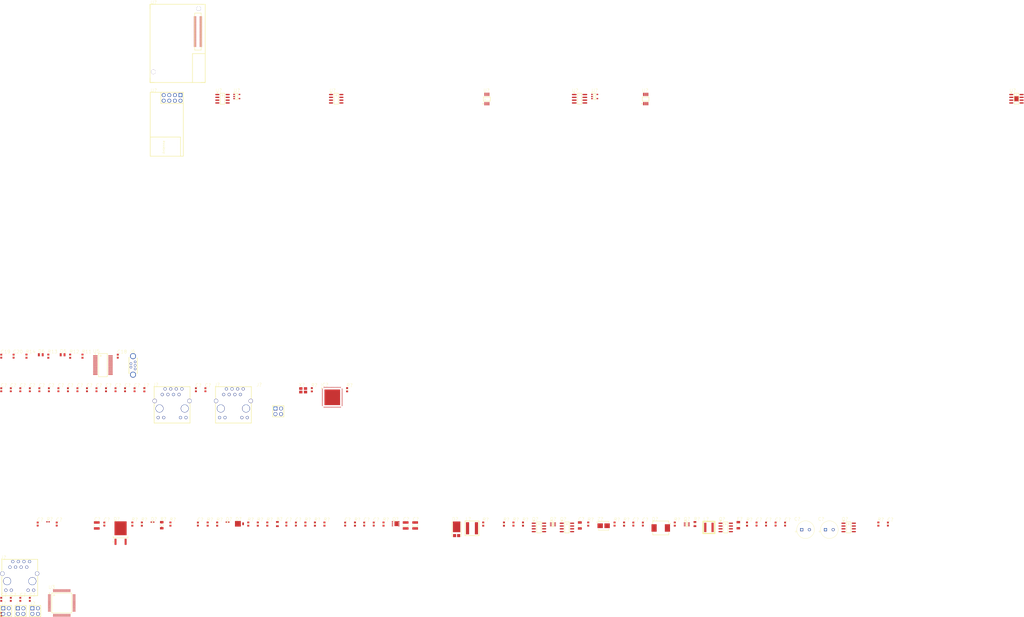
<source format=kicad_pcb>
(kicad_pcb (version 4) (host pcbnew "(2014-07-21 BZR 5016)-product")
  (layers (0 F.Cu signal) (31 B.Cu signal) (34 B.Paste user) (35 F.Paste user) (36 B.SilkS user) (37 F.SilkS user) (38 B.Mask user) (39 F.Mask user) (44 Edge.Cuts user))
  (net 0 "")
  (net 1 "Net1")
  (net 2 "XO")
  (net 3 "XI")
  (net 4 "VMOTOR")
  (net 5 "VBAT")
  (net 6 "VBAT_SW")
  (net 7 "VBAT_SWITCHED")
  (net 8 "VBAT_IN")
  (net 9 "VBAT_5V5_EN")
  (net 10 "VBACKUP")
  (net 11 "USB_DP")
  (net 12 "USB_DN")
  (net 13 "USB_D_P")
  (net 14 "USB_D_N")
  (net 15 "UC_KS_2")
  (net 16 "UC_KS_1")
  (net 17 "TXP")
  (net 18 "TXN")
  (net 19 "SWITCH_ON")
  (net 20 "SWITCH_MOSFET")
  (net 21 "SENSE")
  (net 22 "SDA")
  (net 23 "SCL")
  (net 24 "RXP")
  (net 25 "RXN")
  (net 26 "RTS")
  (net 27 "RF_SCK")
  (net 28 "RF_MOSI")
  (net 29 "RF_MISO")
  (net 30 "RF_IRQ")
  (net 31 "RF_GND")
  (net 32 "RF_CSN")
  (net 33 "RF_CE")
  (net 34 "PGED_KS")
  (net 35 "PGEC_KS")
  (net 36 "NetR?_2")
  (net 37 "NetR?_1")
  (net 38 "NetR14_1")
  (net 39 "NetR13_1")
  (net 40 "NetR11_1")
  (net 41 "NetQ?_6")
  (net 42 "NetQ?_2")
  (net 43 "NetJ6_3")
  (net 44 "NetIC?_50")
  (net 45 "NetD?_1")
  (net 46 "NetD6_1")
  (net 47 "NetD5_1")
  (net 48 "NetC?_2")
  (net 49 "NetC?_1")
  (net 50 "NetC18_2")
  (net 51 "MOTOR_CURRENT_FLT")
  (net 52 "MCLR_KS")
  (net 53 "LANYARD_LOOP_OUT")
  (net 54 "LANYARD_LOOP_IN")
  (net 55 "KILLSWITCH_WATCHDOG")
  (net 56 "KILLSWITCH_UC")
  (net 57 "KILLSWITCH_NFAULT")
  (net 58 "ITH")
  (net 59 "INTVCC")
  (net 60 "GND")
  (net 61 "GNDPWR")
  (net 62 "GDNSIG")
  (net 63 "GATE")
  (net 64 "G_BAT")
  (net 65 "FDTI_TX")
  (net 66 "FDTI_RX")
  (net 67 "FB")
  (net 68 "EN_VBAT_5V5")
  (net 69 "EN_VBACKUP_5V5")
  (net 70 "EN_MOTOR_CURRENT")
  (net 71 "DRAIN")
  (net 72 "CTS")
  (net 73 "BUCK_FB")
  (net 74 "BAT_CURRENT")
  (net 75 "5V5")
  (net 76 "5V5_VBAT")
  (net 77 "5V5_VBACKUP")
  (net 78 "5V5_MERGE")
  (net 79 "5V5_FUSE")
  (net 80 "3V3")
  (net 81 "3V3_LAN")
  (net 82 "1V8")
  (net 83 "+3.3")
  (module "ETHERNET_MAG_ARJC07-111071A" (layer F.Cu) (at 188.087 -43.434)
    (fp_text reference "J?" hide)
    (fp_text value "CONN MOD JACK 8P8C VERT SHIELDED" hide)
    (pad "8" thru_hole circle (at 4.44500 -8.89000 180) (size 1.3970000 1.3970000) (drill 1.0160000) (layers F.Cu B.Cu F.Mask F.Paste B.Mask B.Paste))
    (pad "6" thru_hole circle (at 1.90500 -8.89000 180) (size 1.3970000 1.3970000) (drill 1.0160000) (layers F.Cu B.Cu F.Mask F.Paste B.Mask B.Paste))
    (pad "4" thru_hole circle (at -0.63500 -8.89000 180) (size 1.3970000 1.3970000) (drill 1.0160000) (layers F.Cu B.Cu F.Mask F.Paste B.Mask B.Paste))
    (pad "2" thru_hole circle (at -3.17500 -8.89000 180) (size 1.3970000 1.3970000) (drill 1.0160000) (layers F.Cu B.Cu F.Mask F.Paste B.Mask B.Paste))
    (pad "1" thru_hole circle (at -4.44500 -6.35000 180) (size 1.3970000 1.3970000) (drill 1.0160000) (layers F.Cu B.Cu F.Mask F.Paste B.Mask B.Paste))
    (pad "3" thru_hole circle (at -1.90500 -6.35000 180) (size 1.3970000 1.3970000) (drill 1.0160000) (layers F.Cu B.Cu F.Mask F.Paste B.Mask B.Paste))
    (pad "5" thru_hole circle (at 0.63500 -6.35000 180) (size 1.3970000 1.3970000) (drill 1.0160000) (layers F.Cu B.Cu F.Mask F.Paste B.Mask B.Paste))
    (pad "7" thru_hole circle (at 3.17500 -6.35000 180) (size 1.3970000 1.3970000) (drill 1.0160000) (layers F.Cu B.Cu F.Mask F.Paste B.Mask B.Paste))
    (pad "0" thru_hole circle (at 5.71500 0.00000 180) (size 3.5560000 3.5560000) (drill 3.2004000) (layers F.Cu B.Cu F.Mask F.Paste B.Mask B.Paste))
    (pad "0" thru_hole circle (at -5.71500 0.00000 180) (size 3.5560000 3.5560000) (drill 3.2004000) (layers F.Cu B.Cu F.Mask F.Paste B.Mask B.Paste))
    (pad "0" thru_hole circle (at 7.87400 -3.42900 180) (size 1.9050000 1.9050000) (drill 1.6510000) (layers F.Cu B.Cu F.Mask F.Paste B.Mask B.Paste))
    (pad "0" thru_hole circle (at -7.87400 -3.42900 180) (size 1.9050000 1.9050000) (drill 1.6510000) (layers F.Cu B.Cu F.Mask F.Paste B.Mask B.Paste))
    (pad "12" thru_hole circle (at 6.29920 4.11480 180) (size 1.3970000 1.3970000) (drill 1.0160000) (layers F.Cu B.Cu F.Mask F.Paste B.Mask B.Paste))
    (pad "11" thru_hole circle (at 3.81000 4.11480 180) (size 1.3970000 1.3970000) (drill 1.0160000) (layers F.Cu B.Cu F.Mask F.Paste B.Mask B.Paste))
    (pad "9" thru_hole circle (at -6.29920 4.11480 180) (size 1.3970000 1.3970000) (drill 1.0160000) (layers F.Cu B.Cu F.Mask F.Paste B.Mask B.Paste))
    (pad "10" thru_hole circle (at -3.81000 4.11480 180) (size 1.3970000 1.3970000) (drill 1.0160000) (layers F.Cu B.Cu F.Mask F.Paste B.Mask B.Paste))
  )
  (module "CONN_2x2_100MIL_MALE" (layer F.Cu) (at 180.594 -31.115)
    (fp_text reference "J?" hide)
    (fp_text value "" hide)
    (pad "4" thru_hole circle (at 2.54000 2.54000) (size 1.7499990 1.7499990) (drill 1.2700000) (layers F.Cu B.Cu F.Mask F.Paste B.Mask B.Paste))
    (pad "3" thru_hole circle (at 0.00000 2.54000) (size 1.7499990 1.7499990) (drill 1.2700000) (layers F.Cu B.Cu F.Mask F.Paste B.Mask B.Paste))
    (pad "2" thru_hole circle (at 2.54000 0.00000) (size 1.7499990 1.7499990) (drill 1.2700000) (layers F.Cu B.Cu F.Mask F.Paste B.Mask B.Paste))
    (pad "1" thru_hole rect (at 0.00000 0.00000) (size 1.7499990 1.7499990) (drill 1.2700000) (layers F.Cu B.Cu F.Mask F.Paste B.Mask B.Paste))
  )
  (module "CONN_2x2_100MIL_MALE" (layer F.Cu) (at 187.198 -31.115)
    (fp_text reference "J?" hide)
    (fp_text value "" hide)
    (pad "4" thru_hole circle (at 2.54000 2.54000) (size 1.7499990 1.7499990) (drill 1.2700000) (layers F.Cu B.Cu F.Mask F.Paste B.Mask B.Paste))
    (pad "3" thru_hole circle (at 0.00000 2.54000) (size 1.7499990 1.7499990) (drill 1.2700000) (layers F.Cu B.Cu F.Mask F.Paste B.Mask B.Paste))
    (pad "2" thru_hole circle (at 2.54000 0.00000) (size 1.7499990 1.7499990) (drill 1.2700000) (layers F.Cu B.Cu F.Mask F.Paste B.Mask B.Paste))
    (pad "1" thru_hole rect (at 0.00000 0.00000) (size 1.7499990 1.7499990) (drill 1.2700000) (layers F.Cu B.Cu F.Mask F.Paste B.Mask B.Paste))
  )
  (module "CONN_2x2_100MIL_MALE" (layer F.Cu) (at 193.802 -31.115)
    (fp_text reference "J?" hide)
    (fp_text value "" hide)
    (pad "4" thru_hole circle (at 2.54000 2.54000) (size 1.7499990 1.7499990) (drill 1.2700000) (layers F.Cu B.Cu F.Mask F.Paste B.Mask B.Paste))
    (pad "3" thru_hole circle (at 0.00000 2.54000) (size 1.7499990 1.7499990) (drill 1.2700000) (layers F.Cu B.Cu F.Mask F.Paste B.Mask B.Paste))
    (pad "2" thru_hole circle (at 2.54000 0.00000) (size 1.7499990 1.7499990) (drill 1.2700000) (layers F.Cu B.Cu F.Mask F.Paste B.Mask B.Paste))
    (pad "1" thru_hole rect (at 0.00000 0.00000) (size 1.7499990 1.7499990) (drill 1.2700000) (layers F.Cu B.Cu F.Mask F.Paste B.Mask B.Paste))
  )
  (module "C0603" (layer F.Cu) (at 179.705 -28.321)
    (fp_text reference "C?" hide)
    (fp_text value "Chip Capacitor, 2-Leads, Body 1.6x0.8mm, IPC High Density" hide)
    (pad "1" smd rect (at 0.00000 0.70000 180) (size 0.8500008 0.8000009) (layers F.Cu F.Mask F.Paste) (net 62 "GDNSIG"))
    (pad "2" smd rect (at 0.00000 -0.70000 180) (size 0.8500008 0.8000009) (layers F.Cu F.Mask F.Paste) (net 80 "3V3"))
  )
  (module "C0603" (layer F.Cu) (at 192.659 -35.179)
    (fp_text reference "C?" hide)
    (fp_text value "Chip Capacitor, 2-Leads, Body 1.6x0.8mm, IPC High Density" hide)
    (pad "1" smd rect (at 0.00000 0.70000 180) (size 0.8500008 0.8000009) (layers F.Cu F.Mask F.Paste) (net 62 "GDNSIG"))
    (pad "2" smd rect (at 0.00000 -0.70000 180) (size 0.8500008 0.8000009) (layers F.Cu F.Mask F.Paste) (net 80 "3V3"))
  )
  (module "C0603" (layer F.Cu) (at 188.341 -35.179)
    (fp_text reference "C?" hide)
    (fp_text value "Chip Capacitor, 2-Leads, Body 1.6x0.8mm, IPC High Density" hide)
    (pad "1" smd rect (at 0.00000 0.70000 180) (size 0.8500008 0.8000009) (layers F.Cu F.Mask F.Paste) (net 62 "GDNSIG"))
    (pad "2" smd rect (at 0.00000 -0.70000 180) (size 0.8500008 0.8000009) (layers F.Cu F.Mask F.Paste) (net 80 "3V3"))
  )
  (module "C0603" (layer F.Cu) (at 184.023 -35.179)
    (fp_text reference "C?" hide)
    (fp_text value "Chip Capacitor, 2-Leads, Body 1.6x0.8mm, IPC High Density" hide)
    (pad "1" smd rect (at 0.00000 0.70000 180) (size 0.8500008 0.8000009) (layers F.Cu F.Mask F.Paste) (net 62 "GDNSIG"))
    (pad "2" smd rect (at 0.00000 -0.70000 180) (size 0.8500008 0.8000009) (layers F.Cu F.Mask F.Paste) (net 80 "3V3"))
  )
  (module "C0603" (layer F.Cu) (at 179.705 -35.179)
    (fp_text reference "C?" hide)
    (fp_text value "Chip Capacitor, 2-Leads, Body 1.6x0.8mm, IPC High Density" hide)
    (pad "1" smd rect (at 0.00000 0.70000 180) (size 0.8500008 0.8000009) (layers F.Cu F.Mask F.Paste) (net 62 "GDNSIG"))
    (pad "2" smd rect (at 0.00000 -0.70000 180) (size 0.8500008 0.8000009) (layers F.Cu F.Mask F.Paste) (net 80 "3V3"))
  )
  (module "DO-214AA" (layer F.Cu) (at 452.882 -68.58)
    (fp_text reference "Z?" hide)
    (fp_text value "Molded Diode, 2-Leads, Body 4.31x3.62mm, IPC Medium Density" hide)
    (pad "1" smd rect (at -1.57500 0.00000 90) (size 2.1500008 2.4500002) (layers F.Cu F.Mask F.Paste) (net 5 "VBAT"))
    (pad "2" smd rect (at 1.57500 0.00000 90) (size 2.1500008 2.4500002) (layers F.Cu F.Mask F.Paste) (net 61 "GNDPWR"))
  )
  (module "4_SMD_3.2X2.5MM" (layer F.Cu) (at 316.611 -130.048)
    (fp_text reference "X?" hide)
    (fp_text value "" hide)
    (pad "1" smd rect (at -1.06000 0.80000) (size 1.4999995 1.2000001) (layers F.Cu F.Mask F.Paste) (net 2 "XO"))
    (pad "2" smd rect (at 1.06000 0.80000) (size 1.4999995 1.2000001) (layers F.Cu F.Mask F.Paste))
    (pad "3" smd rect (at 1.06000 -0.80000) (size 1.4999995 1.2000001) (layers F.Cu F.Mask F.Paste) (net 3 "XI"))
    (pad "4" smd rect (at -1.06000 -0.80000) (size 1.4999995 1.2000001) (layers F.Cu F.Mask F.Paste))
  )
  (module "INTEL_EDISON" (layer F.Cu) (at 248.666 -274.574)
    (fp_text reference "U?" hide)
    (fp_text value "" hide)
    (pad "69" smd rect (at 21.55012 -25.10003 270) (size 0.1998980 1.1399520) (layers F.Cu F.Mask F.Paste))
    (pad "70" smd rect (at 18.91005 -25.10003 270) (size 0.1998980 1.1399520) (layers F.Cu F.Mask F.Paste))
    (pad "67" smd rect (at 21.55012 -24.69998 270) (size 0.1998980 1.1399520) (layers F.Cu F.Mask F.Paste))
    (pad "68" smd rect (at 18.91005 -24.69998 270) (size 0.1998980 1.1399520) (layers F.Cu F.Mask F.Paste))
    (pad "65" smd rect (at 21.55012 -24.29993 270) (size 0.1998980 1.1399520) (layers F.Cu F.Mask F.Paste))
    (pad "66" smd rect (at 18.91005 -24.29993 270) (size 0.1998980 1.1399520) (layers F.Cu F.Mask F.Paste))
    (pad "63" smd rect (at 21.55012 -23.89988 270) (size 0.1998980 1.1399520) (layers F.Cu F.Mask F.Paste))
    (pad "64" smd rect (at 18.91005 -23.89988 270) (size 0.1998980 1.1399520) (layers F.Cu F.Mask F.Paste))
    (pad "61" smd rect (at 21.55012 -23.50008 270) (size 0.1998980 1.1399520) (layers F.Cu F.Mask F.Paste))
    (pad "62" smd rect (at 18.91005 -23.50008 270) (size 0.1998980 1.1399520) (layers F.Cu F.Mask F.Paste))
    (pad "59" smd rect (at 21.55012 -23.10003 270) (size 0.1998980 1.1399520) (layers F.Cu F.Mask F.Paste))
    (pad "60" smd rect (at 18.91005 -23.10003 270) (size 0.1998980 1.1399520) (layers F.Cu F.Mask F.Paste))
    (pad "57" smd rect (at 21.55012 -22.69998 270) (size 0.1998980 1.1399520) (layers F.Cu F.Mask F.Paste))
    (pad "58" smd rect (at 18.91005 -22.69998 270) (size 0.1998980 1.1399520) (layers F.Cu F.Mask F.Paste))
    (pad "55" smd rect (at 21.55012 -22.29993 270) (size 0.1998980 1.1399520) (layers F.Cu F.Mask F.Paste))
    (pad "56" smd rect (at 18.91005 -22.29993 270) (size 0.1998980 1.1399520) (layers F.Cu F.Mask F.Paste))
    (pad "53" smd rect (at 21.55012 -21.89988 270) (size 0.1998980 1.1399520) (layers F.Cu F.Mask F.Paste))
    (pad "54" smd rect (at 18.91005 -21.89988 270) (size 0.1998980 1.1399520) (layers F.Cu F.Mask F.Paste))
    (pad "51" smd rect (at 21.55012 -21.50008 270) (size 0.1998980 1.1399520) (layers F.Cu F.Mask F.Paste))
    (pad "52" smd rect (at 18.91005 -21.50008 270) (size 0.1998980 1.1399520) (layers F.Cu F.Mask F.Paste))
    (pad "49" smd rect (at 21.55012 -21.10003 270) (size 0.1998980 1.1399520) (layers F.Cu F.Mask F.Paste))
    (pad "50" smd rect (at 18.91005 -21.10003 270) (size 0.1998980 1.1399520) (layers F.Cu F.Mask F.Paste))
    (pad "47" smd rect (at 21.55012 -20.69998 270) (size 0.1998980 1.1399520) (layers F.Cu F.Mask F.Paste))
    (pad "48" smd rect (at 18.91005 -20.69998 270) (size 0.1998980 1.1399520) (layers F.Cu F.Mask F.Paste))
    (pad "45" smd rect (at 21.55012 -20.29993 270) (size 0.1998980 1.1399520) (layers F.Cu F.Mask F.Paste))
    (pad "46" smd rect (at 18.91005 -20.29993 270) (size 0.1998980 1.1399520) (layers F.Cu F.Mask F.Paste))
    (pad "43" smd rect (at 21.55012 -19.89988 270) (size 0.1998980 1.1399520) (layers F.Cu F.Mask F.Paste))
    (pad "44" smd rect (at 18.91005 -19.89988 270) (size 0.1998980 1.1399520) (layers F.Cu F.Mask F.Paste))
    (pad "41" smd rect (at 21.55012 -19.50009 270) (size 0.1998980 1.1399520) (layers F.Cu F.Mask F.Paste))
    (pad "42" smd rect (at 18.91005 -19.50009 270) (size 0.1998980 1.1399520) (layers F.Cu F.Mask F.Paste))
    (pad "39" smd rect (at 21.55012 -19.10004 270) (size 0.1998980 1.1399520) (layers F.Cu F.Mask F.Paste))
    (pad "40" smd rect (at 18.91005 -19.10004 270) (size 0.1998980 1.1399520) (layers F.Cu F.Mask F.Paste))
    (pad "37" smd rect (at 21.55012 -18.69999 270) (size 0.1998980 1.1399520) (layers F.Cu F.Mask F.Paste))
    (pad "38" smd rect (at 18.91005 -18.69999 270) (size 0.1998980 1.1399520) (layers F.Cu F.Mask F.Paste))
    (pad "35" smd rect (at 21.55012 -18.29994 270) (size 0.1998980 1.1399520) (layers F.Cu F.Mask F.Paste))
    (pad "36" smd rect (at 18.91005 -18.29994 270) (size 0.1998980 1.1399520) (layers F.Cu F.Mask F.Paste))
    (pad "33" smd rect (at 21.55012 -17.89989 270) (size 0.1998980 1.1399520) (layers F.Cu F.Mask F.Paste))
    (pad "34" smd rect (at 18.91005 -17.89989 270) (size 0.1998980 1.1399520) (layers F.Cu F.Mask F.Paste))
    (pad "31" smd rect (at 21.55012 -17.50009 270) (size 0.1998980 1.1399520) (layers F.Cu F.Mask F.Paste))
    (pad "32" smd rect (at 18.91005 -17.50009 270) (size 0.1998980 1.1399520) (layers F.Cu F.Mask F.Paste))
    (pad "29" smd rect (at 21.55012 -17.10004 270) (size 0.1998980 1.1399520) (layers F.Cu F.Mask F.Paste))
    (pad "30" smd rect (at 18.91005 -17.10004 270) (size 0.1998980 1.1399520) (layers F.Cu F.Mask F.Paste))
    (pad "27" smd rect (at 21.55012 -16.69999 270) (size 0.1998980 1.1399520) (layers F.Cu F.Mask F.Paste))
    (pad "28" smd rect (at 18.91005 -16.69999 270) (size 0.1998980 1.1399520) (layers F.Cu F.Mask F.Paste))
    (pad "25" smd rect (at 21.55012 -16.29994 270) (size 0.1998980 1.1399520) (layers F.Cu F.Mask F.Paste))
    (pad "26" smd rect (at 18.91005 -16.29994 270) (size 0.1998980 1.1399520) (layers F.Cu F.Mask F.Paste))
    (pad "23" smd rect (at 21.55012 -15.89989 270) (size 0.1998980 1.1399520) (layers F.Cu F.Mask F.Paste))
    (pad "24" smd rect (at 18.91005 -15.89989 270) (size 0.1998980 1.1399520) (layers F.Cu F.Mask F.Paste))
    (pad "21" smd rect (at 21.55012 -15.50010 270) (size 0.1998980 1.1399520) (layers F.Cu F.Mask F.Paste))
    (pad "22" smd rect (at 18.91005 -15.50010 270) (size 0.1998980 1.1399520) (layers F.Cu F.Mask F.Paste))
    (pad "19" smd rect (at 21.55012 -15.10005 270) (size 0.1998980 1.1399520) (layers F.Cu F.Mask F.Paste))
    (pad "20" smd rect (at 18.91005 -15.10005 270) (size 0.1998980 1.1399520) (layers F.Cu F.Mask F.Paste))
    (pad "17" smd rect (at 21.55012 -14.70000 270) (size 0.1998980 1.1399520) (layers F.Cu F.Mask F.Paste))
    (pad "18" smd rect (at 18.91005 -14.70000 270) (size 0.1998980 1.1399520) (layers F.Cu F.Mask F.Paste))
    (pad "15" smd rect (at 21.55012 -14.29995 270) (size 0.1998980 1.1399520) (layers F.Cu F.Mask F.Paste))
    (pad "16" smd rect (at 18.91005 -14.29995 270) (size 0.1998980 1.1399520) (layers F.Cu F.Mask F.Paste))
    (pad "13" smd rect (at 21.55012 -13.89990 270) (size 0.1998980 1.1399520) (layers F.Cu F.Mask F.Paste))
    (pad "14" smd rect (at 18.91005 -13.89990 270) (size 0.1998980 1.1399520) (layers F.Cu F.Mask F.Paste))
    (pad "11" smd rect (at 21.55012 -13.50010 270) (size 0.1998980 1.1399520) (layers F.Cu F.Mask F.Paste))
    (pad "12" smd rect (at 18.91005 -13.50010 270) (size 0.1998980 1.1399520) (layers F.Cu F.Mask F.Paste) (net 82 "1V8"))
    (pad "9" smd rect (at 21.55012 -13.10005 270) (size 0.1998980 1.1399520) (layers F.Cu F.Mask F.Paste))
    (pad "10" smd rect (at 18.91005 -13.10005 270) (size 0.1998980 1.1399520) (layers F.Cu F.Mask F.Paste))
    (pad "7" smd rect (at 21.55012 -12.70000 270) (size 0.1998980 1.1399520) (layers F.Cu F.Mask F.Paste))
    (pad "8" smd rect (at 18.91005 -12.70000 270) (size 0.1998980 1.1399520) (layers F.Cu F.Mask F.Paste))
    (pad "5" smd rect (at 21.55012 -12.29995 270) (size 0.1998980 1.1399520) (layers F.Cu F.Mask F.Paste))
    (pad "6" smd rect (at 18.91005 -12.29995 270) (size 0.1998980 1.1399520) (layers F.Cu F.Mask F.Paste))
    (pad "3" smd rect (at 21.55012 -11.89990 270) (size 0.1998980 1.1399520) (layers F.Cu F.Mask F.Paste))
    (pad "4" smd rect (at 18.91005 -11.89990 270) (size 0.1998980 1.1399520) (layers F.Cu F.Mask F.Paste))
    (pad "1" smd rect (at 21.55012 -11.50010 270) (size 0.1998980 1.1399520) (layers F.Cu F.Mask F.Paste))
    (pad "2" smd rect (at 18.91005 -11.50010 270) (size 0.1998980 1.1399520) (layers F.Cu F.Mask F.Paste))
    (pad "1" thru_hole circle (at 0.00000 0.00000 180) (size 1.9999960 1.9999960) (drill 1.9999960) (layers F.Cu B.Cu F.Mask F.Paste B.Mask B.Paste))
    (pad "1" thru_hole circle (at 20.60016 -28.69006 180) (size 1.9999960 1.9999960) (drill 1.9999960) (layers F.Cu B.Cu F.Mask F.Paste B.Mask B.Paste))
  )
  (module "8SOIC150E" (layer F.Cu) (at 640.08 -262.382)
    (fp_text reference "U?" hide)
    (fp_text value "SOIC, 8-Leads, Body 5.0x4.0mm (max), Pitch 1.27mm, IPC High Density" hide)
    (pad "5" smd oval (at 2.35000 1.90500 90) (size 0.5999988 1.8999987) (layers F.Cu F.Mask F.Paste) (net 73 "BUCK_FB"))
    (pad "6" smd oval (at 2.35000 0.63500 90) (size 0.5999988 1.8999987) (layers F.Cu F.Mask F.Paste))
    (pad "7" smd oval (at 2.35000 -0.63500 90) (size 0.5999988 1.8999987) (layers F.Cu F.Mask F.Paste) (net 61 "GNDPWR"))
    (pad "8" smd oval (at 2.35000 -1.90500 90) (size 0.5999988 1.8999987) (layers F.Cu F.Mask F.Paste) (net 6 "VBAT_SW"))
    (pad "4" smd oval (at -2.35000 1.90500 90) (size 0.5999988 1.8999987) (layers F.Cu F.Mask F.Paste))
    (pad "3" smd oval (at -2.35000 0.63500 90) (size 0.5999988 1.8999987) (layers F.Cu F.Mask F.Paste) (net 9 "VBAT_5V5_EN"))
    (pad "2" smd oval (at -2.35000 -0.63500 90) (size 0.5999988 1.8999987) (layers F.Cu F.Mask F.Paste) (net 5 "VBAT"))
    (pad "1" smd oval (at -2.35000 -1.90500 90) (size 0.5999988 1.8999987) (layers F.Cu F.Mask F.Paste) (net 48 "NetC?_2"))
    (pad "9" smd rect (at 0.00000 0.00000) (size 2.2900005 2.2900005) (layers F.Cu F.Mask F.Paste))
  )
  (module "TI-D8_N" (layer F.Cu) (at 441.96 -262.382)
    (fp_text reference "U?" hide)
    (fp_text value "SOIC, 8-Leads, Body 4.9x3.9mm, Pitch 1.27mm, IPC Medium Density" hide)
    (pad "5" smd oval (at 2.40000 1.90500 90) (size 0.5999988 2.2000007) (layers F.Cu F.Mask F.Paste))
    (pad "6" smd oval (at 2.40000 0.63500 90) (size 0.5999988 2.2000007) (layers F.Cu F.Mask F.Paste) (net 62 "GDNSIG"))
    (pad "7" smd oval (at 2.40000 -0.63500 90) (size 0.5999988 2.2000007) (layers F.Cu F.Mask F.Paste) (net 62 "GDNSIG"))
    (pad "8" smd oval (at 2.40000 -1.90500 90) (size 0.5999988 2.2000007) (layers F.Cu F.Mask F.Paste) (net 75 "5V5"))
    (pad "4" smd oval (at -2.40000 1.90500 90) (size 0.5999988 2.2000007) (layers F.Cu F.Mask F.Paste) (net 80 "3V3"))
    (pad "3" smd oval (at -2.40000 0.63500 90) (size 0.5999988 2.2000007) (layers F.Cu F.Mask F.Paste) (net 62 "GDNSIG"))
    (pad "2" smd oval (at -2.40000 -0.63500 90) (size 0.5999988 2.2000007) (layers F.Cu F.Mask F.Paste) (net 62 "GDNSIG"))
    (pad "1" smd oval (at -2.40000 -1.90500 90) (size 0.5999988 2.2000007) (layers F.Cu F.Mask F.Paste) (net 80 "3V3"))
  )
  (module "LT-MS-10_N" (layer F.Cu) (at 399.923 -262.255)
    (fp_text reference "U?" hide)
    (fp_text value "SOP, 10-Leads, Body 3.1x3.1mm, Pitch 0.5mm, IPC Medium Density" hide)
    (pad "1" smd oval (at -1.00000 2.12500 180) (size 0.2999994 1.5999993) (layers F.Cu F.Mask F.Paste) (net 19 "SWITCH_ON"))
    (pad "2" smd oval (at -0.50000 2.12500 180) (size 0.2999994 1.5999993) (layers F.Cu F.Mask F.Paste) (net 58 "ITH"))
    (pad "3" smd oval (at 0.00000 2.12500 180) (size 0.2999994 1.5999993) (layers F.Cu F.Mask F.Paste) (net 67 "FB"))
    (pad "4" smd oval (at 0.50000 2.12500 180) (size 0.2999994 1.5999993) (layers F.Cu F.Mask F.Paste) (net 36 "NetR?_2"))
    (pad "5" smd oval (at 1.00000 2.12500 180) (size 0.2999994 1.5999993) (layers F.Cu F.Mask F.Paste))
    (pad "10" smd oval (at -1.00000 -2.12500 180) (size 0.2999994 1.5999993) (layers F.Cu F.Mask F.Paste) (net 71 "DRAIN"))
    (pad "9" smd oval (at -0.50000 -2.12500 180) (size 0.2999994 1.5999993) (layers F.Cu F.Mask F.Paste) (net 10 "VBACKUP"))
    (pad "8" smd oval (at 0.00000 -2.12500 180) (size 0.2999994 1.5999993) (layers F.Cu F.Mask F.Paste) (net 59 "INTVCC"))
    (pad "7" smd oval (at 0.50000 -2.12500 180) (size 0.2999994 1.5999993) (layers F.Cu F.Mask F.Paste) (net 63 "GATE"))
    (pad "6" smd oval (at 1.00000 -2.12500 180) (size 0.2999994 1.5999993) (layers F.Cu F.Mask F.Paste) (net 61 "GNDPWR"))
  )
  (module "5SOT23" (layer F.Cu) (at 448.818 -263.398)
    (fp_text reference "U?" hide)
    (fp_text value "SOT23, 5-Leads, Body 2.9x2.8mm (max), Pitch 0.95mm, IPC High Density" hide)
    (pad "1" smd rect (at -1.22500 -0.95000 90) (size 0.5499989 0.7500010) (layers F.Cu F.Mask F.Paste) (net 55 "KILLSWITCH_WATCHDOG"))
    (pad "2" smd rect (at -1.22500 0.00000 90) (size 0.5499989 0.7500010) (layers F.Cu F.Mask F.Paste) (net 56 "KILLSWITCH_UC"))
    (pad "3" smd rect (at -1.22500 0.95000 90) (size 0.5499989 0.7500010) (layers F.Cu F.Mask F.Paste) (net 61 "GNDPWR"))
    (pad "4" smd rect (at 1.22500 0.95000 90) (size 0.5499989 0.7500010) (layers F.Cu F.Mask F.Paste))
    (pad "5" smd rect (at 1.22500 -0.95000 90) (size 0.5499989 0.7500010) (layers F.Cu F.Mask F.Paste) (net 75 "5V5"))
  )
  (module "MCHP-MSOP-MS8_N" (layer F.Cu) (at 471.932 -262.255)
    (fp_text reference "U?" hide)
    (fp_text value "SOP, 8-Leads, Body 3x3mm, Pitch 0.65mm, IPC Medium Density" hide)
    (pad "1" smd oval (at -0.97500 2.10000 180) (size 0.4499991 1.5999993) (layers F.Cu F.Mask F.Paste) (net 80 "3V3"))
    (pad "2" smd oval (at -0.32500 2.10000 180) (size 0.4499991 1.5999993) (layers F.Cu F.Mask F.Paste) (net 15 "UC_KS_2"))
    (pad "3" smd oval (at 0.32500 2.10000 180) (size 0.4499991 1.5999993) (layers F.Cu F.Mask F.Paste) (net 16 "UC_KS_1"))
    (pad "4" smd oval (at 0.97500 2.10000 180) (size 0.4499991 1.5999993) (layers F.Cu F.Mask F.Paste) (net 52 "MCLR_KS"))
    (pad "8" smd oval (at -0.97500 -2.10000 180) (size 0.4499991 1.5999993) (layers F.Cu F.Mask F.Paste) (net 62 "GDNSIG"))
    (pad "7" smd oval (at -0.32500 -2.10000 180) (size 0.4499991 1.5999993) (layers F.Cu F.Mask F.Paste) (net 34 "PGED_KS"))
    (pad "6" smd oval (at 0.32500 -2.10000 180) (size 0.4499991 1.5999993) (layers F.Cu F.Mask F.Paste) (net 35 "PGEC_KS"))
    (pad "5" smd oval (at 0.97500 -2.10000 180) (size 0.4499991 1.5999993) (layers F.Cu F.Mask F.Paste) (net 55 "KILLSWITCH_WATCHDOG"))
  )
  (module "8SOIC150" (layer F.Cu) (at 331.597 -262.382)
    (fp_text reference "U?" hide)
    (fp_text value "SOIC, 8-Leads, Body 5.0x4.0mm (max), Pitch 1.27mm, IPC High Density" hide)
    (pad "1" smd oval (at -2.35000 -1.90500 90) (size 0.5999988 1.8999987) (layers F.Cu F.Mask F.Paste) (net 61 "GNDPWR"))
    (pad "2" smd oval (at -2.35000 -0.63500 90) (size 0.5999988 1.8999987) (layers F.Cu F.Mask F.Paste) (net 49 "NetC?_1"))
    (pad "3" smd oval (at -2.35000 0.63500 90) (size 0.5999988 1.8999987) (layers F.Cu F.Mask F.Paste) (net 37 "NetR?_1"))
    (pad "4" smd oval (at -2.35000 1.90500 90) (size 0.5999988 1.8999987) (layers F.Cu F.Mask F.Paste) (net 53 "LANYARD_LOOP_OUT"))
    (pad "8" smd oval (at 2.35000 -1.90500 90) (size 0.5999988 1.8999987) (layers F.Cu F.Mask F.Paste) (net 5 "VBAT"))
    (pad "7" smd oval (at 2.35000 -0.63500 90) (size 0.5999988 1.8999987) (layers F.Cu F.Mask F.Paste))
    (pad "6" smd oval (at 2.35000 0.63500 90) (size 0.5999988 1.8999987) (layers F.Cu F.Mask F.Paste))
    (pad "5" smd oval (at 2.35000 1.90500 90) (size 0.5999988 1.8999987) (layers F.Cu F.Mask F.Paste) (net 45 "NetD?_1"))
  )
  (module "8SOIC150" (layer F.Cu) (at 280.035 -262.382)
    (fp_text reference "U?" hide)
    (fp_text value "SOIC, 8-Leads, Body 5.0x4.0mm (max), Pitch 1.27mm, IPC High Density" hide)
    (pad "1" smd oval (at -2.35000 -1.90500 90) (size 0.5999988 1.8999987) (layers F.Cu F.Mask F.Paste) (net 7 "VBAT_SWITCHED"))
    (pad "2" smd oval (at -2.35000 -0.63500 90) (size 0.5999988 1.8999987) (layers F.Cu F.Mask F.Paste) (net 7 "VBAT_SWITCHED"))
    (pad "3" smd oval (at -2.35000 0.63500 90) (size 0.5999988 1.8999987) (layers F.Cu F.Mask F.Paste) (net 4 "VMOTOR"))
    (pad "4" smd oval (at -2.35000 1.90500 90) (size 0.5999988 1.8999987) (layers F.Cu F.Mask F.Paste) (net 4 "VMOTOR"))
    (pad "8" smd oval (at 2.35000 -1.90500 90) (size 0.5999988 1.8999987) (layers F.Cu F.Mask F.Paste) (net 70 "EN_MOTOR_CURRENT"))
    (pad "7" smd oval (at 2.35000 -0.63500 90) (size 0.5999988 1.8999987) (layers F.Cu F.Mask F.Paste) (net 74 "BAT_CURRENT"))
    (pad "6" smd oval (at 2.35000 0.63500 90) (size 0.5999988 1.8999987) (layers F.Cu F.Mask F.Paste) (net 51 "MOTOR_CURRENT_FLT"))
    (pad "5" smd oval (at 2.35000 1.90500 90) (size 0.5999988 1.8999987) (layers F.Cu F.Mask F.Paste) (net 61 "GNDPWR"))
  )
  (module "5SOT23" (layer F.Cu) (at 286.512 -263.398)
    (fp_text reference "U?" hide)
    (fp_text value "SOT23, 5-Leads, Body 2.9x2.8mm (max), Pitch 0.95mm, IPC High Density" hide)
    (pad "1" smd rect (at -1.22500 -0.95000 90) (size 0.5499989 0.7500010) (layers F.Cu F.Mask F.Paste))
    (pad "2" smd rect (at -1.22500 0.00000 90) (size 0.5499989 0.7500010) (layers F.Cu F.Mask F.Paste) (net 62 "GDNSIG"))
    (pad "3" smd rect (at -1.22500 0.95000 90) (size 0.5499989 0.7500010) (layers F.Cu F.Mask F.Paste) (net 80 "3V3"))
    (pad "4" smd rect (at 1.22500 0.95000 90) (size 0.5499989 0.7500010) (layers F.Cu F.Mask F.Paste) (net 23 "SCL"))
    (pad "5" smd rect (at 1.22500 -0.95000 90) (size 0.5499989 0.7500010) (layers F.Cu F.Mask F.Paste) (net 22 "SDA"))
  )
  (module "SEEEDSTUDIO_nRF24L01" (layer F.Cu) (at 262.255 -265.303)
    (fp_text reference "U?" hide)
    (fp_text value "2Mbps RF transceiver" hide)
    (pad "5" thru_hole circle (at -6.35000 1.27000 90) (size 1.7499990 1.7499990) (drill 1.2000001) (layers F.Cu B.Cu F.Mask F.Paste B.Mask B.Paste) (net 27 "RF_SCK"))
    (pad "7" thru_hole circle (at -8.89000 1.27000 90) (size 1.7499990 1.7499990) (drill 1.2000001) (layers F.Cu B.Cu F.Mask F.Paste B.Mask B.Paste) (net 29 "RF_MISO"))
    (pad "8" thru_hole circle (at -8.89000 3.81000 90) (size 1.7499990 1.7499990) (drill 1.2000001) (layers F.Cu B.Cu F.Mask F.Paste B.Mask B.Paste) (net 30 "RF_IRQ"))
    (pad "6" thru_hole circle (at -6.35000 3.81000 90) (size 1.7499990 1.7499990) (drill 1.2000001) (layers F.Cu B.Cu F.Mask F.Paste B.Mask B.Paste) (net 28 "RF_MOSI"))
    (pad "2" thru_hole circle (at -1.27000 3.81000 90) (size 1.7499990 1.7499990) (drill 1.2000001) (layers F.Cu B.Cu F.Mask F.Paste B.Mask B.Paste) (net 80 "3V3"))
    (pad "4" thru_hole circle (at -3.81000 3.81000 90) (size 1.7499990 1.7499990) (drill 1.2000001) (layers F.Cu B.Cu F.Mask F.Paste B.Mask B.Paste) (net 32 "RF_CSN"))
    (pad "3" thru_hole circle (at -3.81000 1.27000 90) (size 1.7499990 1.7499990) (drill 1.2000001) (layers F.Cu B.Cu F.Mask F.Paste B.Mask B.Paste) (net 33 "RF_CE"))
    (pad "1" thru_hole rect (at -1.27000 1.27000 90) (size 1.7499990 1.7499990) (drill 1.2000001) (layers F.Cu B.Cu F.Mask F.Paste B.Mask B.Paste) (net 31 "RF_GND"))
  )
  (module "SSOP-28_N" (layer F.Cu) (at 225.806 -141.478)
    (fp_text reference "U5" hide)
    (fp_text value "SOP, 28-Leads, Body 10.2x5.3mm, Pitch 0.65mm, IPC Medium Density" hide)
    (pad "1" smd oval (at -3.45000 -4.22500 90) (size 0.3499993 2.1000009) (layers F.Cu F.Mask F.Paste) (net 65 "FDTI_TX"))
    (pad "2" smd oval (at -3.45000 -3.57500 90) (size 0.3499993 2.1000009) (layers F.Cu F.Mask F.Paste))
    (pad "3" smd oval (at -3.45000 -2.92500 90) (size 0.3499993 2.1000009) (layers F.Cu F.Mask F.Paste) (net 26 "RTS"))
    (pad "4" smd oval (at -3.45000 -2.27500 90) (size 0.3499993 2.1000009) (layers F.Cu F.Mask F.Paste) (net 82 "1V8"))
    (pad "5" smd oval (at -3.45000 -1.62500 90) (size 0.3499993 2.1000009) (layers F.Cu F.Mask F.Paste) (net 66 "FDTI_RX"))
    (pad "6" smd oval (at -3.45000 -0.97500 90) (size 0.3499993 2.1000009) (layers F.Cu F.Mask F.Paste))
    (pad "7" smd oval (at -3.45000 -0.32500 90) (size 0.3499993 2.1000009) (layers F.Cu F.Mask F.Paste) (net 60 "GND"))
    (pad "8" smd oval (at -3.45000 0.32500 90) (size 0.3499993 2.1000009) (layers F.Cu F.Mask F.Paste))
    (pad "9" smd oval (at -3.45000 0.97500 90) (size 0.3499993 2.1000009) (layers F.Cu F.Mask F.Paste))
    (pad "10" smd oval (at -3.45000 1.62500 90) (size 0.3499993 2.1000009) (layers F.Cu F.Mask F.Paste))
    (pad "11" smd oval (at -3.45000 2.27500 90) (size 0.3499993 2.1000009) (layers F.Cu F.Mask F.Paste) (net 72 "CTS"))
    (pad "12" smd oval (at -3.45000 2.92500 90) (size 0.3499993 2.1000009) (layers F.Cu F.Mask F.Paste))
    (pad "13" smd oval (at -3.45000 3.57500 90) (size 0.3499993 2.1000009) (layers F.Cu F.Mask F.Paste))
    (pad "14" smd oval (at -3.45000 4.22500 90) (size 0.3499993 2.1000009) (layers F.Cu F.Mask F.Paste))
    (pad "28" smd oval (at 3.45000 -4.22500 90) (size 0.3499993 2.1000009) (layers F.Cu F.Mask F.Paste))
    (pad "27" smd oval (at 3.45000 -3.57500 90) (size 0.3499993 2.1000009) (layers F.Cu F.Mask F.Paste))
    (pad "26" smd oval (at 3.45000 -2.92500 90) (size 0.3499993 2.1000009) (layers F.Cu F.Mask F.Paste) (net 60 "GND"))
    (pad "25" smd oval (at 3.45000 -2.27500 90) (size 0.3499993 2.1000009) (layers F.Cu F.Mask F.Paste) (net 60 "GND"))
    (pad "24" smd oval (at 3.45000 -1.62500 90) (size 0.3499993 2.1000009) (layers F.Cu F.Mask F.Paste))
    (pad "23" smd oval (at 3.45000 -0.97500 90) (size 0.3499993 2.1000009) (layers F.Cu F.Mask F.Paste) (net 39 "NetR13_1"))
    (pad "22" smd oval (at 3.45000 -0.32500 90) (size 0.3499993 2.1000009) (layers F.Cu F.Mask F.Paste) (net 38 "NetR14_1"))
    (pad "21" smd oval (at 3.45000 0.32500 90) (size 0.3499993 2.1000009) (layers F.Cu F.Mask F.Paste) (net 60 "GND"))
    (pad "20" smd oval (at 3.45000 0.97500 90) (size 0.3499993 2.1000009) (layers F.Cu F.Mask F.Paste) (net 82 "1V8"))
    (pad "19" smd oval (at 3.45000 1.62500 90) (size 0.3499993 2.1000009) (layers F.Cu F.Mask F.Paste) (net 40 "NetR11_1"))
    (pad "18" smd oval (at 3.45000 2.27500 90) (size 0.3499993 2.1000009) (layers F.Cu F.Mask F.Paste) (net 60 "GND"))
    (pad "17" smd oval (at 3.45000 2.92500 90) (size 0.3499993 2.1000009) (layers F.Cu F.Mask F.Paste) (net 50 "NetC18_2"))
    (pad "16" smd oval (at 3.45000 3.57500 90) (size 0.3499993 2.1000009) (layers F.Cu F.Mask F.Paste) (net 14 "USB_D_N"))
    (pad "15" smd oval (at 3.45000 4.22500 90) (size 0.3499993 2.1000009) (layers F.Cu F.Mask F.Paste) (net 13 "USB_D_P"))
  )
  (module "64TQFP10" (layer F.Cu) (at 207.137 -33.528)
    (fp_text reference "U3" hide)
    (fp_text value "TSQFP, 64-Leads, Body 12.0x12.0mm (max), Pitch 0.50mm, IPC High Density" hide)
    (pad "64" smd oval (at -3.75000 -5.60000) (size 0.2499995 1.3999997) (layers F.Cu F.Mask F.Paste))
    (pad "63" smd oval (at -3.25000 -5.60000) (size 0.2499995 1.3999997) (layers F.Cu F.Mask F.Paste))
    (pad "62" smd oval (at -2.75000 -5.60000) (size 0.2499995 1.3999997) (layers F.Cu F.Mask F.Paste))
    (pad "61" smd oval (at -2.25000 -5.60000) (size 0.2499995 1.3999997) (layers F.Cu F.Mask F.Paste))
    (pad "60" smd oval (at -1.75000 -5.60000) (size 0.2499995 1.3999997) (layers F.Cu F.Mask F.Paste))
    (pad "59" smd oval (at -1.25000 -5.60000) (size 0.2499995 1.3999997) (layers F.Cu F.Mask F.Paste))
    (pad "58" smd oval (at -0.75000 -5.60000) (size 0.2499995 1.3999997) (layers F.Cu F.Mask F.Paste))
    (pad "57" smd oval (at -0.25000 -5.60000) (size 0.2499995 1.3999997) (layers F.Cu F.Mask F.Paste) (net 80 "3V3"))
    (pad "56" smd oval (at 0.25000 -5.60000) (size 0.2499995 1.3999997) (layers F.Cu F.Mask F.Paste))
    (pad "55" smd oval (at 0.75000 -5.60000) (size 0.2499995 1.3999997) (layers F.Cu F.Mask F.Paste))
    (pad "54" smd oval (at 1.25000 -5.60000) (size 0.2499995 1.3999997) (layers F.Cu F.Mask F.Paste))
    (pad "53" smd oval (at 1.75000 -5.60000) (size 0.2499995 1.3999997) (layers F.Cu F.Mask F.Paste))
    (pad "52" smd oval (at 2.25000 -5.60000) (size 0.2499995 1.3999997) (layers F.Cu F.Mask F.Paste))
    (pad "51" smd oval (at 2.75000 -5.60000) (size 0.2499995 1.3999997) (layers F.Cu F.Mask F.Paste))
    (pad "50" smd oval (at 3.25000 -5.60000) (size 0.2499995 1.3999997) (layers F.Cu F.Mask F.Paste))
    (pad "49" smd oval (at 3.75000 -5.60000) (size 0.2499995 1.3999997) (layers F.Cu F.Mask F.Paste))
    (pad "48" smd oval (at 5.60000 -3.75000 90) (size 0.2499995 1.3999997) (layers F.Cu F.Mask F.Paste))
    (pad "47" smd oval (at 5.60000 -3.25000 90) (size 0.2499995 1.3999997) (layers F.Cu F.Mask F.Paste))
    (pad "46" smd oval (at 5.60000 -2.75000 90) (size 0.2499995 1.3999997) (layers F.Cu F.Mask F.Paste))
    (pad "45" smd oval (at 5.60000 -2.25000 90) (size 0.2499995 1.3999997) (layers F.Cu F.Mask F.Paste))
    (pad "44" smd oval (at 5.60000 -1.75000 90) (size 0.2499995 1.3999997) (layers F.Cu F.Mask F.Paste))
    (pad "43" smd oval (at 5.60000 -1.25000 90) (size 0.2499995 1.3999997) (layers F.Cu F.Mask F.Paste))
    (pad "42" smd oval (at 5.60000 -0.75000 90) (size 0.2499995 1.3999997) (layers F.Cu F.Mask F.Paste))
    (pad "41" smd oval (at 5.60000 -0.25000 90) (size 0.2499995 1.3999997) (layers F.Cu F.Mask F.Paste) (net 62 "GDNSIG"))
    (pad "40" smd oval (at 5.60000 0.25000 90) (size 0.2499995 1.3999997) (layers F.Cu F.Mask F.Paste))
    (pad "39" smd oval (at 5.60000 0.75000 90) (size 0.2499995 1.3999997) (layers F.Cu F.Mask F.Paste))
    (pad "38" smd oval (at 5.60000 1.25000 90) (size 0.2499995 1.3999997) (layers F.Cu F.Mask F.Paste) (net 80 "3V3"))
    (pad "37" smd oval (at 5.60000 1.75000 90) (size 0.2499995 1.3999997) (layers F.Cu F.Mask F.Paste))
    (pad "36" smd oval (at 5.60000 2.25000 90) (size 0.2499995 1.3999997) (layers F.Cu F.Mask F.Paste))
    (pad "35" smd oval (at 5.60000 2.75000 90) (size 0.2499995 1.3999997) (layers F.Cu F.Mask F.Paste))
    (pad "34" smd oval (at 5.60000 3.25000 90) (size 0.2499995 1.3999997) (layers F.Cu F.Mask F.Paste))
    (pad "33" smd oval (at 5.60000 3.75000 90) (size 0.2499995 1.3999997) (layers F.Cu F.Mask F.Paste))
    (pad "32" smd oval (at 3.75000 5.60000) (size 0.2499995 1.3999997) (layers F.Cu F.Mask F.Paste))
    (pad "31" smd oval (at 3.25000 5.60000) (size 0.2499995 1.3999997) (layers F.Cu F.Mask F.Paste))
    (pad "30" smd oval (at 2.75000 5.60000) (size 0.2499995 1.3999997) (layers F.Cu F.Mask F.Paste))
    (pad "29" smd oval (at 2.25000 5.60000) (size 0.2499995 1.3999997) (layers F.Cu F.Mask F.Paste))
    (pad "28" smd oval (at 1.75000 5.60000) (size 0.2499995 1.3999997) (layers F.Cu F.Mask F.Paste))
    (pad "27" smd oval (at 1.25000 5.60000) (size 0.2499995 1.3999997) (layers F.Cu F.Mask F.Paste))
    (pad "26" smd oval (at 0.75000 5.60000) (size 0.2499995 1.3999997) (layers F.Cu F.Mask F.Paste) (net 80 "3V3"))
    (pad "25" smd oval (at 0.25000 5.60000) (size 0.2499995 1.3999997) (layers F.Cu F.Mask F.Paste) (net 62 "GDNSIG"))
    (pad "24" smd oval (at -0.25000 5.60000) (size 0.2499995 1.3999997) (layers F.Cu F.Mask F.Paste))
    (pad "23" smd oval (at -0.75000 5.60000) (size 0.2499995 1.3999997) (layers F.Cu F.Mask F.Paste))
    (pad "22" smd oval (at -1.25000 5.60000) (size 0.2499995 1.3999997) (layers F.Cu F.Mask F.Paste))
    (pad "21" smd oval (at -1.75000 5.60000) (size 0.2499995 1.3999997) (layers F.Cu F.Mask F.Paste))
    (pad "20" smd oval (at -2.25000 5.60000) (size 0.2499995 1.3999997) (layers F.Cu F.Mask F.Paste) (net 62 "GDNSIG"))
    (pad "19" smd oval (at -2.75000 5.60000) (size 0.2499995 1.3999997) (layers F.Cu F.Mask F.Paste) (net 80 "3V3"))
    (pad "18" smd oval (at -3.25000 5.60000) (size 0.2499995 1.3999997) (layers F.Cu F.Mask F.Paste))
    (pad "17" smd oval (at -3.75000 5.60000) (size 0.2499995 1.3999997) (layers F.Cu F.Mask F.Paste))
    (pad "16" smd oval (at -5.60000 3.75000 90) (size 0.2499995 1.3999997) (layers F.Cu F.Mask F.Paste))
    (pad "15" smd oval (at -5.60000 3.25000 90) (size 0.2499995 1.3999997) (layers F.Cu F.Mask F.Paste))
    (pad "14" smd oval (at -5.60000 2.75000 90) (size 0.2499995 1.3999997) (layers F.Cu F.Mask F.Paste))
    (pad "13" smd oval (at -5.60000 2.25000 90) (size 0.2499995 1.3999997) (layers F.Cu F.Mask F.Paste))
    (pad "12" smd oval (at -5.60000 1.75000 90) (size 0.2499995 1.3999997) (layers F.Cu F.Mask F.Paste))
    (pad "11" smd oval (at -5.60000 1.25000 90) (size 0.2499995 1.3999997) (layers F.Cu F.Mask F.Paste))
    (pad "10" smd oval (at -5.60000 0.75000 90) (size 0.2499995 1.3999997) (layers F.Cu F.Mask F.Paste) (net 80 "3V3"))
    (pad "9" smd oval (at -5.60000 0.25000 90) (size 0.2499995 1.3999997) (layers F.Cu F.Mask F.Paste) (net 62 "GDNSIG"))
    (pad "8" smd oval (at -5.60000 -0.25000 90) (size 0.2499995 1.3999997) (layers F.Cu F.Mask F.Paste))
    (pad "7" smd oval (at -5.60000 -0.75000 90) (size 0.2499995 1.3999997) (layers F.Cu F.Mask F.Paste))
    (pad "6" smd oval (at -5.60000 -1.25000 90) (size 0.2499995 1.3999997) (layers F.Cu F.Mask F.Paste))
    (pad "5" smd oval (at -5.60000 -1.75000 90) (size 0.2499995 1.3999997) (layers F.Cu F.Mask F.Paste))
    (pad "4" smd oval (at -5.60000 -2.25000 90) (size 0.2499995 1.3999997) (layers F.Cu F.Mask F.Paste))
    (pad "3" smd oval (at -5.60000 -2.75000 90) (size 0.2499995 1.3999997) (layers F.Cu F.Mask F.Paste))
    (pad "2" smd oval (at -5.60000 -3.25000 90) (size 0.2499995 1.3999997) (layers F.Cu F.Mask F.Paste))
    (pad "1" smd oval (at -5.60000 -3.75000 90) (size 0.2499995 1.3999997) (layers F.Cu F.Mask F.Paste))
  )
  (module "R0603" (layer F.Cu) (at 336.55 -130.302)
    (fp_text reference "R?" hide)
    (fp_text value "Chip Resistor, 2-Leads, Body 1.6x0.8mm, IPC High Density" hide)
    (pad "1" smd rect (at 0.00000 0.75000 180) (size 0.9000007 0.8000009) (layers F.Cu F.Mask F.Paste) (net 44 "NetIC?_50"))
    (pad "2" smd rect (at 0.00000 -0.75000 180) (size 0.9000007 0.8000009) (layers F.Cu F.Mask F.Paste) (net 62 "GDNSIG"))
  )
  (module "R0603" (layer F.Cu) (at 320.548 -130.302)
    (fp_text reference "R?" hide)
    (fp_text value "Chip Resistor, 2-Leads, Body 1.6x0.8mm, IPC High Density" hide)
    (pad "1" smd rect (at 0.00000 0.75000 180) (size 0.9000007 0.8000009) (layers F.Cu F.Mask F.Paste) (net 2 "XO"))
    (pad "2" smd rect (at 0.00000 -0.75000 180) (size 0.9000007 0.8000009) (layers F.Cu F.Mask F.Paste) (net 3 "XI"))
  )
  (module "R0603" (layer F.Cu) (at 462.153 -69.342)
    (fp_text reference "R?" hide)
    (fp_text value "Chip Resistor, 2-Leads, Body 1.6x0.8mm, IPC High Density" hide)
    (pad "1" smd rect (at 0.00000 0.75000 180) (size 0.9000007 0.8000009) (layers F.Cu F.Mask F.Paste) (net 61 "GNDPWR"))
    (pad "2" smd rect (at 0.00000 -0.75000 180) (size 0.9000007 0.8000009) (layers F.Cu F.Mask F.Paste))
  )
  (module "R0603" (layer F.Cu) (at 485.14 -69.342)
    (fp_text reference "R?" hide)
    (fp_text value "Chip Resistor, 2-Leads, Body 1.6x0.8mm, IPC High Density" hide)
    (pad "1" smd rect (at 0.00000 0.75000 180) (size 0.9000007 0.8000009) (layers F.Cu F.Mask F.Paste) (net 61 "GNDPWR"))
    (pad "2" smd rect (at 0.00000 -0.75000 180) (size 0.9000007 0.8000009) (layers F.Cu F.Mask F.Paste) (net 9 "VBAT_5V5_EN"))
  )
  (module "R0603" (layer F.Cu) (at 517.906 -69.342)
    (fp_text reference "R?" hide)
    (fp_text value "Chip Resistor, 2-Leads, Body 1.6x0.8mm, IPC High Density" hide)
    (pad "1" smd rect (at 0.00000 0.75000 180) (size 0.9000007 0.8000009) (layers F.Cu F.Mask F.Paste))
    (pad "2" smd rect (at 0.00000 -0.75000 180) (size 0.9000007 0.8000009) (layers F.Cu F.Mask F.Paste))
  )
  (module "R0603" (layer F.Cu) (at 416.306 -69.342)
    (fp_text reference "R?" hide)
    (fp_text value "Chip Resistor, 2-Leads, Body 1.6x0.8mm, IPC High Density" hide)
    (pad "1" smd rect (at 0.00000 0.75000 180) (size 0.9000007 0.8000009) (layers F.Cu F.Mask F.Paste) (net 73 "BUCK_FB"))
    (pad "2" smd rect (at 0.00000 -0.75000 180) (size 0.9000007 0.8000009) (layers F.Cu F.Mask F.Paste) (net 61 "GNDPWR"))
  )
  (module "R0603" (layer F.Cu) (at 411.988 -69.342)
    (fp_text reference "R?" hide)
    (fp_text value "Chip Resistor, 2-Leads, Body 1.6x0.8mm, IPC High Density" hide)
    (pad "1" smd rect (at 0.00000 0.75000 180) (size 0.9000007 0.8000009) (layers F.Cu F.Mask F.Paste) (net 76 "5V5_VBAT"))
    (pad "2" smd rect (at 0.00000 -0.75000 180) (size 0.9000007 0.8000009) (layers F.Cu F.Mask F.Paste) (net 73 "BUCK_FB"))
  )
  (module "R0603" (layer F.Cu) (at 445.897 -69.342)
    (fp_text reference "R?" hide)
    (fp_text value "Chip Resistor, 2-Leads, Body 1.6x0.8mm, IPC High Density" hide)
    (pad "1" smd rect (at 0.00000 0.75000 180) (size 0.9000007 0.8000009) (layers F.Cu F.Mask F.Paste) (net 19 "SWITCH_ON"))
    (pad "2" smd rect (at 0.00000 -0.75000 180) (size 0.9000007 0.8000009) (layers F.Cu F.Mask F.Paste) (net 69 "EN_VBACKUP_5V5"))
  )
  (module "R0603" (layer F.Cu) (at 407.67 -69.342)
    (fp_text reference "R?" hide)
    (fp_text value "Chip Resistor, 2-Leads, Body 1.6x0.8mm, IPC High Density" hide)
    (pad "1" smd rect (at 0.00000 0.75000 180) (size 0.9000007 0.8000009) (layers F.Cu F.Mask F.Paste) (net 61 "GNDPWR"))
    (pad "2" smd rect (at 0.00000 -0.75000 180) (size 0.9000007 0.8000009) (layers F.Cu F.Mask F.Paste) (net 68 "EN_VBAT_5V5"))
  )
  (module "R0603" (layer F.Cu) (at 577.469 -69.342)
    (fp_text reference "R?" hide)
    (fp_text value "Chip Resistor, 2-Leads, Body 1.6x0.8mm, IPC High Density" hide)
    (pad "1" smd rect (at 0.00000 0.75000 180) (size 0.9000007 0.8000009) (layers F.Cu F.Mask F.Paste) (net 42 "NetQ?_2"))
    (pad "2" smd rect (at 0.00000 -0.75000 180) (size 0.9000007 0.8000009) (layers F.Cu F.Mask F.Paste) (net 77 "5V5_VBACKUP"))
  )
  (module "R0603" (layer F.Cu) (at 457.835 -69.342)
    (fp_text reference "R?" hide)
    (fp_text value "Chip Resistor, 2-Leads, Body 1.6x0.8mm, IPC High Density" hide)
    (pad "1" smd rect (at 0.00000 0.75000 180) (size 0.9000007 0.8000009) (layers F.Cu F.Mask F.Paste))
    (pad "2" smd rect (at 0.00000 -0.75000 180) (size 0.9000007 0.8000009) (layers F.Cu F.Mask F.Paste) (net 77 "5V5_VBACKUP"))
  )
  (module "R0805_SHUNT" (layer F.Cu) (at 494.284 -69.342)
    (fp_text reference "R?" hide)
    (fp_text value "Chip Resistor, 2-Leads, Body 2.0x1.3mm, IPC High Density" hide)
    (pad "1" smd rect (at 0.00000 0.95000 180) (size 1.2500000 0.8000009) (layers F.Cu F.Mask F.Paste) (net 75 "5V5"))
    (pad "2" smd rect (at 0.00000 -0.95000 180) (size 1.2500000 0.8000009) (layers F.Cu F.Mask F.Paste) (net 79 "5V5_FUSE"))
    (pad "3" smd oval (at 0.00000 0.38100 90) (size 0.3810000 0.1524000) (layers F.Cu F.Mask F.Paste) (net 75 "5V5"))
    (pad "4" smd oval (at 0.00000 -0.38100 90) (size 0.3810000 0.1524000) (layers F.Cu F.Mask F.Paste) (net 79 "5V5_FUSE"))
  )
  (module "R0603" (layer F.Cu) (at 291.719 -69.342)
    (fp_text reference "R?" hide)
    (fp_text value "Chip Resistor, 2-Leads, Body 1.6x0.8mm, IPC High Density" hide)
    (pad "1" smd rect (at 0.00000 0.75000 180) (size 0.9000007 0.8000009) (layers F.Cu F.Mask F.Paste) (net 59 "INTVCC"))
    (pad "2" smd rect (at 0.00000 -0.75000 180) (size 0.9000007 0.8000009) (layers F.Cu F.Mask F.Paste))
  )
  (module "R0603" (layer F.Cu) (at 277.622 -69.342)
    (fp_text reference "R?" hide)
    (fp_text value "Chip Resistor, 2-Leads, Body 1.6x0.8mm, IPC High Density" hide)
    (pad "1" smd rect (at 0.00000 0.75000 180) (size 0.9000007 0.8000009) (layers F.Cu F.Mask F.Paste) (net 61 "GNDPWR"))
    (pad "2" smd rect (at 0.00000 -0.75000 180) (size 0.9000007 0.8000009) (layers F.Cu F.Mask F.Paste))
  )
  (module "R0603" (layer F.Cu) (at 317.627 -69.342)
    (fp_text reference "R?" hide)
    (fp_text value "Chip Resistor, 2-Leads, Body 1.6x0.8mm, IPC High Density" hide)
    (pad "1" smd rect (at 0.00000 0.75000 180) (size 0.9000007 0.8000009) (layers F.Cu F.Mask F.Paste) (net 61 "GNDPWR"))
    (pad "2" smd rect (at 0.00000 -0.75000 180) (size 0.9000007 0.8000009) (layers F.Cu F.Mask F.Paste) (net 36 "NetR?_2"))
  )
  (module "R0603" (layer F.Cu) (at 321.945 -69.342)
    (fp_text reference "R?" hide)
    (fp_text value "Chip Resistor, 2-Leads, Body 1.6x0.8mm, IPC High Density" hide)
    (pad "1" smd rect (at 0.00000 0.75000 180) (size 0.9000007 0.8000009) (layers F.Cu F.Mask F.Paste))
    (pad "2" smd rect (at 0.00000 -0.75000 180) (size 0.9000007 0.8000009) (layers F.Cu F.Mask F.Paste) (net 59 "INTVCC"))
  )
  (module "R0603" (layer F.Cu) (at 326.263 -69.342)
    (fp_text reference "R?" hide)
    (fp_text value "Chip Resistor, 2-Leads, Body 1.6x0.8mm, IPC High Density" hide)
    (pad "1" smd rect (at 0.00000 0.75000 180) (size 0.9000007 0.8000009) (layers F.Cu F.Mask F.Paste) (net 67 "FB"))
    (pad "2" smd rect (at 0.00000 -0.75000 180) (size 0.9000007 0.8000009) (layers F.Cu F.Mask F.Paste) (net 77 "5V5_VBACKUP"))
  )
  (module "R0603" (layer F.Cu) (at 300.355 -69.342)
    (fp_text reference "R?" hide)
    (fp_text value "Chip Resistor, 2-Leads, Body 1.6x0.8mm, IPC High Density" hide)
    (pad "1" smd rect (at 0.00000 0.75000 180) (size 0.9000007 0.8000009) (layers F.Cu F.Mask F.Paste) (net 61 "GNDPWR"))
    (pad "2" smd rect (at 0.00000 -0.75000 180) (size 0.9000007 0.8000009) (layers F.Cu F.Mask F.Paste) (net 67 "FB"))
  )
  (module "R0603" (layer F.Cu) (at 340.106 -69.342)
    (fp_text reference "R?" hide)
    (fp_text value "Chip Resistor, 2-Leads, Body 1.6x0.8mm, IPC High Density" hide)
    (pad "1" smd rect (at 0.00000 0.75000 180) (size 0.9000007 0.8000009) (layers F.Cu F.Mask F.Paste) (net 61 "GNDPWR"))
    (pad "2" smd rect (at 0.00000 -0.75000 180) (size 0.9000007 0.8000009) (layers F.Cu F.Mask F.Paste) (net 56 "KILLSWITCH_UC"))
  )
  (module "R0603" (layer F.Cu) (at 353.06 -69.342)
    (fp_text reference "R?" hide)
    (fp_text value "Chip Resistor, 2-Leads, Body 1.6x0.8mm, IPC High Density" hide)
    (pad "1" smd rect (at 0.00000 0.75000 180) (size 0.9000007 0.8000009) (layers F.Cu F.Mask F.Paste))
    (pad "2" smd rect (at 0.00000 -0.75000 180) (size 0.9000007 0.8000009) (layers F.Cu F.Mask F.Paste) (net 54 "LANYARD_LOOP_IN"))
  )
  (module "R0603" (layer F.Cu) (at 398.272 -69.342)
    (fp_text reference "R?" hide)
    (fp_text value "Chip Resistor, 2-Leads, Body 1.6x0.8mm, IPC High Density" hide)
    (pad "1" smd rect (at 0.00000 0.75000 180) (size 0.9000007 0.8000009) (layers F.Cu F.Mask F.Paste) (net 55 "KILLSWITCH_WATCHDOG"))
    (pad "2" smd rect (at 0.00000 -0.75000 180) (size 0.9000007 0.8000009) (layers F.Cu F.Mask F.Paste) (net 61 "GNDPWR"))
  )
  (module "R0603" (layer F.Cu) (at 296.037 -69.342)
    (fp_text reference "R?" hide)
    (fp_text value "Chip Resistor, 2-Leads, Body 1.6x0.8mm, IPC High Density" hide)
    (pad "1" smd rect (at 0.00000 0.75000 180) (size 0.9000007 0.8000009) (layers F.Cu F.Mask F.Paste) (net 61 "GNDPWR"))
    (pad "2" smd rect (at 0.00000 -0.75000 180) (size 0.9000007 0.8000009) (layers F.Cu F.Mask F.Paste) (net 53 "LANYARD_LOOP_OUT"))
  )
  (module "R0603" (layer F.Cu) (at 243.459 -69.342)
    (fp_text reference "R?" hide)
    (fp_text value "Chip Resistor, 2-Leads, Body 1.6x0.8mm, IPC High Density" hide)
    (pad "1" smd rect (at 0.00000 0.75000 180) (size 0.9000007 0.8000009) (layers F.Cu F.Mask F.Paste) (net 37 "NetR?_1"))
    (pad "2" smd rect (at 0.00000 -0.75000 180) (size 0.9000007 0.8000009) (layers F.Cu F.Mask F.Paste) (net 57 "KILLSWITCH_NFAULT"))
  )
  (module "R0603" (layer F.Cu) (at 256.413 -69.342)
    (fp_text reference "R?" hide)
    (fp_text value "Chip Resistor, 2-Leads, Body 1.6x0.8mm, IPC High Density" hide)
    (pad "1" smd rect (at 0.00000 0.75000 180) (size 0.9000007 0.8000009) (layers F.Cu F.Mask F.Paste) (net 45 "NetD?_1"))
    (pad "2" smd rect (at 0.00000 -0.75000 180) (size 0.9000007 0.8000009) (layers F.Cu F.Mask F.Paste))
  )
  (module "R0603" (layer F.Cu) (at 273.304 -69.342)
    (fp_text reference "R?" hide)
    (fp_text value "Chip Resistor, 2-Leads, Body 1.6x0.8mm, IPC High Density" hide)
    (pad "1" smd rect (at 0.00000 0.75000 180) (size 0.9000007 0.8000009) (layers F.Cu F.Mask F.Paste))
    (pad "2" smd rect (at 0.00000 -0.75000 180) (size 0.9000007 0.8000009) (layers F.Cu F.Mask F.Paste) (net 64 "G_BAT"))
  )
  (module "R0603" (layer F.Cu) (at 239.141 -69.342)
    (fp_text reference "R?" hide)
    (fp_text value "Chip Resistor, 2-Leads, Body 1.6x0.8mm, IPC High Density" hide)
    (pad "1" smd rect (at 0.00000 0.75000 180) (size 0.9000007 0.8000009) (layers F.Cu F.Mask F.Paste) (net 21 "SENSE"))
    (pad "2" smd rect (at 0.00000 -0.75000 180) (size 0.9000007 0.8000009) (layers F.Cu F.Mask F.Paste))
  )
  (module "R1206_SHUNT" (layer F.Cu) (at 252.476 -68.834)
    (fp_text reference "R?" hide)
    (fp_text value "Chip Resistor, 2-Leads, Body 3.1x1.6mm, IPC High Density" hide)
    (pad "1" smd rect (at 0.00000 1.37500 180) (size 1.5999993 1.0500004) (layers F.Cu F.Mask F.Paste) (net 5 "VBAT"))
    (pad "2" smd rect (at 0.00000 -1.37500 180) (size 1.5999993 1.0500004) (layers F.Cu F.Mask F.Paste) (net 21 "SENSE"))
    (pad "3" smd oval (at 0.00000 0.63500 90) (size 0.4572000 0.1524000) (layers F.Cu F.Mask F.Paste) (net 5 "VBAT"))
    (pad "4" smd oval (at 0.00000 -0.63500 90) (size 0.4572000 0.1524000) (layers F.Cu F.Mask F.Paste) (net 21 "SENSE"))
  )
  (module "R0402" (layer F.Cu) (at 200.914 -70.358)
    (fp_text reference "R?" hide)
    (fp_text value "Chip Resistor, 2-Leads, Body 1.0x0.5mm, IPC High Density" hide)
    (pad "1" smd rect (at -0.47500 0.00000 90) (size 0.5499989 0.6500012) (layers F.Cu F.Mask F.Paste) (net 51 "MOTOR_CURRENT_FLT"))
    (pad "2" smd rect (at 0.47500 0.00000 90) (size 0.5499989 0.6500012) (layers F.Cu F.Mask F.Paste) (net 80 "3V3"))
  )
  (module "R0603" (layer F.Cu) (at 191.135 -145.542)
    (fp_text reference "R14" hide)
    (fp_text value "Chip Resistor, 2-Leads, Body 1.6x0.8mm, IPC High Density" hide)
    (pad "1" smd rect (at 0.00000 0.75000 180) (size 0.9000007 0.8000009) (layers F.Cu F.Mask F.Paste) (net 38 "NetR14_1"))
    (pad "2" smd rect (at 0.00000 -0.75000 180) (size 0.9000007 0.8000009) (layers F.Cu F.Mask F.Paste) (net 46 "NetD6_1"))
  )
  (module "R0603" (layer F.Cu) (at 201.041 -145.542)
    (fp_text reference "R13" hide)
    (fp_text value "Chip Resistor, 2-Leads, Body 1.6x0.8mm, IPC High Density" hide)
    (pad "1" smd rect (at 0.00000 0.75000 180) (size 0.9000007 0.8000009) (layers F.Cu F.Mask F.Paste) (net 39 "NetR13_1"))
    (pad "2" smd rect (at 0.00000 -0.75000 180) (size 0.9000007 0.8000009) (layers F.Cu F.Mask F.Paste) (net 47 "NetD5_1"))
  )
  (module "R0603" (layer F.Cu) (at 210.947 -145.542)
    (fp_text reference "R12" hide)
    (fp_text value "Chip Resistor, 2-Leads, Body 1.6x0.8mm, IPC High Density" hide)
    (pad "1" smd rect (at 0.00000 0.75000 180) (size 0.9000007 0.8000009) (layers F.Cu F.Mask F.Paste) (net 43 "NetJ6_3"))
    (pad "2" smd rect (at 0.00000 -0.75000 180) (size 0.9000007 0.8000009) (layers F.Cu F.Mask F.Paste) (net 40 "NetR11_1"))
  )
  (module "R0603" (layer F.Cu) (at 216.535 -145.542)
    (fp_text reference "R11" hide)
    (fp_text value "Chip Resistor, 2-Leads, Body 1.6x0.8mm, IPC High Density" hide)
    (pad "1" smd rect (at 0.00000 0.75000 180) (size 0.9000007 0.8000009) (layers F.Cu F.Mask F.Paste) (net 40 "NetR11_1"))
    (pad "2" smd rect (at 0.00000 -0.75000 180) (size 0.9000007 0.8000009) (layers F.Cu F.Mask F.Paste) (net 60 "GND"))
  )
  (module "SOT363-6N" (layer F.Cu) (at 490.601 -69.215)
    (fp_text reference "Q?" hide)
    (fp_text value "SOT363, 6-Leads, Body 2x1.3mm, Pitch 0.65mm, Lead Span 2.1mm, IPC Medium Density" hide)
    (pad "1" smd rect (at -0.95000 -0.65000 90) (size 0.3999992 0.8500008) (layers F.Cu F.Mask F.Paste) (net 20 "SWITCH_MOSFET"))
    (pad "2" smd rect (at -0.95000 0.00000 90) (size 0.3999992 0.8500008) (layers F.Cu F.Mask F.Paste) (net 69 "EN_VBACKUP_5V5"))
    (pad "3" smd rect (at -0.95000 0.65000 90) (size 0.3999992 0.8500008) (layers F.Cu F.Mask F.Paste))
    (pad "4" smd rect (at 0.95000 0.65000 90) (size 0.3999992 0.8500008) (layers F.Cu F.Mask F.Paste))
    (pad "5" smd rect (at 0.95000 0.00000 90) (size 0.3999992 0.8500008) (layers F.Cu F.Mask F.Paste))
    (pad "6" smd rect (at 0.95000 -0.65000 90) (size 0.3999992 0.8500008) (layers F.Cu F.Mask F.Paste) (net 42 "NetQ?_2"))
  )
  (module "8SOIC150" (layer F.Cu) (at 564.007 -67.818)
    (fp_text reference "Q?" hide)
    (fp_text value "SOIC, 8-Leads, Body 5.0x4.0mm (max), Pitch 1.27mm, IPC High Density" hide)
    (pad "1" smd oval (at -2.35000 -1.90500 90) (size 0.5999988 1.8999987) (layers F.Cu F.Mask F.Paste) (net 78 "5V5_MERGE"))
    (pad "2" smd oval (at -2.35000 -0.63500 90) (size 0.5999988 1.8999987) (layers F.Cu F.Mask F.Paste) (net 42 "NetQ?_2"))
    (pad "3" smd oval (at -2.35000 0.63500 90) (size 0.5999988 1.8999987) (layers F.Cu F.Mask F.Paste))
    (pad "4" smd oval (at -2.35000 1.90500 90) (size 0.5999988 1.8999987) (layers F.Cu F.Mask F.Paste))
    (pad "8" smd oval (at 2.35000 -1.90500 90) (size 0.5999988 1.8999987) (layers F.Cu F.Mask F.Paste))
    (pad "7" smd oval (at 2.35000 -0.63500 90) (size 0.5999988 1.8999987) (layers F.Cu F.Mask F.Paste))
    (pad "6" smd oval (at 2.35000 0.63500 90) (size 0.5999988 1.8999987) (layers F.Cu F.Mask F.Paste))
    (pad "5" smd oval (at 2.35000 1.90500 90) (size 0.5999988 1.8999987) (layers F.Cu F.Mask F.Paste))
  )
  (module "8SOIC150" (layer F.Cu) (at 436.245 -67.818)
    (fp_text reference "Q?" hide)
    (fp_text value "SOIC, 8-Leads, Body 5.0x4.0mm (max), Pitch 1.27mm, IPC High Density" hide)
    (pad "1" smd oval (at -2.35000 -1.90500 90) (size 0.5999988 1.8999987) (layers F.Cu F.Mask F.Paste) (net 78 "5V5_MERGE"))
    (pad "2" smd oval (at -2.35000 -0.63500 90) (size 0.5999988 1.8999987) (layers F.Cu F.Mask F.Paste))
    (pad "3" smd oval (at -2.35000 0.63500 90) (size 0.5999988 1.8999987) (layers F.Cu F.Mask F.Paste))
    (pad "4" smd oval (at -2.35000 1.90500 90) (size 0.5999988 1.8999987) (layers F.Cu F.Mask F.Paste))
    (pad "8" smd oval (at 2.35000 -1.90500 90) (size 0.5999988 1.8999987) (layers F.Cu F.Mask F.Paste) (net 41 "NetQ?_6"))
    (pad "7" smd oval (at 2.35000 -0.63500 90) (size 0.5999988 1.8999987) (layers F.Cu F.Mask F.Paste))
    (pad "6" smd oval (at 2.35000 0.63500 90) (size 0.5999988 1.8999987) (layers F.Cu F.Mask F.Paste))
    (pad "5" smd oval (at 2.35000 1.90500 90) (size 0.5999988 1.8999987) (layers F.Cu F.Mask F.Paste))
  )
  (module "DPAK" (layer F.Cu) (at 233.807 -65.278)
    (fp_text reference "Q?" hide)
    (fp_text value "D-PAK, 3-Pads, Body 6.2x6.7mm (max), IPC High Density" hide)
    (pad "2" smd rect (at 0.00000 -2.15000 180) (size 5.4999992 6.3000001) (layers F.Cu F.Mask F.Paste) (net 21 "SENSE"))
    (pad "3" smd rect (at 2.29000 4.00000 180) (size 0.9000007 2.7499996) (layers F.Cu F.Mask F.Paste) (net 7 "VBAT_SWITCHED"))
    (pad "1" smd rect (at -2.29000 4.00000 180) (size 0.9000007 2.7499996) (layers F.Cu F.Mask F.Paste) (net 64 "G_BAT"))
  )
  (module "8-VSON" (layer F.Cu) (at 357.124 -70.485)
    (fp_text reference "Q?" hide)
    (fp_text value "PowerPAK 1212-8 Single (Vishay footprint)" hide)
    (pad "5" smd rect (at 2.87500 0.00000 180) (size 0.6299987 0.3999992) (layers F.Cu F.Mask F.Paste))
    (pad "5" smd rect (at 2.87500 0.65000 180) (size 0.6299987 0.3999992) (layers F.Cu F.Mask F.Paste))
    (pad "5" smd rect (at 2.87500 1.95000 180) (size 0.6299987 0.3999992) (layers F.Cu F.Mask F.Paste))
    (pad "5" smd rect (at 2.87500 1.30000 180) (size 0.6299987 0.3999992) (layers F.Cu F.Mask F.Paste))
    (pad "3" smd rect (at 0.00000 1.30000 180) (size 0.6299987 0.3999992) (layers F.Cu F.Mask F.Paste) (net 61 "GNDPWR"))
    (pad "4" smd rect (at 0.00000 1.95000 180) (size 0.6299987 0.3999992) (layers F.Cu F.Mask F.Paste) (net 63 "GATE"))
    (pad "2" smd rect (at 0.00000 0.65000 180) (size 0.6299987 0.3999992) (layers F.Cu F.Mask F.Paste) (net 61 "GNDPWR"))
    (pad "1" smd rect (at 0.00000 0.00000 180) (size 0.6299987 0.3999992) (layers F.Cu F.Mask F.Paste) (net 61 "GNDPWR"))
    (pad "5" smd rect (at 1.75000 0.97500 180) (size 1.7250004 2.2040012) (layers F.Cu F.Mask F.Paste))
  )
  (module "SOT363-6N" (layer F.Cu) (at 429.895 -69.215)
    (fp_text reference "Q?" hide)
    (fp_text value "SOT363, 6-Leads, Body 2x1.3mm, Pitch 0.65mm, Lead Span 2.1mm, IPC Medium Density" hide)
    (pad "1" smd rect (at -0.95000 -0.65000 90) (size 0.3999992 0.8500008) (layers F.Cu F.Mask F.Paste))
    (pad "2" smd rect (at -0.95000 0.00000 90) (size 0.3999992 0.8500008) (layers F.Cu F.Mask F.Paste))
    (pad "3" smd rect (at -0.95000 0.65000 90) (size 0.3999992 0.8500008) (layers F.Cu F.Mask F.Paste))
    (pad "4" smd rect (at 0.95000 0.65000 90) (size 0.3999992 0.8500008) (layers F.Cu F.Mask F.Paste) (net 20 "SWITCH_MOSFET"))
    (pad "5" smd rect (at 0.95000 0.00000 90) (size 0.3999992 0.8500008) (layers F.Cu F.Mask F.Paste) (net 68 "EN_VBAT_5V5"))
    (pad "6" smd rect (at 0.95000 -0.65000 90) (size 0.3999992 0.8500008) (layers F.Cu F.Mask F.Paste))
  )
  (module "8SOIC150" (layer F.Cu) (at 508.254 -67.818)
    (fp_text reference "Q?" hide)
    (fp_text value "SOIC, 8-Leads, Body 5.0x4.0mm (max), Pitch 1.27mm, IPC High Density" hide)
    (pad "1" smd oval (at -2.35000 -1.90500 90) (size 0.5999988 1.8999987) (layers F.Cu F.Mask F.Paste))
    (pad "2" smd oval (at -2.35000 -0.63500 90) (size 0.5999988 1.8999987) (layers F.Cu F.Mask F.Paste))
    (pad "3" smd oval (at -2.35000 0.63500 90) (size 0.5999988 1.8999987) (layers F.Cu F.Mask F.Paste) (net 77 "5V5_VBACKUP"))
    (pad "4" smd oval (at -2.35000 1.90500 90) (size 0.5999988 1.8999987) (layers F.Cu F.Mask F.Paste) (net 42 "NetQ?_2"))
    (pad "8" smd oval (at 2.35000 -1.90500 90) (size 0.5999988 1.8999987) (layers F.Cu F.Mask F.Paste))
    (pad "7" smd oval (at 2.35000 -0.63500 90) (size 0.5999988 1.8999987) (layers F.Cu F.Mask F.Paste))
    (pad "6" smd oval (at 2.35000 0.63500 90) (size 0.5999988 1.8999987) (layers F.Cu F.Mask F.Paste))
    (pad "5" smd oval (at 2.35000 1.90500 90) (size 0.5999988 1.8999987) (layers F.Cu F.Mask F.Paste))
  )
  (module "8SOIC150" (layer F.Cu) (at 423.545 -67.818)
    (fp_text reference "Q?" hide)
    (fp_text value "SOIC, 8-Leads, Body 5.0x4.0mm (max), Pitch 1.27mm, IPC High Density" hide)
    (pad "1" smd oval (at -2.35000 -1.90500 90) (size 0.5999988 1.8999987) (layers F.Cu F.Mask F.Paste))
    (pad "2" smd oval (at -2.35000 -0.63500 90) (size 0.5999988 1.8999987) (layers F.Cu F.Mask F.Paste))
    (pad "3" smd oval (at -2.35000 0.63500 90) (size 0.5999988 1.8999987) (layers F.Cu F.Mask F.Paste) (net 76 "5V5_VBAT"))
    (pad "4" smd oval (at -2.35000 1.90500 90) (size 0.5999988 1.8999987) (layers F.Cu F.Mask F.Paste))
    (pad "8" smd oval (at 2.35000 -1.90500 90) (size 0.5999988 1.8999987) (layers F.Cu F.Mask F.Paste))
    (pad "7" smd oval (at 2.35000 -0.63500 90) (size 0.5999988 1.8999987) (layers F.Cu F.Mask F.Paste))
    (pad "6" smd oval (at 2.35000 0.63500 90) (size 0.5999988 1.8999987) (layers F.Cu F.Mask F.Paste) (net 41 "NetQ?_6"))
    (pad "5" smd oval (at 2.35000 1.90500 90) (size 0.5999988 1.8999987) (layers F.Cu F.Mask F.Paste))
  )
  (module "R0603" (layer F.Cu) (at 244.602 -130.302)
    (fp_text reference "L?" hide)
    (fp_text value "Chip Resistor, 2-Leads, Body 1.6x0.8mm, IPC High Density" hide)
    (pad "1" smd rect (at 0.00000 0.75000 180) (size 0.9000007 0.8000009) (layers F.Cu F.Mask F.Paste) (net 80 "3V3"))
    (pad "2" smd rect (at 0.00000 -0.75000 180) (size 0.9000007 0.8000009) (layers F.Cu F.Mask F.Paste) (net 81 "3V3_LAN"))
  )
  (module "COILCRAFT_XAL5050-103" (layer F.Cu) (at 500.634 -67.818)
    (fp_text reference "L?" hide)
    (fp_text value "" hide)
    (pad "2" smd rect (at 1.65500 0.00000 180) (size 1.0000005 4.2399991) (layers F.Cu F.Mask F.Paste) (net 76 "5V5_VBAT"))
    (pad "1" smd rect (at -1.65500 0.00000 180) (size 1.0000005 4.2399991) (layers F.Cu F.Mask F.Paste) (net 6 "VBAT_SW"))
  )
  (module "IND_COILCRAFT_XAL60" (layer F.Cu) (at 391.16 -67.437)
    (fp_text reference "L?" hide)
    (fp_text value "" hide)
    (pad "2" smd rect (at 4.03860 0.00000) (size 1.4224000 5.4864000) (layers F.Cu F.Mask F.Paste))
    (pad "1" smd rect (at 0.00000 0.00000) (size 1.4224000 5.4864000) (layers F.Cu F.Mask F.Paste) (net 10 "VBACKUP"))
  )
  (module "CONN_2x2_100MIL_MALE" (layer F.Cu) (at 304.038 -121.793)
    (fp_text reference "J?" hide)
    (fp_text value "" hide)
    (pad "4" thru_hole circle (at 2.54000 2.54000) (size 1.7499990 1.7499990) (drill 1.2700000) (layers F.Cu B.Cu F.Mask F.Paste B.Mask B.Paste))
    (pad "3" thru_hole circle (at 0.00000 2.54000) (size 1.7499990 1.7499990) (drill 1.2700000) (layers F.Cu B.Cu F.Mask F.Paste B.Mask B.Paste))
    (pad "2" thru_hole circle (at 2.54000 0.00000) (size 1.7499990 1.7499990) (drill 1.2700000) (layers F.Cu B.Cu F.Mask F.Paste B.Mask B.Paste))
    (pad "1" thru_hole rect (at 0.00000 0.00000) (size 1.7499990 1.7499990) (drill 1.2700000) (layers F.Cu B.Cu F.Mask F.Paste B.Mask B.Paste))
  )
  (module "ETHERNET_MAG_ARJC07-111071A" (layer F.Cu) (at 284.988 -121.793)
    (fp_text reference "J?" hide)
    (fp_text value "CONN MOD JACK 8P8C VERT SHIELDED" hide)
    (pad "10" thru_hole circle (at -3.81000 4.11480 180) (size 1.3970000 1.3970000) (drill 1.0160000) (layers F.Cu B.Cu F.Mask F.Paste B.Mask B.Paste))
    (pad "9" thru_hole circle (at -6.29920 4.11480 180) (size 1.3970000 1.3970000) (drill 1.0160000) (layers F.Cu B.Cu F.Mask F.Paste B.Mask B.Paste))
    (pad "11" thru_hole circle (at 3.81000 4.11480 180) (size 1.3970000 1.3970000) (drill 1.0160000) (layers F.Cu B.Cu F.Mask F.Paste B.Mask B.Paste))
    (pad "12" thru_hole circle (at 6.29920 4.11480 180) (size 1.3970000 1.3970000) (drill 1.0160000) (layers F.Cu B.Cu F.Mask F.Paste B.Mask B.Paste))
    (pad "0" thru_hole circle (at -7.87400 -3.42900 180) (size 1.9050000 1.9050000) (drill 1.6510000) (layers F.Cu B.Cu F.Mask F.Paste B.Mask B.Paste))
    (pad "0" thru_hole circle (at 7.87400 -3.42900 180) (size 1.9050000 1.9050000) (drill 1.6510000) (layers F.Cu B.Cu F.Mask F.Paste B.Mask B.Paste))
    (pad "0" thru_hole circle (at -5.71500 0.00000 180) (size 3.5560000 3.5560000) (drill 3.2004000) (layers F.Cu B.Cu F.Mask F.Paste B.Mask B.Paste))
    (pad "0" thru_hole circle (at 5.71500 0.00000 180) (size 3.5560000 3.5560000) (drill 3.2004000) (layers F.Cu B.Cu F.Mask F.Paste B.Mask B.Paste))
    (pad "7" thru_hole circle (at 3.17500 -6.35000 180) (size 1.3970000 1.3970000) (drill 1.0160000) (layers F.Cu B.Cu F.Mask F.Paste B.Mask B.Paste))
    (pad "5" thru_hole circle (at 0.63500 -6.35000 180) (size 1.3970000 1.3970000) (drill 1.0160000) (layers F.Cu B.Cu F.Mask F.Paste B.Mask B.Paste))
    (pad "3" thru_hole circle (at -1.90500 -6.35000 180) (size 1.3970000 1.3970000) (drill 1.0160000) (layers F.Cu B.Cu F.Mask F.Paste B.Mask B.Paste))
    (pad "1" thru_hole circle (at -4.44500 -6.35000 180) (size 1.3970000 1.3970000) (drill 1.0160000) (layers F.Cu B.Cu F.Mask F.Paste B.Mask B.Paste))
    (pad "2" thru_hole circle (at -3.17500 -8.89000 180) (size 1.3970000 1.3970000) (drill 1.0160000) (layers F.Cu B.Cu F.Mask F.Paste B.Mask B.Paste))
    (pad "4" thru_hole circle (at -0.63500 -8.89000 180) (size 1.3970000 1.3970000) (drill 1.0160000) (layers F.Cu B.Cu F.Mask F.Paste B.Mask B.Paste))
    (pad "6" thru_hole circle (at 1.90500 -8.89000 180) (size 1.3970000 1.3970000) (drill 1.0160000) (layers F.Cu B.Cu F.Mask F.Paste B.Mask B.Paste))
    (pad "8" thru_hole circle (at 4.44500 -8.89000 180) (size 1.3970000 1.3970000) (drill 1.0160000) (layers F.Cu B.Cu F.Mask F.Paste B.Mask B.Paste))
  )
  (module "ETHERNET_MAG_ARJC07-111071A" (layer F.Cu) (at 257.175 -121.793)
    (fp_text reference "J?" hide)
    (fp_text value "CONN MOD JACK 8P8C VERT SHIELDED" hide)
    (pad "10" thru_hole circle (at -3.81000 4.11480 180) (size 1.3970000 1.3970000) (drill 1.0160000) (layers F.Cu B.Cu F.Mask F.Paste B.Mask B.Paste))
    (pad "9" thru_hole circle (at -6.29920 4.11480 180) (size 1.3970000 1.3970000) (drill 1.0160000) (layers F.Cu B.Cu F.Mask F.Paste B.Mask B.Paste))
    (pad "11" thru_hole circle (at 3.81000 4.11480 180) (size 1.3970000 1.3970000) (drill 1.0160000) (layers F.Cu B.Cu F.Mask F.Paste B.Mask B.Paste))
    (pad "12" thru_hole circle (at 6.29920 4.11480 180) (size 1.3970000 1.3970000) (drill 1.0160000) (layers F.Cu B.Cu F.Mask F.Paste B.Mask B.Paste))
    (pad "0" thru_hole circle (at -7.87400 -3.42900 180) (size 1.9050000 1.9050000) (drill 1.6510000) (layers F.Cu B.Cu F.Mask F.Paste B.Mask B.Paste))
    (pad "0" thru_hole circle (at 7.87400 -3.42900 180) (size 1.9050000 1.9050000) (drill 1.6510000) (layers F.Cu B.Cu F.Mask F.Paste B.Mask B.Paste))
    (pad "0" thru_hole circle (at -5.71500 0.00000 180) (size 3.5560000 3.5560000) (drill 3.2004000) (layers F.Cu B.Cu F.Mask F.Paste B.Mask B.Paste))
    (pad "0" thru_hole circle (at 5.71500 0.00000 180) (size 3.5560000 3.5560000) (drill 3.2004000) (layers F.Cu B.Cu F.Mask F.Paste B.Mask B.Paste))
    (pad "7" thru_hole circle (at 3.17500 -6.35000 180) (size 1.3970000 1.3970000) (drill 1.0160000) (layers F.Cu B.Cu F.Mask F.Paste B.Mask B.Paste))
    (pad "5" thru_hole circle (at 0.63500 -6.35000 180) (size 1.3970000 1.3970000) (drill 1.0160000) (layers F.Cu B.Cu F.Mask F.Paste B.Mask B.Paste))
    (pad "3" thru_hole circle (at -1.90500 -6.35000 180) (size 1.3970000 1.3970000) (drill 1.0160000) (layers F.Cu B.Cu F.Mask F.Paste B.Mask B.Paste))
    (pad "1" thru_hole circle (at -4.44500 -6.35000 180) (size 1.3970000 1.3970000) (drill 1.0160000) (layers F.Cu B.Cu F.Mask F.Paste B.Mask B.Paste))
    (pad "2" thru_hole circle (at -3.17500 -8.89000 180) (size 1.3970000 1.3970000) (drill 1.0160000) (layers F.Cu B.Cu F.Mask F.Paste B.Mask B.Paste))
    (pad "4" thru_hole circle (at -0.63500 -8.89000 180) (size 1.3970000 1.3970000) (drill 1.0160000) (layers F.Cu B.Cu F.Mask F.Paste B.Mask B.Paste))
    (pad "6" thru_hole circle (at 1.90500 -8.89000 180) (size 1.3970000 1.3970000) (drill 1.0160000) (layers F.Cu B.Cu F.Mask F.Paste B.Mask B.Paste))
    (pad "8" thru_hole circle (at 4.44500 -8.89000 180) (size 1.3970000 1.3970000) (drill 1.0160000) (layers F.Cu B.Cu F.Mask F.Paste B.Mask B.Paste))
  )
  (module "CONN_USBMINIB_VERTICAL_WE" (layer F.Cu) (at 240.411 -141.351)
    (fp_text reference "J6" hide)
    (fp_text value "" hide)
    (pad "7" thru_hole circle (at -0.95000 -4.20000 90) (size 2.6999997 2.6999997) (drill 2.0000011) (layers F.Cu B.Cu F.Mask F.Paste B.Mask B.Paste) (net 60 "GND"))
    (pad "5" thru_hole circle (at 0.00000 -1.60000) (size 1.1000003 1.1000003) (drill 0.7000011) (layers F.Cu B.Cu F.Mask F.Paste B.Mask B.Paste) (net 60 "GND"))
    (pad "1" thru_hole circle (at 0.00000 1.60000) (size 1.1000003 1.1000003) (drill 0.7000011) (layers F.Cu B.Cu F.Mask F.Paste B.Mask B.Paste) (net 13 "USB_D_P"))
    (pad "4" thru_hole circle (at -1.90000 -0.80000) (size 1.1000003 1.1000003) (drill 0.7000011) (layers F.Cu B.Cu F.Mask F.Paste B.Mask B.Paste) (net 60 "GND"))
    (pad "3" thru_hole circle (at 0.00000 0.00000) (size 1.1000003 1.1000003) (drill 0.7000011) (layers F.Cu B.Cu F.Mask F.Paste B.Mask B.Paste) (net 43 "NetJ6_3"))
    (pad "2" thru_hole circle (at -1.90000 0.80000) (size 1.1000003 1.1000003) (drill 0.7000011) (layers F.Cu B.Cu F.Mask F.Paste B.Mask B.Paste) (net 14 "USB_D_N"))
    (pad "6" thru_hole circle (at -0.95000 4.20000 90) (size 2.6999997 2.6999997) (drill 2.0000011) (layers F.Cu B.Cu F.Mask F.Paste B.Mask B.Paste) (net 60 "GND"))
  )
  (module "QFN64-9X9" (layer F.Cu) (at 329.819 -126.873)
    (fp_text reference "IC?" hide)
    (fp_text value "" hide)
    (pad "1" smd oval (at -4.47700 -3.75006) (size 0.5499100 0.2499360) (layers F.Cu F.Mask F.Paste))
    (pad "2" smd oval (at -4.47700 -3.24993) (size 0.5499100 0.2499360) (layers F.Cu F.Mask F.Paste))
    (pad "3" smd oval (at -4.47700 -2.75006) (size 0.5499100 0.2499360) (layers F.Cu F.Mask F.Paste))
    (pad "4" smd oval (at -4.47700 -2.24993) (size 0.5499100 0.2499360) (layers F.Cu F.Mask F.Paste))
    (pad "5" smd oval (at -4.47700 -1.75006) (size 0.5499100 0.2499360) (layers F.Cu F.Mask F.Paste) (net 81 "3V3_LAN"))
    (pad "6" smd oval (at -4.47700 -1.24993) (size 0.5499100 0.2499360) (layers F.Cu F.Mask F.Paste))
    (pad "7" smd oval (at -4.47700 -0.75006) (size 0.5499100 0.2499360) (layers F.Cu F.Mask F.Paste))
    (pad "8" smd oval (at -4.47700 -0.24994) (size 0.5499100 0.2499360) (layers F.Cu F.Mask F.Paste))
    (pad "9" smd oval (at -4.47700 0.24994) (size 0.5499100 0.2499360) (layers F.Cu F.Mask F.Paste))
    (pad "10" smd oval (at -4.47700 0.75006) (size 0.5499100 0.2499360) (layers F.Cu F.Mask F.Paste) (net 81 "3V3_LAN"))
    (pad "11" smd oval (at -4.47700 1.24993) (size 0.5499100 0.2499360) (layers F.Cu F.Mask F.Paste))
    (pad "12" smd oval (at -4.47700 1.75006) (size 0.5499100 0.2499360) (layers F.Cu F.Mask F.Paste))
    (pad "13" smd oval (at -4.47700 2.24993) (size 0.5499100 0.2499360) (layers F.Cu F.Mask F.Paste))
    (pad "14" smd oval (at -4.47700 2.75006) (size 0.5499100 0.2499360) (layers F.Cu F.Mask F.Paste))
    (pad "15" smd oval (at -4.47700 3.24993) (size 0.5499100 0.2499360) (layers F.Cu F.Mask F.Paste) (net 82 "1V8"))
    (pad "16" smd oval (at -4.47700 3.75006) (size 0.5499100 0.2499360) (layers F.Cu F.Mask F.Paste))
    (pad "17" smd oval (at -3.75006 4.47700) (size 0.2499360 0.5499100) (layers F.Cu F.Mask F.Paste))
    (pad "18" smd oval (at -3.24993 4.47700) (size 0.2499360 0.5499100) (layers F.Cu F.Mask F.Paste))
    (pad "19" smd oval (at -2.75006 4.47700) (size 0.2499360 0.5499100) (layers F.Cu F.Mask F.Paste) (net 80 "3V3"))
    (pad "20" smd oval (at -2.24993 4.47700) (size 0.2499360 0.5499100) (layers F.Cu F.Mask F.Paste))
    (pad "21" smd oval (at -1.75006 4.47700) (size 0.2499360 0.5499100) (layers F.Cu F.Mask F.Paste))
    (pad "22" smd oval (at -1.24993 4.47700) (size 0.2499360 0.5499100) (layers F.Cu F.Mask F.Paste))
    (pad "23" smd oval (at -0.75006 4.47700) (size 0.2499360 0.5499100) (layers F.Cu F.Mask F.Paste))
    (pad "24" smd oval (at -0.24994 4.47700) (size 0.2499360 0.5499100) (layers F.Cu F.Mask F.Paste))
    (pad "25" smd oval (at 0.24994 4.47700) (size 0.2499360 0.5499100) (layers F.Cu F.Mask F.Paste))
    (pad "26" smd oval (at 0.75006 4.47700) (size 0.2499360 0.5499100) (layers F.Cu F.Mask F.Paste))
    (pad "27" smd oval (at 1.24993 4.47700) (size 0.2499360 0.5499100) (layers F.Cu F.Mask F.Paste) (net 80 "3V3"))
    (pad "28" smd oval (at 1.75006 4.47700) (size 0.2499360 0.5499100) (layers F.Cu F.Mask F.Paste))
    (pad "29" smd oval (at 2.24993 4.47700) (size 0.2499360 0.5499100) (layers F.Cu F.Mask F.Paste))
    (pad "30" smd oval (at 2.75006 4.47700) (size 0.2499360 0.5499100) (layers F.Cu F.Mask F.Paste))
    (pad "31" smd oval (at 3.24993 4.47700) (size 0.2499360 0.5499100) (layers F.Cu F.Mask F.Paste))
    (pad "32" smd oval (at 3.75006 4.47700) (size 0.2499360 0.5499100) (layers F.Cu F.Mask F.Paste))
    (pad "33" smd oval (at 4.47700 3.75006) (size 0.5499100 0.2499360) (layers F.Cu F.Mask F.Paste) (net 80 "3V3"))
    (pad "34" smd oval (at 4.47700 3.24993) (size 0.5499100 0.2499360) (layers F.Cu F.Mask F.Paste))
    (pad "35" smd oval (at 4.47700 2.75006) (size 0.5499100 0.2499360) (layers F.Cu F.Mask F.Paste))
    (pad "36" smd oval (at 4.47700 2.24993) (size 0.5499100 0.2499360) (layers F.Cu F.Mask F.Paste))
    (pad "37" smd oval (at 4.47700 1.75006) (size 0.5499100 0.2499360) (layers F.Cu F.Mask F.Paste))
    (pad "38" smd oval (at 4.47700 1.24993) (size 0.5499100 0.2499360) (layers F.Cu F.Mask F.Paste) (net 82 "1V8"))
    (pad "39" smd oval (at 4.47700 0.75006) (size 0.5499100 0.2499360) (layers F.Cu F.Mask F.Paste) (net 80 "3V3"))
    (pad "40" smd oval (at 4.47700 0.24994) (size 0.5499100 0.2499360) (layers F.Cu F.Mask F.Paste))
    (pad "41" smd oval (at 4.47700 -0.24994) (size 0.5499100 0.2499360) (layers F.Cu F.Mask F.Paste))
    (pad "42" smd oval (at 4.47700 -0.75006) (size 0.5499100 0.2499360) (layers F.Cu F.Mask F.Paste))
    (pad "43" smd oval (at 4.47700 -1.24993) (size 0.5499100 0.2499360) (layers F.Cu F.Mask F.Paste))
    (pad "44" smd oval (at 4.47700 -1.75006) (size 0.5499100 0.2499360) (layers F.Cu F.Mask F.Paste))
    (pad "45" smd oval (at 4.47700 -2.24993) (size 0.5499100 0.2499360) (layers F.Cu F.Mask F.Paste))
    (pad "46" smd oval (at 4.47700 -2.75006) (size 0.5499100 0.2499360) (layers F.Cu F.Mask F.Paste) (net 80 "3V3"))
    (pad "47" smd oval (at 4.47700 -3.24993) (size 0.5499100 0.2499360) (layers F.Cu F.Mask F.Paste))
    (pad "48" smd oval (at 4.47700 -3.75006) (size 0.5499100 0.2499360) (layers F.Cu F.Mask F.Paste))
    (pad "49" smd oval (at 3.75006 -4.47700) (size 0.2499360 0.5499100) (layers F.Cu F.Mask F.Paste) (net 81 "3V3_LAN"))
    (pad "50" smd oval (at 3.24993 -4.47700) (size 0.2499360 0.5499100) (layers F.Cu F.Mask F.Paste) (net 44 "NetIC?_50"))
    (pad "51" smd oval (at 2.75006 -4.47700) (size 0.2499360 0.5499100) (layers F.Cu F.Mask F.Paste) (net 81 "3V3_LAN"))
    (pad "52" smd oval (at 2.24993 -4.47700) (size 0.2499360 0.5499100) (layers F.Cu F.Mask F.Paste) (net 24 "RXP"))
    (pad "53" smd oval (at 1.75006 -4.47700) (size 0.2499360 0.5499100) (layers F.Cu F.Mask F.Paste) (net 25 "RXN"))
    (pad "54" smd oval (at 1.24993 -4.47700) (size 0.2499360 0.5499100) (layers F.Cu F.Mask F.Paste) (net 81 "3V3_LAN"))
    (pad "55" smd oval (at 0.75006 -4.47700) (size 0.2499360 0.5499100) (layers F.Cu F.Mask F.Paste) (net 17 "TXP"))
    (pad "56" smd oval (at 0.24994 -4.47700) (size 0.2499360 0.5499100) (layers F.Cu F.Mask F.Paste) (net 18 "TXN"))
    (pad "57" smd oval (at -0.24994 -4.47700) (size 0.2499360 0.5499100) (layers F.Cu F.Mask F.Paste) (net 81 "3V3_LAN"))
    (pad "58" smd oval (at -0.75006 -4.47700) (size 0.2499360 0.5499100) (layers F.Cu F.Mask F.Paste) (net 12 "USB_DN"))
    (pad "59" smd oval (at -1.24993 -4.47700) (size 0.2499360 0.5499100) (layers F.Cu F.Mask F.Paste) (net 11 "USB_DP"))
    (pad "60" smd oval (at -1.75006 -4.47700) (size 0.2499360 0.5499100) (layers F.Cu F.Mask F.Paste) (net 2 "XO"))
    (pad "61" smd oval (at -2.24993 -4.47700) (size 0.2499360 0.5499100) (layers F.Cu F.Mask F.Paste) (net 3 "XI"))
    (pad "62" smd oval (at -2.75006 -4.47700) (size 0.2499360 0.5499100) (layers F.Cu F.Mask F.Paste))
    (pad "63" smd oval (at -3.24993 -4.47700) (size 0.2499360 0.5499100) (layers F.Cu F.Mask F.Paste))
    (pad "64" smd oval (at -3.75006 -4.47700) (size 0.2499360 0.5499100) (layers F.Cu F.Mask F.Paste) (net 81 "3V3_LAN"))
    (pad "EXP" smd rect (at 0.00000 0.00000) (size 7.1000620 7.1000620) (layers F.Cu F.Mask F.Paste) (net 62 "GDNSIG"))
  )
  (module "R1206" (layer F.Cu) (at 513.969 -68.834)
    (fp_text reference "F?" hide)
    (fp_text value "Chip Resistor, 2-Leads, Body 3.1x1.6mm, IPC High Density" hide)
    (pad "2" smd rect (at 0.00000 -1.37500 180) (size 1.5999993 1.0500004) (layers F.Cu F.Mask F.Paste) (net 5 "VBAT"))
    (pad "1" smd rect (at 0.00000 1.37500 180) (size 1.5999993 1.0500004) (layers F.Cu F.Mask F.Paste) (net 8 "VBAT_IN"))
  )
  (module "SOD523" (layer F.Cu) (at 282.321 -70.231)
    (fp_text reference "D?" hide)
    (fp_text value "Molded Diode, 2-Leads, Body 1.2x0.8mm, IPC High Density" hide)
    (pad "2" smd rect (at -0.55000 0.00000 90) (size 0.4999990 0.7000011) (layers F.Cu F.Mask F.Paste) (net 64 "G_BAT"))
    (pad "1" smd rect (at 0.55000 0.00000 90) (size 0.4999990 0.7000011) (layers F.Cu F.Mask F.Paste) (net 45 "NetD?_1"))
  )
  (module "SOD523" (layer F.Cu) (at 248.285 -70.231)
    (fp_text reference "D?" hide)
    (fp_text value "Molded Diode, 2-Leads, Body 1.2x0.8mm, IPC High Density" hide)
    (pad "2" smd rect (at -0.55000 0.00000 90) (size 0.4999990 0.7000011) (layers F.Cu F.Mask F.Paste))
    (pad "1" smd rect (at 0.55000 0.00000 90) (size 0.4999990 0.7000011) (layers F.Cu F.Mask F.Paste) (net 21 "SENSE"))
  )
  (module "DO-220AA" (layer F.Cu) (at 287.02 -69.469)
    (fp_text reference "D?" hide)
    (fp_text value "" hide)
    (pad "1" smd rect (at 0.00000 0.00000) (size 2.6699997 2.5400000) (layers F.Cu F.Mask F.Paste) (net 64 "G_BAT"))
    (pad "2" smd rect (at 2.35100 0.00000) (size 0.7620000 1.2700000) (layers F.Cu F.Mask F.Paste) (net 7 "VBAT_SWITCHED"))
  )
  (module "SMC" (layer F.Cu) (at 478.79 -67.564)
    (fp_text reference "D?" hide)
    (fp_text value "Molded Diode, 2-Leads, Body 6.9x5.9mm, IPC High Density" hide)
    (pad "1" smd rect (at -3.02500 0.00000 90) (size 3.4000008 2.3500004) (layers F.Cu F.Mask F.Paste) (net 61 "GNDPWR"))
    (pad "2" smd rect (at 3.02500 0.00000 90) (size 3.4000008 2.3500004) (layers F.Cu F.Mask F.Paste) (net 6 "VBAT_SW"))
  )
  (module "PowerDI5" (layer F.Cu) (at 386.207 -65.659)
    (fp_text reference "D?" hide)
    (fp_text value "" hide)
    (pad "2" smd rect (at 0.00000 -2.43000 90) (size 4.8600004 3.3600009) (layers F.Cu F.Mask F.Paste) (net 77 "5V5_VBACKUP"))
    (pad "3" smd rect (at 0.92000 1.55200 90) (size 1.3999997 1.3899998) (layers F.Cu F.Mask F.Paste))
    (pad "1" smd rect (at -0.92000 1.55200 90) (size 1.3999997 1.3899998) (layers F.Cu F.Mask F.Paste))
  )
  (module "0805_Diode" (layer F.Cu) (at 197.866 -146.177)
    (fp_text reference "D6" hide)
    (fp_text value "" hide)
    (pad "1" smd rect (at -1.12900 0.00000 90) (size 1.3999997 0.8500008) (layers F.Cu F.Mask F.Paste) (net 46 "NetD6_1"))
    (pad "2" smd rect (at 0.62100 0.00000 90) (size 1.3999997 0.8500008) (layers F.Cu F.Mask F.Paste) (net 83 "+3.3"))
  )
  (module "0805_Diode" (layer F.Cu) (at 207.772 -146.177)
    (fp_text reference "D5" hide)
    (fp_text value "" hide)
    (pad "1" smd rect (at -1.12900 0.00000 90) (size 1.3999997 0.8500008) (layers F.Cu F.Mask F.Paste) (net 47 "NetD5_1"))
    (pad "2" smd rect (at 0.62100 0.00000 90) (size 1.3999997 0.8500008) (layers F.Cu F.Mask F.Paste) (net 83 "+3.3"))
  )
  (module "C0603" (layer F.Cu) (at 214.249 -130.302)
    (fp_text reference "C?" hide)
    (fp_text value "Chip Capacitor, 2-Leads, Body 1.6x0.8mm, IPC High Density" hide)
    (pad "1" smd rect (at 0.00000 0.70000 180) (size 0.8500008 0.8000009) (layers F.Cu F.Mask F.Paste) (net 81 "3V3_LAN"))
    (pad "2" smd rect (at 0.00000 -0.70000 180) (size 0.8500008 0.8000009) (layers F.Cu F.Mask F.Paste) (net 62 "GDNSIG"))
  )
  (module "C0603" (layer F.Cu) (at 218.567 -130.302)
    (fp_text reference "C?" hide)
    (fp_text value "Chip Capacitor, 2-Leads, Body 1.6x0.8mm, IPC High Density" hide)
    (pad "1" smd rect (at 0.00000 0.70000 180) (size 0.8500008 0.8000009) (layers F.Cu F.Mask F.Paste) (net 81 "3V3_LAN"))
    (pad "2" smd rect (at 0.00000 -0.70000 180) (size 0.8500008 0.8000009) (layers F.Cu F.Mask F.Paste) (net 62 "GDNSIG"))
  )
  (module "C0603" (layer F.Cu) (at 222.885 -130.302)
    (fp_text reference "C?" hide)
    (fp_text value "Chip Capacitor, 2-Leads, Body 1.6x0.8mm, IPC High Density" hide)
    (pad "1" smd rect (at 0.00000 0.70000 180) (size 0.8500008 0.8000009) (layers F.Cu F.Mask F.Paste) (net 81 "3V3_LAN"))
    (pad "2" smd rect (at 0.00000 -0.70000 180) (size 0.8500008 0.8000009) (layers F.Cu F.Mask F.Paste) (net 62 "GDNSIG"))
  )
  (module "C0603" (layer F.Cu) (at 227.203 -130.302)
    (fp_text reference "C?" hide)
    (fp_text value "Chip Capacitor, 2-Leads, Body 1.6x0.8mm, IPC High Density" hide)
    (pad "1" smd rect (at 0.00000 0.70000 180) (size 0.8500008 0.8000009) (layers F.Cu F.Mask F.Paste) (net 81 "3V3_LAN"))
    (pad "2" smd rect (at 0.00000 -0.70000 180) (size 0.8500008 0.8000009) (layers F.Cu F.Mask F.Paste) (net 62 "GDNSIG"))
  )
  (module "C0603" (layer F.Cu) (at 231.521 -130.302)
    (fp_text reference "C?" hide)
    (fp_text value "Chip Capacitor, 2-Leads, Body 1.6x0.8mm, IPC High Density" hide)
    (pad "1" smd rect (at 0.00000 0.70000 180) (size 0.8500008 0.8000009) (layers F.Cu F.Mask F.Paste) (net 81 "3V3_LAN"))
    (pad "2" smd rect (at 0.00000 -0.70000 180) (size 0.8500008 0.8000009) (layers F.Cu F.Mask F.Paste) (net 62 "GDNSIG"))
  )
  (module "C0603" (layer F.Cu) (at 235.839 -130.302)
    (fp_text reference "C?" hide)
    (fp_text value "Chip Capacitor, 2-Leads, Body 1.6x0.8mm, IPC High Density" hide)
    (pad "1" smd rect (at 0.00000 0.70000 180) (size 0.8500008 0.8000009) (layers F.Cu F.Mask F.Paste) (net 81 "3V3_LAN"))
    (pad "2" smd rect (at 0.00000 -0.70000 180) (size 0.8500008 0.8000009) (layers F.Cu F.Mask F.Paste) (net 62 "GDNSIG"))
  )
  (module "C0603" (layer F.Cu) (at 240.157 -130.302)
    (fp_text reference "C?" hide)
    (fp_text value "Chip Capacitor, 2-Leads, Body 1.6x0.8mm, IPC High Density" hide)
    (pad "1" smd rect (at 0.00000 0.70000 180) (size 0.8500008 0.8000009) (layers F.Cu F.Mask F.Paste) (net 81 "3V3_LAN"))
    (pad "2" smd rect (at 0.00000 -0.70000 180) (size 0.8500008 0.8000009) (layers F.Cu F.Mask F.Paste) (net 62 "GDNSIG"))
  )
  (module "C0603" (layer F.Cu) (at 201.295 -130.302)
    (fp_text reference "C?" hide)
    (fp_text value "Chip Capacitor, 2-Leads, Body 1.6x0.8mm, IPC High Density" hide)
    (pad "1" smd rect (at 0.00000 0.70000 180) (size 0.8500008 0.8000009) (layers F.Cu F.Mask F.Paste) (net 80 "3V3"))
    (pad "2" smd rect (at 0.00000 -0.70000 180) (size 0.8500008 0.8000009) (layers F.Cu F.Mask F.Paste) (net 62 "GDNSIG"))
  )
  (module "C0603" (layer F.Cu) (at 205.613 -130.302)
    (fp_text reference "C?" hide)
    (fp_text value "Chip Capacitor, 2-Leads, Body 1.6x0.8mm, IPC High Density" hide)
    (pad "1" smd rect (at 0.00000 0.70000 180) (size 0.8500008 0.8000009) (layers F.Cu F.Mask F.Paste) (net 80 "3V3"))
    (pad "2" smd rect (at 0.00000 -0.70000 180) (size 0.8500008 0.8000009) (layers F.Cu F.Mask F.Paste) (net 62 "GDNSIG"))
  )
  (module "C0603" (layer F.Cu) (at 209.931 -130.302)
    (fp_text reference "C?" hide)
    (fp_text value "Chip Capacitor, 2-Leads, Body 1.6x0.8mm, IPC High Density" hide)
    (pad "1" smd rect (at 0.00000 0.70000 180) (size 0.8500008 0.8000009) (layers F.Cu F.Mask F.Paste) (net 80 "3V3"))
    (pad "2" smd rect (at 0.00000 -0.70000 180) (size 0.8500008 0.8000009) (layers F.Cu F.Mask F.Paste) (net 62 "GDNSIG"))
  )
  (module "C0603" (layer F.Cu) (at 196.977 -130.302)
    (fp_text reference "C?" hide)
    (fp_text value "Chip Capacitor, 2-Leads, Body 1.6x0.8mm, IPC High Density" hide)
    (pad "1" smd rect (at 0.00000 0.70000 180) (size 0.8500008 0.8000009) (layers F.Cu F.Mask F.Paste) (net 80 "3V3"))
    (pad "2" smd rect (at 0.00000 -0.70000 180) (size 0.8500008 0.8000009) (layers F.Cu F.Mask F.Paste) (net 62 "GDNSIG"))
  )
  (module "C0603" (layer F.Cu) (at 192.659 -130.302)
    (fp_text reference "C?" hide)
    (fp_text value "Chip Capacitor, 2-Leads, Body 1.6x0.8mm, IPC High Density" hide)
    (pad "1" smd rect (at 0.00000 0.70000 180) (size 0.8500008 0.8000009) (layers F.Cu F.Mask F.Paste) (net 80 "3V3"))
    (pad "2" smd rect (at 0.00000 -0.70000 180) (size 0.8500008 0.8000009) (layers F.Cu F.Mask F.Paste) (net 62 "GDNSIG"))
  )
  (module "C0603" (layer F.Cu) (at 184.023 -130.302)
    (fp_text reference "C?" hide)
    (fp_text value "Chip Capacitor, 2-Leads, Body 1.6x0.8mm, IPC High Density" hide)
    (pad "1" smd rect (at 0.00000 0.70000 180) (size 0.8500008 0.8000009) (layers F.Cu F.Mask F.Paste) (net 82 "1V8"))
    (pad "2" smd rect (at 0.00000 -0.70000 180) (size 0.8500008 0.8000009) (layers F.Cu F.Mask F.Paste) (net 62 "GDNSIG"))
  )
  (module "C0603" (layer F.Cu) (at 179.705 -130.302)
    (fp_text reference "C?" hide)
    (fp_text value "Chip Capacitor, 2-Leads, Body 1.6x0.8mm, IPC High Density" hide)
    (pad "1" smd rect (at 0.00000 0.70000 180) (size 0.8500008 0.8000009) (layers F.Cu F.Mask F.Paste) (net 82 "1V8"))
    (pad "2" smd rect (at 0.00000 -0.70000 180) (size 0.8500008 0.8000009) (layers F.Cu F.Mask F.Paste) (net 62 "GDNSIG"))
  )
  (module "C0603" (layer F.Cu) (at 188.341 -130.302)
    (fp_text reference "C?" hide)
    (fp_text value "Chip Capacitor, 2-Leads, Body 1.6x0.8mm, IPC High Density" hide)
    (pad "1" smd rect (at 0.00000 0.70000 180) (size 0.8500008 0.8000009) (layers F.Cu F.Mask F.Paste) (net 82 "1V8"))
    (pad "2" smd rect (at 0.00000 -0.70000 180) (size 0.8500008 0.8000009) (layers F.Cu F.Mask F.Paste) (net 62 "GDNSIG"))
  )
  (module "c0603" (layer F.Cu) (at 267.97 -130.302)
    (fp_text reference "C?" hide)
    (fp_text value "Chip Capacitor, 2-Leads, Body 1.6x0.8mm, IPC High Density" hide)
    (pad "1" smd rect (at 0.00000 0.70000 180) (size 0.8500008 0.8000009) (layers F.Cu F.Mask F.Paste) (net 2 "XO"))
    (pad "2" smd rect (at 0.00000 -0.70000 180) (size 0.8500008 0.8000009) (layers F.Cu F.Mask F.Paste) (net 62 "GDNSIG"))
  )
  (module "c0603" (layer F.Cu) (at 272.288 -130.302)
    (fp_text reference "C?" hide)
    (fp_text value "Chip Capacitor, 2-Leads, Body 1.6x0.8mm, IPC High Density" hide)
    (pad "1" smd rect (at 0.00000 0.70000 180) (size 0.8500008 0.8000009) (layers F.Cu F.Mask F.Paste) (net 3 "XI"))
    (pad "2" smd rect (at 0.00000 -0.70000 180) (size 0.8500008 0.8000009) (layers F.Cu F.Mask F.Paste) (net 62 "GDNSIG"))
  )
  (module "C0603" (layer F.Cu) (at 581.787 -69.342)
    (fp_text reference "C?" hide)
    (fp_text value "Chip Capacitor, 2-Leads, Body 1.6x0.8mm, IPC High Density" hide)
    (pad "1" smd rect (at 0.00000 0.70000 180) (size 0.8500008 0.8000009) (layers F.Cu F.Mask F.Paste) (net 6 "VBAT_SW"))
    (pad "2" smd rect (at 0.00000 -0.70000 180) (size 0.8500008 0.8000009) (layers F.Cu F.Mask F.Paste) (net 48 "NetC?_2"))
  )
  (module "C0603" (layer F.Cu) (at 466.344 -69.342)
    (fp_text reference "C?" hide)
    (fp_text value "Chip Capacitor, 2-Leads, Body 1.6x0.8mm, IPC High Density" hide)
    (pad "1" smd rect (at 0.00000 0.70000 180) (size 0.8500008 0.8000009) (layers F.Cu F.Mask F.Paste))
    (pad "2" smd rect (at 0.00000 -0.70000 180) (size 0.8500008 0.8000009) (layers F.Cu F.Mask F.Paste) (net 61 "GNDPWR"))
  )
  (module "C0603" (layer F.Cu) (at 470.662 -69.342)
    (fp_text reference "C?" hide)
    (fp_text value "Chip Capacitor, 2-Leads, Body 1.6x0.8mm, IPC High Density" hide)
    (pad "1" smd rect (at 0.00000 0.70000 180) (size 0.8500008 0.8000009) (layers F.Cu F.Mask F.Paste))
    (pad "2" smd rect (at 0.00000 -0.70000 180) (size 0.8500008 0.8000009) (layers F.Cu F.Mask F.Paste) (net 61 "GNDPWR"))
  )
  (module "WCAP-PTG5 8x8x3.5x0.6" (layer F.Cu) (at 555.244 -66.802)
    (fp_text reference "C?" hide)
    (fp_text value "Polarized capacitors, Aluminum Polymer Capacitors, 2-Leads, Body 8x8x3.5x0.6" hide)
    (pad "1" thru_hole rect (at -1.75000 0.00000) (size 1.3999997 1.3999997) (drill 0.9000007) (layers F.Cu B.Cu F.Mask F.Paste B.Mask B.Paste) (net 75 "5V5"))
    (pad "2" thru_hole circle (at 1.75000 0.00000) (size 1.3999997 1.3999997) (drill 0.9000007) (layers F.Cu B.Cu F.Mask F.Paste B.Mask B.Paste) (net 61 "GNDPWR"))
  )
  (module "WCAP-PTG5 8x8x3.5x0.6" (layer F.Cu) (at 544.449 -66.802)
    (fp_text reference "C?" hide)
    (fp_text value "Polarized capacitors, Aluminum Polymer Capacitors, 2-Leads, Body 8x8x3.5x0.6" hide)
    (pad "1" thru_hole rect (at -1.75000 0.00000) (size 1.3999997 1.3999997) (drill 0.9000007) (layers F.Cu B.Cu F.Mask F.Paste B.Mask B.Paste) (net 75 "5V5"))
    (pad "2" thru_hole circle (at 1.75000 0.00000) (size 1.3999997 1.3999997) (drill 0.9000007) (layers F.Cu B.Cu F.Mask F.Paste B.Mask B.Paste) (net 61 "GNDPWR"))
  )
  (module "C0603" (layer F.Cu) (at 535.178 -69.342)
    (fp_text reference "C?" hide)
    (fp_text value "Chip Capacitor, 2-Leads, Body 1.6x0.8mm, IPC High Density" hide)
    (pad "1" smd rect (at 0.00000 0.70000 180) (size 0.8500008 0.8000009) (layers F.Cu F.Mask F.Paste) (net 75 "5V5"))
    (pad "2" smd rect (at 0.00000 -0.70000 180) (size 0.8500008 0.8000009) (layers F.Cu F.Mask F.Paste) (net 61 "GNDPWR"))
  )
  (module "C0603" (layer F.Cu) (at 530.86 -69.342)
    (fp_text reference "C?" hide)
    (fp_text value "Chip Capacitor, 2-Leads, Body 1.6x0.8mm, IPC High Density" hide)
    (pad "1" smd rect (at 0.00000 0.70000 180) (size 0.8500008 0.8000009) (layers F.Cu F.Mask F.Paste) (net 75 "5V5"))
    (pad "2" smd rect (at 0.00000 -0.70000 180) (size 0.8500008 0.8000009) (layers F.Cu F.Mask F.Paste) (net 61 "GNDPWR"))
  )
  (module "C0603" (layer F.Cu) (at 526.542 -69.342)
    (fp_text reference "C?" hide)
    (fp_text value "Chip Capacitor, 2-Leads, Body 1.6x0.8mm, IPC High Density" hide)
    (pad "1" smd rect (at 0.00000 0.70000 180) (size 0.8500008 0.8000009) (layers F.Cu F.Mask F.Paste) (net 75 "5V5"))
    (pad "2" smd rect (at 0.00000 -0.70000 180) (size 0.8500008 0.8000009) (layers F.Cu F.Mask F.Paste) (net 61 "GNDPWR"))
  )
  (module "C0603" (layer F.Cu) (at 522.224 -69.342)
    (fp_text reference "C?" hide)
    (fp_text value "Chip Capacitor, 2-Leads, Body 1.6x0.8mm, IPC High Density" hide)
    (pad "1" smd rect (at 0.00000 0.70000 180) (size 0.8500008 0.8000009) (layers F.Cu F.Mask F.Paste) (net 75 "5V5"))
    (pad "2" smd rect (at 0.00000 -0.70000 180) (size 0.8500008 0.8000009) (layers F.Cu F.Mask F.Paste) (net 61 "GNDPWR"))
  )
  (module "C0603" (layer F.Cu) (at 348.615 -69.342)
    (fp_text reference "C?" hide)
    (fp_text value "Chip Capacitor, 2-Leads, Body 1.6x0.8mm, IPC High Density" hide)
    (pad "1" smd rect (at 0.00000 0.70000 180) (size 0.8500008 0.8000009) (layers F.Cu F.Mask F.Paste) (net 75 "5V5"))
    (pad "2" smd rect (at 0.00000 -0.70000 180) (size 0.8500008 0.8000009) (layers F.Cu F.Mask F.Paste) (net 61 "GNDPWR"))
  )
  (module "C0603" (layer F.Cu) (at 344.297 -69.342)
    (fp_text reference "C?" hide)
    (fp_text value "Chip Capacitor, 2-Leads, Body 1.6x0.8mm, IPC High Density" hide)
    (pad "1" smd rect (at 0.00000 0.70000 180) (size 0.8500008 0.8000009) (layers F.Cu F.Mask F.Paste) (net 80 "3V3"))
    (pad "2" smd rect (at 0.00000 -0.70000 180) (size 0.8500008 0.8000009) (layers F.Cu F.Mask F.Paste) (net 62 "GDNSIG"))
  )
  (module "C0603" (layer F.Cu) (at 313.309 -69.342)
    (fp_text reference "C?" hide)
    (fp_text value "Chip Capacitor, 2-Leads, Body 1.6x0.8mm, IPC High Density" hide)
    (pad "1" smd rect (at 0.00000 0.70000 180) (size 0.8500008 0.8000009) (layers F.Cu F.Mask F.Paste) (net 59 "INTVCC"))
    (pad "2" smd rect (at 0.00000 -0.70000 180) (size 0.8500008 0.8000009) (layers F.Cu F.Mask F.Paste) (net 61 "GNDPWR"))
  )
  (module "C0603" (layer F.Cu) (at 308.991 -69.342)
    (fp_text reference "C?" hide)
    (fp_text value "Chip Capacitor, 2-Leads, Body 1.6x0.8mm, IPC High Density" hide)
    (pad "1" smd rect (at 0.00000 0.70000 180) (size 0.8500008 0.8000009) (layers F.Cu F.Mask F.Paste) (net 67 "FB"))
    (pad "2" smd rect (at 0.00000 -0.70000 180) (size 0.8500008 0.8000009) (layers F.Cu F.Mask F.Paste) (net 61 "GNDPWR"))
  )
  (module "C1210P" (layer F.Cu) (at 363.093 -68.707)
    (fp_text reference "C?" hide)
    (fp_text value "Chip Capacitor, 2-Leads, Body 3.2x2.5mm, IPC High Density" hide)
    (pad "1" smd rect (at 0.00000 1.35000 180) (size 2.5999999 1.1000003) (layers F.Cu F.Mask F.Paste) (net 77 "5V5_VBACKUP"))
    (pad "2" smd rect (at 0.00000 -1.35000 180) (size 2.5999999 1.1000003) (layers F.Cu F.Mask F.Paste) (net 61 "GNDPWR"))
  )
  (module "C1210P" (layer F.Cu) (at 367.411 -68.707)
    (fp_text reference "C?" hide)
    (fp_text value "Chip Capacitor, 2-Leads, Body 3.2x2.5mm, IPC High Density" hide)
    (pad "1" smd rect (at 0.00000 1.35000 180) (size 2.5999999 1.1000003) (layers F.Cu F.Mask F.Paste) (net 10 "VBACKUP"))
    (pad "2" smd rect (at 0.00000 -1.35000 180) (size 2.5999999 1.1000003) (layers F.Cu F.Mask F.Paste) (net 61 "GNDPWR"))
  )
  (module "C0603" (layer F.Cu) (at 335.661 -69.342)
    (fp_text reference "C?" hide)
    (fp_text value "Chip Capacitor, 2-Leads, Body 1.6x0.8mm, IPC High Density" hide)
    (pad "1" smd rect (at 0.00000 0.70000 180) (size 0.8500008 0.8000009) (layers F.Cu F.Mask F.Paste) (net 80 "3V3"))
    (pad "2" smd rect (at 0.00000 -0.70000 180) (size 0.8500008 0.8000009) (layers F.Cu F.Mask F.Paste) (net 62 "GDNSIG"))
  )
  (module "C0603" (layer F.Cu) (at 268.859 -69.342)
    (fp_text reference "C?" hide)
    (fp_text value "Chip Capacitor, 2-Leads, Body 1.6x0.8mm, IPC High Density" hide)
    (pad "1" smd rect (at 0.00000 0.70000 180) (size 0.8500008 0.8000009) (layers F.Cu F.Mask F.Paste))
    (pad "2" smd rect (at 0.00000 -0.70000 180) (size 0.8500008 0.8000009) (layers F.Cu F.Mask F.Paste) (net 61 "GNDPWR"))
  )
  (module "C0603" (layer F.Cu) (at 226.441 -69.342)
    (fp_text reference "C?" hide)
    (fp_text value "Chip Capacitor, 2-Leads, Body 1.6x0.8mm, IPC High Density" hide)
    (pad "1" smd rect (at 0.00000 0.70000 180) (size 0.8500008 0.8000009) (layers F.Cu F.Mask F.Paste))
    (pad "2" smd rect (at 0.00000 -0.70000 180) (size 0.8500008 0.8000009) (layers F.Cu F.Mask F.Paste) (net 5 "VBAT"))
  )
  (module "C1210" (layer F.Cu) (at 223.012 -68.707)
    (fp_text reference "C?" hide)
    (fp_text value "Chip Capacitor, 2-Leads, Body 3.2x2.5mm, IPC High Density" hide)
    (pad "1" smd rect (at 0.00000 1.35000 180) (size 2.5999999 1.1000003) (layers F.Cu F.Mask F.Paste) (net 49 "NetC?_1"))
    (pad "2" smd rect (at 0.00000 -1.35000 180) (size 2.5999999 1.1000003) (layers F.Cu F.Mask F.Paste) (net 61 "GNDPWR"))
  )
  (module "C0603" (layer F.Cu) (at 204.851 -69.342)
    (fp_text reference "C?" hide)
    (fp_text value "Chip Capacitor, 2-Leads, Body 1.6x0.8mm, IPC High Density" hide)
    (pad "1" smd rect (at 0.00000 0.70000 180) (size 0.8500008 0.8000009) (layers F.Cu F.Mask F.Paste) (net 70 "EN_MOTOR_CURRENT"))
    (pad "2" smd rect (at 0.00000 -0.70000 180) (size 0.8500008 0.8000009) (layers F.Cu F.Mask F.Paste) (net 61 "GNDPWR"))
  )
  (module "C0603" (layer F.Cu) (at 196.215 -69.342)
    (fp_text reference "C?" hide)
    (fp_text value "Chip Capacitor, 2-Leads, Body 1.6x0.8mm, IPC High Density" hide)
    (pad "1" smd rect (at 0.00000 0.70000 180) (size 0.8500008 0.8000009) (layers F.Cu F.Mask F.Paste) (net 80 "3V3"))
    (pad "2" smd rect (at 0.00000 -0.70000 180) (size 0.8500008 0.8000009) (layers F.Cu F.Mask F.Paste) (net 31 "RF_GND"))
  )
  (module "C1206" (layer F.Cu) (at 442.087 -68.707)
    (fp_text reference "C?" hide)
    (fp_text value "Chip Capacitor, 2-Leads, Body 3.2x1.6mm, IPC High Density" hide)
    (pad "1" smd rect (at 0.00000 1.35000 180) (size 1.7499990 1.1000003) (layers F.Cu F.Mask F.Paste) (net 76 "5V5_VBAT"))
    (pad "2" smd rect (at 0.00000 -1.35000 180) (size 1.7499990 1.1000003) (layers F.Cu F.Mask F.Paste) (net 61 "GNDPWR"))
  )
  (module "C0603" (layer F.Cu) (at 185.293 -145.542)
    (fp_text reference "C20" hide)
    (fp_text value "Chip Capacitor, 2-Leads, Body 1.6x0.8mm, IPC High Density" hide)
    (pad "1" smd rect (at 0.00000 0.70000 180) (size 0.8500008 0.8000009) (layers F.Cu F.Mask F.Paste) (net 83 "+3.3"))
    (pad "2" smd rect (at 0.00000 -0.70000 180) (size 0.8500008 0.8000009) (layers F.Cu F.Mask F.Paste) (net 60 "GND"))
  )
  (module "C0603" (layer F.Cu) (at 179.705 -145.542)
    (fp_text reference "C19" hide)
    (fp_text value "Chip Capacitor, 2-Leads, Body 1.6x0.8mm, IPC High Density" hide)
    (pad "1" smd rect (at 0.00000 0.70000 180) (size 0.8500008 0.8000009) (layers F.Cu F.Mask F.Paste) (net 83 "+3.3"))
    (pad "2" smd rect (at 0.00000 -0.70000 180) (size 0.8500008 0.8000009) (layers F.Cu F.Mask F.Paste) (net 60 "GND"))
  )
  (module "C0603" (layer F.Cu) (at 232.537 -145.542)
    (fp_text reference "C18" hide)
    (fp_text value "Chip Capacitor, 2-Leads, Body 1.6x0.8mm, IPC High Density" hide)
    (pad "1" smd rect (at 0.00000 0.70000 180) (size 0.8500008 0.8000009) (layers F.Cu F.Mask F.Paste) (net 60 "GND"))
    (pad "2" smd rect (at 0.00000 -0.70000 180) (size 0.8500008 0.8000009) (layers F.Cu F.Mask F.Paste) (net 50 "NetC18_2"))
  )
  (module "R0805" (layer F.Cu) (at 304.927 -69.342)
    (fp_text reference "B?" hide)
    (fp_text value "Chip Resistor, 2-Leads, Body 2.0x1.3mm, IPC High Density" hide)
    (pad "2" smd rect (at 0.00000 -0.95000 180) (size 1.2500000 0.8000009) (layers F.Cu F.Mask F.Paste) (net 61 "GNDPWR"))
    (pad "1" smd rect (at 0.00000 0.95000 180) (size 1.2500000 0.8000009) (layers F.Cu F.Mask F.Paste) (net 62 "GDNSIG"))
  )
  (gr_arc (start 222.35600 -146.42800) (end 222.48100 -146.42800) (angle -360) (layer F.SilkS) (width 0.2499995))
  (gr_arc (start 224.80600 -145.72800) (end 225.10600 -145.72800) (angle -360) (layer F.SilkS) (width 0.1499997))
  (gr_arc (start 314.51100 -128.54800) (end 314.61100 -128.54800) (angle -360) (layer F.SilkS) (width 0.0499999))
  (gr_arc (start 270.79600 -285.57398) (end 270.89608 -285.57398) (angle -360) (layer F.SilkS) (width 0.050038))
  (gr_arc (start 640.08000 -263.88200) (end 640.38000 -263.88200) (angle -360) (layer F.SilkS) (width 0.1499997))
  (gr_arc (start 637.73000 -265.13700) (end 637.85500 -265.13700) (angle -360) (layer F.SilkS) (width 0.2499995))
  (gr_arc (start 561.65700 -70.57300) (end 561.78200 -70.57300) (angle -360) (layer F.SilkS) (width 0.2499995))
  (gr_arc (start 564.00700 -69.31800) (end 564.30700 -69.31800) (angle -360) (layer F.SilkS) (width 0.1499997))
  (gr_arc (start 555.24400 -66.80200) (end 559.24400 -66.80200) (angle -360) (layer F.SilkS) (width 0.1270000))
  (gr_arc (start 544.44900 -66.80200) (end 548.44900 -66.80200) (angle -360) (layer F.SilkS) (width 0.1270000))
  (gr_arc (start 505.90400 -70.57300) (end 506.02900 -70.57300) (angle -360) (layer F.SilkS) (width 0.2499995))
  (gr_arc (start 508.25400 -69.31800) (end 508.55400 -69.31800) (angle -360) (layer F.SilkS) (width 0.1499997))
  (gr_arc (start 489.65100 -70.61500) (end 489.77600 -70.61500) (angle -360) (layer F.SilkS) (width 0.2499995))
  (gr_arc (start 483.04000 -69.61400) (end 483.16500 -69.61400) (angle -360) (layer F.SilkS) (width 0.2499995))
  (gr_arc (start 449.93200 -70.20500) (end 450.05700 -70.20500) (angle -360) (layer F.SilkS) (width 0.2499995))
  (gr_arc (start 433.89500 -70.57300) (end 434.02000 -70.57300) (angle -360) (layer F.SilkS) (width 0.2499995))
  (gr_arc (start 436.24500 -69.31800) (end 436.54500 -69.31800) (angle -360) (layer F.SilkS) (width 0.1499997))
  (gr_arc (start 428.94500 -70.61500) (end 429.07000 -70.61500) (angle -360) (layer F.SilkS) (width 0.2499995))
  (gr_arc (start 421.19500 -70.57300) (end 421.32000 -70.57300) (angle -360) (layer F.SilkS) (width 0.2499995))
  (gr_arc (start 423.54500 -69.31800) (end 423.84500 -69.31800) (angle -360) (layer F.SilkS) (width 0.1499997))
  (gr_arc (start 470.18200 -260.15500) (end 470.30700 -260.15500) (angle -360) (layer F.SilkS) (width 0.2499995))
  (gr_arc (start 384.20700 -70.60900) (end 384.25700 -70.60900) (angle -360) (layer F.SilkS) (width 0.02499995))
  (gr_arc (start 447.59300 -265.17300) (end 447.71800 -265.17300) (angle -360) (layer F.SilkS) (width 0.2499995))
  (gr_arc (start 441.86000 -264.08200) (end 442.06000 -264.08200) (angle -360) (layer F.SilkS) (width 0.0999998))
  (gr_arc (start 439.56000 -265.13700) (end 439.68500 -265.13700) (angle -360) (layer F.SilkS) (width 0.2499995))
  (gr_arc (start 398.22300 -260.13000) (end 398.34800 -260.13000) (angle -360) (layer F.SilkS) (width 0.2499995))
  (gr_arc (start 399.17300 -262.13000) (end 399.37300 -262.13000) (angle -360) (layer F.SilkS) (width 0.0999998))
  (gr_arc (start 281.47100 -70.68100) (end 281.52100 -70.68100) (angle -360) (layer F.SilkS) (width 0.02499995))
  (gr_arc (start 329.24700 -265.13700) (end 329.37200 -265.13700) (angle -360) (layer F.SilkS) (width 0.2499995))
  (gr_arc (start 331.59700 -263.88200) (end 331.89700 -263.88200) (angle -360) (layer F.SilkS) (width 0.1499997))
  (gr_arc (start 247.43500 -70.68100) (end 247.48500 -70.68100) (angle -360) (layer F.SilkS) (width 0.02499995))
  (gr_arc (start 230.51700 -61.27800) (end 230.64200 -61.27800) (angle -360) (layer F.SilkS) (width 0.2499995))
  (gr_arc (start 285.28700 -265.17300) (end 285.41200 -265.17300) (angle -360) (layer F.SilkS) (width 0.2499995))
  (gr_arc (start 277.68500 -265.13700) (end 277.81000 -265.13700) (angle -360) (layer F.SilkS) (width 0.2499995))
  (gr_arc (start 280.03500 -263.88200) (end 280.33500 -263.88200) (angle -360) (layer F.SilkS) (width 0.1499997))
  (gr_arc (start 203.63700 -37.02800) (end 203.93700 -37.02800) (angle -360) (layer F.SilkS) (width 0.1499997))
  (gr_arc (start 201.53700 -37.95300) (end 201.66200 -37.95300) (angle -360) (layer F.SilkS) (width 0.2499995))
  (gr_line (start 179.95900 -48.00600) (end 179.95900 -53.34000) (layer F.SilkS) (width 0.2540000))
  (gr_line (start 179.95900 -36.83000) (end 179.95900 -45.72000) (layer F.SilkS) (width 0.2540000))
  (gr_line (start 179.95900 -36.83000) (end 196.21500 -36.83000) (layer F.SilkS) (width 0.2540000))
  (gr_line (start 196.21500 -36.83000) (end 196.21500 -45.72000) (layer F.SilkS) (width 0.2540000))
  (gr_line (start 196.21500 -48.00600) (end 196.21500 -53.34000) (layer F.SilkS) (width 0.2540000))
  (gr_line (start 179.95900 -53.34000) (end 196.21500 -53.34000) (layer F.SilkS) (width 0.2540000))
  (gr_line (start 192.53200 -27.30500) (end 197.61200 -27.30500) (layer F.SilkS) (width 0.2540000))
  (gr_line (start 192.53200 -32.38500) (end 197.61200 -32.38500) (layer F.SilkS) (width 0.2540000))
  (gr_line (start 197.61200 -27.30500) (end 197.61200 -32.38500) (layer F.SilkS) (width 0.2540000))
  (gr_line (start 192.53200 -27.30500) (end 192.53200 -32.38500) (layer F.SilkS) (width 0.2540000))
  (gr_line (start 185.92800 -27.30500) (end 191.00800 -27.30500) (layer F.SilkS) (width 0.2540000))
  (gr_line (start 185.92800 -32.38500) (end 191.00800 -32.38500) (layer F.SilkS) (width 0.2540000))
  (gr_line (start 191.00800 -27.30500) (end 191.00800 -32.38500) (layer F.SilkS) (width 0.2540000))
  (gr_line (start 185.92800 -27.30500) (end 185.92800 -32.38500) (layer F.SilkS) (width 0.2540000))
  (gr_line (start 179.32400 -27.30500) (end 184.40400 -27.30500) (layer F.SilkS) (width 0.2540000))
  (gr_line (start 179.32400 -32.38500) (end 184.40400 -32.38500) (layer F.SilkS) (width 0.2540000))
  (gr_line (start 184.40400 -27.30500) (end 184.40400 -32.38500) (layer F.SilkS) (width 0.2540000))
  (gr_line (start 179.32400 -27.30500) (end 179.32400 -32.38500) (layer F.SilkS) (width 0.2540000))
  (gr_line (start 302.76800 -117.98300) (end 307.84800 -117.98300) (layer F.SilkS) (width 0.2540000))
  (gr_line (start 302.76800 -123.06300) (end 307.84800 -123.06300) (layer F.SilkS) (width 0.2540000))
  (gr_line (start 307.84800 -117.98300) (end 307.84800 -123.06300) (layer F.SilkS) (width 0.2540000))
  (gr_line (start 302.76800 -117.98300) (end 302.76800 -123.06300) (layer F.SilkS) (width 0.2540000))
  (gr_line (start 192.33400 -35.07900) (end 192.33400 -35.27900) (layer F.SilkS) (width 0.1999996))
  (gr_line (start 192.98400 -35.07900) (end 192.98400 -35.27900) (layer F.SilkS) (width 0.1999996))
  (gr_line (start 188.01600 -35.07900) (end 188.01600 -35.27900) (layer F.SilkS) (width 0.1999996))
  (gr_line (start 188.66600 -35.07900) (end 188.66600 -35.27900) (layer F.SilkS) (width 0.1999996))
  (gr_line (start 183.69800 -35.07900) (end 183.69800 -35.27900) (layer F.SilkS) (width 0.1999996))
  (gr_line (start 184.34800 -35.07900) (end 184.34800 -35.27900) (layer F.SilkS) (width 0.1999996))
  (gr_line (start 179.38000 -35.07900) (end 179.38000 -35.27900) (layer F.SilkS) (width 0.1999996))
  (gr_line (start 180.03000 -35.07900) (end 180.03000 -35.27900) (layer F.SilkS) (width 0.1999996))
  (gr_line (start 179.38000 -28.22100) (end 179.38000 -28.42100) (layer F.SilkS) (width 0.1999996))
  (gr_line (start 180.03000 -28.22100) (end 180.03000 -28.42100) (layer F.SilkS) (width 0.1999996))
  (gr_line (start 237.61700 -137.79500) (end 237.61700 -144.90700) (layer F.SilkS) (width 0.2540000))
  (gr_line (start 241.42700 -137.79500) (end 241.42700 -144.65300) (layer F.SilkS) (width 0.2540000))
  (gr_line (start 241.17300 -137.79500) (end 241.42700 -137.79500) (layer F.SilkS) (width 0.2540000))
  (gr_line (start 241.17300 -144.65300) (end 241.42700 -144.65300) (layer F.SilkS) (width 0.2540000))
  (gr_line (start 237.61700 -144.90700) (end 237.87100 -144.90700) (layer F.SilkS) (width 0.2540000))
  (gr_line (start 237.61700 -137.79500) (end 237.87100 -137.79500) (layer F.SilkS) (width 0.2540000))
  (gr_line (start 232.21200 -145.44200) (end 232.21200 -145.64200) (layer F.SilkS) (width 0.1999996))
  (gr_line (start 232.86200 -145.44200) (end 232.86200 -145.64200) (layer F.SilkS) (width 0.1999996))
  (gr_line (start 223.80600 -136.22800) (end 223.80600 -146.72800) (layer F.SilkS) (width 0.1999996))
  (gr_line (start 227.80600 -136.22800) (end 227.80600 -146.72800) (layer F.SilkS) (width 0.1999996))
  (gr_line (start 223.80600 -146.72800) (end 227.80600 -146.72800) (layer F.SilkS) (width 0.1999996))
  (gr_line (start 223.80600 -136.22800) (end 227.80600 -136.22800) (layer F.SilkS) (width 0.1999996))
  (gr_line (start 216.18500 -145.39200) (end 216.18500 -145.69200) (layer F.SilkS) (width 0.1999996))
  (gr_line (start 216.88500 -145.39200) (end 216.88500 -145.69200) (layer F.SilkS) (width 0.1999996))
  (gr_line (start 210.59700 -145.39200) (end 210.59700 -145.69200) (layer F.SilkS) (width 0.1999996))
  (gr_line (start 211.29700 -145.39200) (end 211.29700 -145.69200) (layer F.SilkS) (width 0.1999996))
  (gr_line (start 207.27200 -145.37700) (end 207.27200 -146.97700) (layer F.SilkS) (width 0.0999998))
  (gr_line (start 200.69100 -145.39200) (end 200.69100 -145.69200) (layer F.SilkS) (width 0.1999996))
  (gr_line (start 201.39100 -145.39200) (end 201.39100 -145.69200) (layer F.SilkS) (width 0.1999996))
  (gr_line (start 197.36600 -145.37700) (end 197.36600 -146.97700) (layer F.SilkS) (width 0.0999998))
  (gr_line (start 190.78500 -145.39200) (end 190.78500 -145.69200) (layer F.SilkS) (width 0.1999996))
  (gr_line (start 191.48500 -145.39200) (end 191.48500 -145.69200) (layer F.SilkS) (width 0.1999996))
  (gr_line (start 184.96800 -145.44200) (end 184.96800 -145.64200) (layer F.SilkS) (width 0.1999996))
  (gr_line (start 185.61800 -145.44200) (end 185.61800 -145.64200) (layer F.SilkS) (width 0.1999996))
  (gr_line (start 179.38000 -145.44200) (end 179.38000 -145.64200) (layer F.SilkS) (width 0.1999996))
  (gr_line (start 180.03000 -145.44200) (end 180.03000 -145.64200) (layer F.SilkS) (width 0.1999996))
  (gr_line (start 336.20000 -130.15200) (end 336.20000 -130.45200) (layer F.SilkS) (width 0.1999996))
  (gr_line (start 336.90000 -130.15200) (end 336.90000 -130.45200) (layer F.SilkS) (width 0.1999996))
  (gr_line (start 320.19800 -130.15200) (end 320.19800 -130.45200) (layer F.SilkS) (width 0.1999996))
  (gr_line (start 320.89800 -130.15200) (end 320.89800 -130.45200) (layer F.SilkS) (width 0.1999996))
  (gr_line (start 276.86000 -131.69900) (end 293.11600 -131.69900) (layer F.SilkS) (width 0.2540000))
  (gr_line (start 293.11600 -126.36500) (end 293.11600 -131.69900) (layer F.SilkS) (width 0.2540000))
  (gr_line (start 293.11600 -115.18900) (end 293.11600 -124.07900) (layer F.SilkS) (width 0.2540000))
  (gr_line (start 276.86000 -115.18900) (end 293.11600 -115.18900) (layer F.SilkS) (width 0.2540000))
  (gr_line (start 276.86000 -115.18900) (end 276.86000 -124.07900) (layer F.SilkS) (width 0.2540000))
  (gr_line (start 276.86000 -126.36500) (end 276.86000 -131.69900) (layer F.SilkS) (width 0.2540000))
  (gr_line (start 271.96300 -130.20200) (end 271.96300 -130.40200) (layer F.SilkS) (width 0.1999996))
  (gr_line (start 272.61300 -130.20200) (end 272.61300 -130.40200) (layer F.SilkS) (width 0.1999996))
  (gr_line (start 267.64500 -130.20200) (end 267.64500 -130.40200) (layer F.SilkS) (width 0.1999996))
  (gr_line (start 268.29500 -130.20200) (end 268.29500 -130.40200) (layer F.SilkS) (width 0.1999996))
  (gr_line (start 249.04700 -131.69900) (end 265.30300 -131.69900) (layer F.SilkS) (width 0.2540000))
  (gr_line (start 265.30300 -126.36500) (end 265.30300 -131.69900) (layer F.SilkS) (width 0.2540000))
  (gr_line (start 265.30300 -115.18900) (end 265.30300 -124.07900) (layer F.SilkS) (width 0.2540000))
  (gr_line (start 249.04700 -115.18900) (end 265.30300 -115.18900) (layer F.SilkS) (width 0.2540000))
  (gr_line (start 249.04700 -115.18900) (end 249.04700 -124.07900) (layer F.SilkS) (width 0.2540000))
  (gr_line (start 249.04700 -126.36500) (end 249.04700 -131.69900) (layer F.SilkS) (width 0.2540000))
  (gr_line (start 244.25200 -130.15200) (end 244.25200 -130.45200) (layer F.SilkS) (width 0.1999996))
  (gr_line (start 244.95200 -130.15200) (end 244.95200 -130.45200) (layer F.SilkS) (width 0.1999996))
  (gr_line (start 239.83200 -130.20200) (end 239.83200 -130.40200) (layer F.SilkS) (width 0.1999996))
  (gr_line (start 240.48200 -130.20200) (end 240.48200 -130.40200) (layer F.SilkS) (width 0.1999996))
  (gr_line (start 235.51400 -130.20200) (end 235.51400 -130.40200) (layer F.SilkS) (width 0.1999996))
  (gr_line (start 236.16400 -130.20200) (end 236.16400 -130.40200) (layer F.SilkS) (width 0.1999996))
  (gr_line (start 231.19600 -130.20200) (end 231.19600 -130.40200) (layer F.SilkS) (width 0.1999996))
  (gr_line (start 231.84600 -130.20200) (end 231.84600 -130.40200) (layer F.SilkS) (width 0.1999996))
  (gr_line (start 226.87800 -130.20200) (end 226.87800 -130.40200) (layer F.SilkS) (width 0.1999996))
  (gr_line (start 227.52800 -130.20200) (end 227.52800 -130.40200) (layer F.SilkS) (width 0.1999996))
  (gr_line (start 222.56000 -130.20200) (end 222.56000 -130.40200) (layer F.SilkS) (width 0.1999996))
  (gr_line (start 223.21000 -130.20200) (end 223.21000 -130.40200) (layer F.SilkS) (width 0.1999996))
  (gr_line (start 218.24200 -130.20200) (end 218.24200 -130.40200) (layer F.SilkS) (width 0.1999996))
  (gr_line (start 218.89200 -130.20200) (end 218.89200 -130.40200) (layer F.SilkS) (width 0.1999996))
  (gr_line (start 213.92400 -130.20200) (end 213.92400 -130.40200) (layer F.SilkS) (width 0.1999996))
  (gr_line (start 214.57400 -130.20200) (end 214.57400 -130.40200) (layer F.SilkS) (width 0.1999996))
  (gr_line (start 209.60600 -130.20200) (end 209.60600 -130.40200) (layer F.SilkS) (width 0.1999996))
  (gr_line (start 210.25600 -130.20200) (end 210.25600 -130.40200) (layer F.SilkS) (width 0.1999996))
  (gr_line (start 205.28800 -130.20200) (end 205.28800 -130.40200) (layer F.SilkS) (width 0.1999996))
  (gr_line (start 205.93800 -130.20200) (end 205.93800 -130.40200) (layer F.SilkS) (width 0.1999996))
  (gr_line (start 200.97000 -130.20200) (end 200.97000 -130.40200) (layer F.SilkS) (width 0.1999996))
  (gr_line (start 201.62000 -130.20200) (end 201.62000 -130.40200) (layer F.SilkS) (width 0.1999996))
  (gr_line (start 196.65200 -130.20200) (end 196.65200 -130.40200) (layer F.SilkS) (width 0.1999996))
  (gr_line (start 197.30200 -130.20200) (end 197.30200 -130.40200) (layer F.SilkS) (width 0.1999996))
  (gr_line (start 192.33400 -130.20200) (end 192.33400 -130.40200) (layer F.SilkS) (width 0.1999996))
  (gr_line (start 192.98400 -130.20200) (end 192.98400 -130.40200) (layer F.SilkS) (width 0.1999996))
  (gr_line (start 188.01600 -130.20200) (end 188.01600 -130.40200) (layer F.SilkS) (width 0.1999996))
  (gr_line (start 188.66600 -130.20200) (end 188.66600 -130.40200) (layer F.SilkS) (width 0.1999996))
  (gr_line (start 183.69800 -130.20200) (end 183.69800 -130.40200) (layer F.SilkS) (width 0.1999996))
  (gr_line (start 184.34800 -130.20200) (end 184.34800 -130.40200) (layer F.SilkS) (width 0.1999996))
  (gr_line (start 179.38000 -130.20200) (end 179.38000 -130.40200) (layer F.SilkS) (width 0.1999996))
  (gr_line (start 180.03000 -130.20200) (end 180.03000 -130.40200) (layer F.SilkS) (width 0.1999996))
  (gr_line (start 270.33601 -284.47390) (end 270.33601 -301.27397) (layer F.SilkS) (width 0.2032000))
  (gr_line (start 267.45616 -284.47390) (end 270.33601 -284.47390) (layer F.SilkS) (width 0.2032000))
  (gr_line (start 267.45616 -284.47390) (end 267.45616 -301.27397) (layer F.SilkS) (width 0.2032000))
  (gr_line (start 267.45616 -301.27397) (end 270.33601 -301.27397) (layer F.SilkS) (width 0.2032000))
  (gr_line (start 270.19606 -269.74394) (end 272.19605 -269.74394) (layer F.SilkS) (width 0.2032000))
  (gr_line (start 247.19610 -269.74394) (end 249.19610 -269.74394) (layer F.SilkS) (width 0.2032000))
  (gr_line (start 247.19610 -269.74394) (end 247.19610 -271.74393) (layer F.SilkS) (width 0.2032000))
  (gr_line (start 247.19610 -303.24400) (end 247.19610 -305.24399) (layer F.SilkS) (width 0.2032000))
  (gr_line (start 247.19610 -305.24399) (end 249.19610 -305.24399) (layer F.SilkS) (width 0.2032000))
  (gr_line (start 270.19606 -305.24399) (end 272.19605 -305.24399) (layer F.SilkS) (width 0.2032000))
  (gr_line (start 272.19605 -303.24400) (end 272.19605 -305.24399) (layer F.SilkS) (width 0.2032000))
  (gr_line (start 272.19605 -269.74394) (end 272.19605 -271.74393) (layer F.SilkS) (width 0.2032000))
  (gr_line (start 266.41600 -282.84900) (end 272.19100 -282.84900) (layer F.SilkS) (width 0.2540000))
  (gr_line (start 266.41600 -269.74900) (end 266.41600 -282.84900) (layer F.SilkS) (width 0.2540000))
  (gr_line (start 247.19100 -269.74900) (end 247.19100 -305.24900) (layer F.SilkS) (width 0.2540000))
  (gr_line (start 247.19100 -305.24900) (end 272.19100 -305.24900) (layer F.SilkS) (width 0.2540000))
  (gr_line (start 272.19100 -269.74900) (end 272.19100 -305.24900) (layer F.SilkS) (width 0.2540000))
  (gr_line (start 247.19100 -269.74900) (end 272.19100 -269.74900) (layer F.SilkS) (width 0.2540000))
  (gr_line (start 581.46200 -69.24200) (end 581.46200 -69.44200) (layer F.SilkS) (width 0.1999996))
  (gr_line (start 582.11200 -69.24200) (end 582.11200 -69.44200) (layer F.SilkS) (width 0.1999996))
  (gr_line (start 577.11900 -69.19200) (end 577.11900 -69.49200) (layer F.SilkS) (width 0.1999996))
  (gr_line (start 577.81900 -69.19200) (end 577.81900 -69.49200) (layer F.SilkS) (width 0.1999996))
  (gr_line (start 639.08000 -259.88200) (end 641.08000 -259.88200) (layer F.SilkS) (width 0.1999996))
  (gr_line (start 639.08000 -264.88200) (end 641.08000 -264.88200) (layer F.SilkS) (width 0.1999996))
  (gr_line (start 641.08000 -259.88200) (end 641.08000 -264.88200) (layer F.SilkS) (width 0.1999996))
  (gr_line (start 639.08000 -259.88200) (end 639.08000 -264.88200) (layer F.SilkS) (width 0.1999996))
  (gr_line (start 563.00700 -65.31800) (end 563.00700 -70.31800) (layer F.SilkS) (width 0.1999996))
  (gr_line (start 565.00700 -65.31800) (end 565.00700 -70.31800) (layer F.SilkS) (width 0.1999996))
  (gr_line (start 563.00700 -70.31800) (end 565.00700 -70.31800) (layer F.SilkS) (width 0.1999996))
  (gr_line (start 563.00700 -65.31800) (end 565.00700 -65.31800) (layer F.SilkS) (width 0.1999996))
  (gr_line (start 534.85300 -69.24200) (end 534.85300 -69.44200) (layer F.SilkS) (width 0.1999996))
  (gr_line (start 535.50300 -69.24200) (end 535.50300 -69.44200) (layer F.SilkS) (width 0.1999996))
  (gr_line (start 530.53500 -69.24200) (end 530.53500 -69.44200) (layer F.SilkS) (width 0.1999996))
  (gr_line (start 531.18500 -69.24200) (end 531.18500 -69.44200) (layer F.SilkS) (width 0.1999996))
  (gr_line (start 526.21700 -69.24200) (end 526.21700 -69.44200) (layer F.SilkS) (width 0.1999996))
  (gr_line (start 526.86700 -69.24200) (end 526.86700 -69.44200) (layer F.SilkS) (width 0.1999996))
  (gr_line (start 521.89900 -69.24200) (end 521.89900 -69.44200) (layer F.SilkS) (width 0.1999996))
  (gr_line (start 522.54900 -69.24200) (end 522.54900 -69.44200) (layer F.SilkS) (width 0.1999996))
  (gr_line (start 517.55600 -69.19200) (end 517.55600 -69.49200) (layer F.SilkS) (width 0.1999996))
  (gr_line (start 518.25600 -69.19200) (end 518.25600 -69.49200) (layer F.SilkS) (width 0.1999996))
  (gr_line (start 513.26900 -68.38400) (end 513.26900 -69.28400) (layer F.SilkS) (width 0.1999996))
  (gr_line (start 514.66900 -68.38400) (end 514.66900 -69.28400) (layer F.SilkS) (width 0.1999996))
  (gr_line (start 507.25400 -65.31800) (end 507.25400 -70.31800) (layer F.SilkS) (width 0.1999996))
  (gr_line (start 509.25400 -65.31800) (end 509.25400 -70.31800) (layer F.SilkS) (width 0.1999996))
  (gr_line (start 507.25400 -70.31800) (end 509.25400 -70.31800) (layer F.SilkS) (width 0.1999996))
  (gr_line (start 507.25400 -65.31800) (end 509.25400 -65.31800) (layer F.SilkS) (width 0.1999996))
  (gr_line (start 503.27560 -65.07480) (end 503.27560 -70.56120) (layer F.SilkS) (width 0.4999990))
  (gr_line (start 497.99240 -65.07480) (end 497.99240 -70.56120) (layer F.SilkS) (width 0.4999990))
  (gr_line (start 497.99240 -70.56120) (end 503.27560 -70.56120) (layer F.SilkS) (width 0.4999990))
  (gr_line (start 497.99240 -65.07480) (end 503.27560 -65.07480) (layer F.SilkS) (width 0.4999990))
  (gr_line (start 493.75900 -69.19200) (end 493.75900 -69.49200) (layer F.SilkS) (width 0.1999996))
  (gr_line (start 494.80900 -69.19200) (end 494.80900 -69.49200) (layer F.SilkS) (width 0.1999996))
  (gr_line (start 490.45100 -70.31500) (end 490.75100 -70.31500) (layer F.SilkS) (width 0.1999996))
  (gr_line (start 490.45100 -68.11500) (end 490.75100 -68.11500) (layer F.SilkS) (width 0.1999996))
  (gr_line (start 490.45100 -68.11500) (end 490.45100 -70.31500) (layer F.SilkS) (width 0.1999996))
  (gr_line (start 490.75100 -68.11500) (end 490.75100 -70.31500) (layer F.SilkS) (width 0.1999996))
  (gr_line (start 484.79000 -69.19200) (end 484.79000 -69.49200) (layer F.SilkS) (width 0.1999996))
  (gr_line (start 485.49000 -69.19200) (end 485.49000 -69.49200) (layer F.SilkS) (width 0.1999996))
  (gr_line (start 475.19000 -70.71400) (end 482.39000 -70.71400) (layer F.SilkS) (width 0.1999996))
  (gr_line (start 475.19000 -64.41400) (end 482.39000 -64.41400) (layer F.SilkS) (width 0.1999996))
  (gr_line (start 475.19000 -69.46400) (end 475.19000 -70.71400) (layer F.SilkS) (width 0.1999996))
  (gr_line (start 482.39000 -69.46400) (end 482.39000 -70.71400) (layer F.SilkS) (width 0.1999996))
  (gr_line (start 475.19000 -64.41400) (end 475.19000 -65.66400) (layer F.SilkS) (width 0.1999996))
  (gr_line (start 482.39000 -64.41400) (end 482.39000 -65.66400) (layer F.SilkS) (width 0.1999996))
  (gr_line (start 470.33700 -69.24200) (end 470.33700 -69.44200) (layer F.SilkS) (width 0.1999996))
  (gr_line (start 470.98700 -69.24200) (end 470.98700 -69.44200) (layer F.SilkS) (width 0.1999996))
  (gr_line (start 466.01900 -69.24200) (end 466.01900 -69.44200) (layer F.SilkS) (width 0.1999996))
  (gr_line (start 466.66900 -69.24200) (end 466.66900 -69.44200) (layer F.SilkS) (width 0.1999996))
  (gr_line (start 461.80300 -69.19200) (end 461.80300 -69.49200) (layer F.SilkS) (width 0.1999996))
  (gr_line (start 462.50300 -69.19200) (end 462.50300 -69.49200) (layer F.SilkS) (width 0.1999996))
  (gr_line (start 457.48500 -69.19200) (end 457.48500 -69.49200) (layer F.SilkS) (width 0.1999996))
  (gr_line (start 458.18500 -69.19200) (end 458.18500 -69.49200) (layer F.SilkS) (width 0.1999996))
  (gr_line (start 450.58200 -70.58000) (end 455.18200 -70.58000) (layer F.SilkS) (width 0.1999996))
  (gr_line (start 450.58200 -66.58000) (end 455.18200 -66.58000) (layer F.SilkS) (width 0.1999996))
  (gr_line (start 450.58200 -70.05500) (end 450.58200 -70.58000) (layer F.SilkS) (width 0.1999996))
  (gr_line (start 455.18200 -70.05500) (end 455.18200 -70.58000) (layer F.SilkS) (width 0.1999996))
  (gr_line (start 450.58200 -66.58000) (end 450.58200 -67.10500) (layer F.SilkS) (width 0.1999996))
  (gr_line (start 455.18200 -66.58000) (end 455.18200 -67.10500) (layer F.SilkS) (width 0.1999996))
  (gr_line (start 445.54700 -69.19200) (end 445.54700 -69.49200) (layer F.SilkS) (width 0.1999996))
  (gr_line (start 446.24700 -69.19200) (end 446.24700 -69.49200) (layer F.SilkS) (width 0.1999996))
  (gr_line (start 441.31200 -68.30700) (end 441.31200 -69.10700) (layer F.SilkS) (width 0.1999996))
  (gr_line (start 442.86200 -68.30700) (end 442.86200 -69.10700) (layer F.SilkS) (width 0.1999996))
  (gr_line (start 435.24500 -65.31800) (end 435.24500 -70.31800) (layer F.SilkS) (width 0.1999996))
  (gr_line (start 437.24500 -65.31800) (end 437.24500 -70.31800) (layer F.SilkS) (width 0.1999996))
  (gr_line (start 435.24500 -70.31800) (end 437.24500 -70.31800) (layer F.SilkS) (width 0.1999996))
  (gr_line (start 435.24500 -65.31800) (end 437.24500 -65.31800) (layer F.SilkS) (width 0.1999996))
  (gr_line (start 429.74500 -70.31500) (end 430.04500 -70.31500) (layer F.SilkS) (width 0.1999996))
  (gr_line (start 429.74500 -68.11500) (end 430.04500 -68.11500) (layer F.SilkS) (width 0.1999996))
  (gr_line (start 429.74500 -68.11500) (end 429.74500 -70.31500) (layer F.SilkS) (width 0.1999996))
  (gr_line (start 430.04500 -68.11500) (end 430.04500 -70.31500) (layer F.SilkS) (width 0.1999996))
  (gr_line (start 422.54500 -65.31800) (end 422.54500 -70.31800) (layer F.SilkS) (width 0.1999996))
  (gr_line (start 424.54500 -65.31800) (end 424.54500 -70.31800) (layer F.SilkS) (width 0.1999996))
  (gr_line (start 422.54500 -70.31800) (end 424.54500 -70.31800) (layer F.SilkS) (width 0.1999996))
  (gr_line (start 422.54500 -65.31800) (end 424.54500 -65.31800) (layer F.SilkS) (width 0.1999996))
  (gr_line (start 415.95600 -69.19200) (end 415.95600 -69.49200) (layer F.SilkS) (width 0.1999996))
  (gr_line (start 416.65600 -69.19200) (end 416.65600 -69.49200) (layer F.SilkS) (width 0.1999996))
  (gr_line (start 411.63800 -69.19200) (end 411.63800 -69.49200) (layer F.SilkS) (width 0.1999996))
  (gr_line (start 412.33800 -69.19200) (end 412.33800 -69.49200) (layer F.SilkS) (width 0.1999996))
  (gr_line (start 407.32000 -69.19200) (end 407.32000 -69.49200) (layer F.SilkS) (width 0.1999996))
  (gr_line (start 408.02000 -69.19200) (end 408.02000 -69.49200) (layer F.SilkS) (width 0.1999996))
  (gr_line (start 470.43200 -261.35500) (end 473.43200 -261.35500) (layer F.SilkS) (width 0.1999996))
  (gr_line (start 470.43200 -263.15500) (end 473.43200 -263.15500) (layer F.SilkS) (width 0.1999996))
  (gr_line (start 470.43200 -261.35500) (end 470.43200 -263.15500) (layer F.SilkS) (width 0.1999996))
  (gr_line (start 473.43200 -261.35500) (end 473.43200 -263.15500) (layer F.SilkS) (width 0.1999996))
  (gr_line (start 397.92200 -69.19200) (end 397.92200 -69.49200) (layer F.SilkS) (width 0.1999996))
  (gr_line (start 398.62200 -69.19200) (end 398.62200 -69.49200) (layer F.SilkS) (width 0.1999996))
  (gr_line (start 390.01700 -70.73900) (end 396.36700 -70.73900) (layer F.SilkS) (width 0.2540000))
  (gr_line (start 396.36700 -64.13500) (end 396.36700 -70.73900) (layer F.SilkS) (width 0.2540000))
  (gr_line (start 390.01700 -64.13500) (end 396.36700 -64.13500) (layer F.SilkS) (width 0.2540000))
  (gr_line (start 390.01700 -64.13500) (end 390.01700 -70.73900) (layer F.SilkS) (width 0.2540000))
  (gr_line (start 384.10700 -63.65900) (end 384.30700 -63.65900) (layer F.SilkS) (width 0.1999996))
  (gr_line (start 384.10700 -63.65900) (end 384.10700 -70.25900) (layer F.SilkS) (width 0.1999996))
  (gr_line (start 384.10700 -70.25900) (end 384.30700 -70.25900) (layer F.SilkS) (width 0.1999996))
  (gr_line (start 388.10700 -63.65900) (end 388.30700 -63.65900) (layer F.SilkS) (width 0.1999996))
  (gr_line (start 388.30700 -63.65900) (end 388.30700 -70.25900) (layer F.SilkS) (width 0.1999996))
  (gr_line (start 388.10700 -70.25900) (end 388.30700 -70.25900) (layer F.SilkS) (width 0.1999996))
  (gr_line (start 448.36800 -264.84800) (end 449.26800 -264.84800) (layer F.SilkS) (width 0.1999996))
  (gr_line (start 448.36800 -261.94800) (end 449.26800 -261.94800) (layer F.SilkS) (width 0.1999996))
  (gr_line (start 448.36800 -261.94800) (end 448.36800 -264.84800) (layer F.SilkS) (width 0.1999996))
  (gr_line (start 449.26800 -261.94800) (end 449.26800 -264.84800) (layer F.SilkS) (width 0.1999996))
  (gr_line (start 441.06000 -259.88200) (end 442.86000 -259.88200) (layer F.SilkS) (width 0.1999996))
  (gr_line (start 441.06000 -264.88200) (end 442.86000 -264.88200) (layer F.SilkS) (width 0.1999996))
  (gr_line (start 442.86000 -259.88200) (end 442.86000 -264.88200) (layer F.SilkS) (width 0.1999996))
  (gr_line (start 441.06000 -259.88200) (end 441.06000 -264.88200) (layer F.SilkS) (width 0.1999996))
  (gr_line (start 366.21100 -68.30700) (end 366.21100 -69.10700) (layer F.SilkS) (width 0.1999996))
  (gr_line (start 368.61100 -68.30700) (end 368.61100 -69.10700) (layer F.SilkS) (width 0.1999996))
  (gr_line (start 366.21100 -68.30700) (end 368.61100 -68.30700) (layer F.SilkS) (width 0.1999996))
  (gr_line (start 361.89300 -68.30700) (end 361.89300 -69.10700) (layer F.SilkS) (width 0.1999996))
  (gr_line (start 364.29300 -68.30700) (end 364.29300 -69.10700) (layer F.SilkS) (width 0.1999996))
  (gr_line (start 361.89300 -68.30700) (end 364.29300 -68.30700) (layer F.SilkS) (width 0.1999996))
  (gr_line (start 352.71000 -69.19200) (end 352.71000 -69.49200) (layer F.SilkS) (width 0.1999996))
  (gr_line (start 353.41000 -69.19200) (end 353.41000 -69.49200) (layer F.SilkS) (width 0.1999996))
  (gr_line (start 348.29000 -69.24200) (end 348.29000 -69.44200) (layer F.SilkS) (width 0.1999996))
  (gr_line (start 348.94000 -69.24200) (end 348.94000 -69.44200) (layer F.SilkS) (width 0.1999996))
  (gr_line (start 343.97200 -69.24200) (end 343.97200 -69.44200) (layer F.SilkS) (width 0.1999996))
  (gr_line (start 344.62200 -69.24200) (end 344.62200 -69.44200) (layer F.SilkS) (width 0.1999996))
  (gr_line (start 339.75600 -69.19200) (end 339.75600 -69.49200) (layer F.SilkS) (width 0.1999996))
  (gr_line (start 340.45600 -69.19200) (end 340.45600 -69.49200) (layer F.SilkS) (width 0.1999996))
  (gr_line (start 335.33600 -69.24200) (end 335.33600 -69.44200) (layer F.SilkS) (width 0.1999996))
  (gr_line (start 335.98600 -69.24200) (end 335.98600 -69.44200) (layer F.SilkS) (width 0.1999996))
  (gr_line (start 398.37300 -261.33000) (end 401.47300 -261.33000) (layer F.SilkS) (width 0.1999996))
  (gr_line (start 398.37300 -263.18000) (end 401.47300 -263.18000) (layer F.SilkS) (width 0.1999996))
  (gr_line (start 398.37300 -261.33000) (end 398.37300 -263.18000) (layer F.SilkS) (width 0.1999996))
  (gr_line (start 401.47300 -261.33000) (end 401.47300 -263.18000) (layer F.SilkS) (width 0.1999996))
  (gr_line (start 325.91300 -69.19200) (end 325.91300 -69.49200) (layer F.SilkS) (width 0.1999996))
  (gr_line (start 326.61300 -69.19200) (end 326.61300 -69.49200) (layer F.SilkS) (width 0.1999996))
  (gr_line (start 321.59500 -69.19200) (end 321.59500 -69.49200) (layer F.SilkS) (width 0.1999996))
  (gr_line (start 322.29500 -69.19200) (end 322.29500 -69.49200) (layer F.SilkS) (width 0.1999996))
  (gr_line (start 317.27700 -69.19200) (end 317.27700 -69.49200) (layer F.SilkS) (width 0.1999996))
  (gr_line (start 317.97700 -69.19200) (end 317.97700 -69.49200) (layer F.SilkS) (width 0.1999996))
  (gr_line (start 312.98400 -69.24200) (end 312.98400 -69.44200) (layer F.SilkS) (width 0.1999996))
  (gr_line (start 313.63400 -69.24200) (end 313.63400 -69.44200) (layer F.SilkS) (width 0.1999996))
  (gr_line (start 308.66600 -69.24200) (end 308.66600 -69.44200) (layer F.SilkS) (width 0.1999996))
  (gr_line (start 309.31600 -69.24200) (end 309.31600 -69.44200) (layer F.SilkS) (width 0.1999996))
  (gr_line (start 305.45200 -69.19200) (end 305.45200 -69.49200) (layer F.SilkS) (width 0.1999996))
  (gr_line (start 304.40200 -69.19200) (end 304.40200 -69.49200) (layer F.SilkS) (width 0.1999996))
  (gr_line (start 300.00500 -69.19200) (end 300.00500 -69.49200) (layer F.SilkS) (width 0.1999996))
  (gr_line (start 300.70500 -69.19200) (end 300.70500 -69.49200) (layer F.SilkS) (width 0.1999996))
  (gr_line (start 295.68700 -69.19200) (end 295.68700 -69.49200) (layer F.SilkS) (width 0.1999996))
  (gr_line (start 296.38700 -69.19200) (end 296.38700 -69.49200) (layer F.SilkS) (width 0.1999996))
  (gr_line (start 291.36900 -69.19200) (end 291.36900 -69.49200) (layer F.SilkS) (width 0.1999996))
  (gr_line (start 292.06900 -69.19200) (end 292.06900 -69.49200) (layer F.SilkS) (width 0.1999996))
  (gr_line (start 281.67100 -70.68100) (end 282.97100 -70.68100) (layer F.SilkS) (width 0.1270000))
  (gr_line (start 281.67100 -69.78100) (end 282.97100 -69.78100) (layer F.SilkS) (width 0.1270000))
  (gr_line (start 277.27200 -69.19200) (end 277.27200 -69.49200) (layer F.SilkS) (width 0.1999996))
  (gr_line (start 277.97200 -69.19200) (end 277.97200 -69.49200) (layer F.SilkS) (width 0.1999996))
  (gr_line (start 272.95400 -69.19200) (end 272.95400 -69.49200) (layer F.SilkS) (width 0.1999996))
  (gr_line (start 273.65400 -69.19200) (end 273.65400 -69.49200) (layer F.SilkS) (width 0.1999996))
  (gr_line (start 268.53400 -69.24200) (end 268.53400 -69.44200) (layer F.SilkS) (width 0.1999996))
  (gr_line (start 269.18400 -69.24200) (end 269.18400 -69.44200) (layer F.SilkS) (width 0.1999996))
  (gr_line (start 330.59700 -259.88200) (end 330.59700 -264.88200) (layer F.SilkS) (width 0.1999996))
  (gr_line (start 332.59700 -259.88200) (end 332.59700 -264.88200) (layer F.SilkS) (width 0.1999996))
  (gr_line (start 330.59700 -264.88200) (end 332.59700 -264.88200) (layer F.SilkS) (width 0.1999996))
  (gr_line (start 330.59700 -259.88200) (end 332.59700 -259.88200) (layer F.SilkS) (width 0.1999996))
  (gr_line (start 256.06300 -69.19200) (end 256.06300 -69.49200) (layer F.SilkS) (width 0.1999996))
  (gr_line (start 256.76300 -69.19200) (end 256.76300 -69.49200) (layer F.SilkS) (width 0.1999996))
  (gr_line (start 253.17600 -68.38400) (end 253.17600 -69.28400) (layer F.SilkS) (width 0.1999996))
  (gr_line (start 251.77600 -68.38400) (end 251.77600 -69.28400) (layer F.SilkS) (width 0.1999996))
  (gr_line (start 247.63500 -70.68100) (end 248.93500 -70.68100) (layer F.SilkS) (width 0.1270000))
  (gr_line (start 247.63500 -69.78100) (end 248.93500 -69.78100) (layer F.SilkS) (width 0.1270000))
  (gr_line (start 243.10900 -69.19200) (end 243.10900 -69.49200) (layer F.SilkS) (width 0.1999996))
  (gr_line (start 243.80900 -69.19200) (end 243.80900 -69.49200) (layer F.SilkS) (width 0.1999996))
  (gr_line (start 238.79100 -69.19200) (end 238.79100 -69.49200) (layer F.SilkS) (width 0.1999996))
  (gr_line (start 239.49100 -69.19200) (end 239.49100 -69.49200) (layer F.SilkS) (width 0.1999996))
  (gr_line (start 237.15700 -63.05300) (end 237.15700 -63.87800) (layer F.SilkS) (width 0.1999996))
  (gr_line (start 230.45700 -63.05300) (end 237.15700 -63.05300) (layer F.SilkS) (width 0.1999996))
  (gr_line (start 230.45700 -63.05300) (end 230.45700 -63.87800) (layer F.SilkS) (width 0.1999996))
  (gr_line (start 226.11600 -69.24200) (end 226.11600 -69.44200) (layer F.SilkS) (width 0.1999996))
  (gr_line (start 226.76600 -69.24200) (end 226.76600 -69.44200) (layer F.SilkS) (width 0.1999996))
  (gr_line (start 221.81200 -68.30700) (end 221.81200 -69.10700) (layer F.SilkS) (width 0.1999996))
  (gr_line (start 224.21200 -68.30700) (end 224.21200 -69.10700) (layer F.SilkS) (width 0.1999996))
  (gr_line (start 286.06200 -264.84800) (end 286.96200 -264.84800) (layer F.SilkS) (width 0.1999996))
  (gr_line (start 286.06200 -261.94800) (end 286.96200 -261.94800) (layer F.SilkS) (width 0.1999996))
  (gr_line (start 286.06200 -261.94800) (end 286.06200 -264.84800) (layer F.SilkS) (width 0.1999996))
  (gr_line (start 286.96200 -261.94800) (end 286.96200 -264.84800) (layer F.SilkS) (width 0.1999996))
  (gr_line (start 279.03500 -259.88200) (end 279.03500 -264.88200) (layer F.SilkS) (width 0.1999996))
  (gr_line (start 281.03500 -259.88200) (end 281.03500 -264.88200) (layer F.SilkS) (width 0.1999996))
  (gr_line (start 279.03500 -264.88200) (end 281.03500 -264.88200) (layer F.SilkS) (width 0.1999996))
  (gr_line (start 279.03500 -259.88200) (end 281.03500 -259.88200) (layer F.SilkS) (width 0.1999996))
  (gr_line (start 204.52600 -69.24200) (end 204.52600 -69.44200) (layer F.SilkS) (width 0.1999996))
  (gr_line (start 205.17600 -69.24200) (end 205.17600 -69.44200) (layer F.SilkS) (width 0.1999996))
  (gr_line (start 195.89000 -69.24200) (end 195.89000 -69.44200) (layer F.SilkS) (width 0.1999996))
  (gr_line (start 196.54000 -69.24200) (end 196.54000 -69.44200) (layer F.SilkS) (width 0.1999996))
  (gr_line (start 247.25500 -265.30300) (end 262.25500 -265.30300) (layer F.SilkS) (width 0.2540000))
  (gr_line (start 247.25500 -236.30300) (end 247.25500 -265.30300) (layer F.SilkS) (width 0.2540000))
  (gr_line (start 247.25500 -236.30300) (end 262.25500 -236.30300) (layer F.SilkS) (width 0.2540000))
  (gr_line (start 262.25500 -236.30300) (end 262.25500 -265.30300) (layer F.SilkS) (width 0.2540000))
  (gr_line (start 252.09500 -260.22300) (end 252.09500 -265.30300) (layer F.SilkS) (width 0.2540000))
  (gr_line (start 252.09500 -260.22300) (end 262.25500 -260.22300) (layer F.SilkS) (width 0.2540000))
  (gr_line (start 247.25500 -244.98300) (end 253.97460 -244.98300) (layer F.SilkS) (width 0.2540000))
  (gr_line (start 253.97460 -244.98300) (end 260.98500 -244.98300) (layer F.SilkS) (width 0.2540000))
  (gr_line (start 260.98500 -236.30300) (end 260.98500 -244.98300) (layer F.SilkS) (width 0.2540000))
  (gr_line (start 202.63700 -29.02800) (end 211.63700 -29.02800) (layer F.SilkS) (width 0.1999996))
  (gr_line (start 202.63700 -38.02800) (end 211.63700 -38.02800) (layer F.SilkS) (width 0.1999996))
  (gr_line (start 211.63700 -29.02800) (end 211.63700 -38.02800) (layer F.SilkS) (width 0.1999996))
  (gr_line (start 202.63700 -29.02800) (end 202.63700 -38.02800) (layer F.SilkS) (width 0.1999996))
  (gr_line (start 207.27200 -145.37700) (end 207.27200 -146.97700) (layer Edge.Cuts) (width 0.0999998))
  (gr_line (start 197.36600 -145.37700) (end 197.36600 -146.97700) (layer Edge.Cuts) (width 0.0999998))
  (gr_text "J?" (at 179.41290 -54.21630 0) (layer F.SilkS) (effects (font (size 1.5240000 1.5240000) (thickness 0.1)) (justify left)))
  (gr_text "J?" (at 192.64630 -33.26130 0) (layer F.SilkS) (effects (font (size 1.5240000 1.5240000) (thickness 0.1)) (justify left)))
  (gr_text "J?" (at 186.04230 -33.26130 0) (layer F.SilkS) (effects (font (size 1.5240000 1.5240000) (thickness 0.1)) (justify left)))
  (gr_text "J?" (at 179.43830 -33.26130 0) (layer F.SilkS) (effects (font (size 1.5240000 1.5240000) (thickness 0.1)) (justify left)))
  (gr_text "C?" (at 192.34150 -37.19830 0) (layer F.SilkS) (effects (font (size 1.5240000 1.5240000) (thickness 0.1)) (justify left)))
  (gr_text "C?" (at 188.02350 -37.19830 0) (layer F.SilkS) (effects (font (size 1.5240000 1.5240000) (thickness 0.1)) (justify left)))
  (gr_text "C?" (at 183.70550 -37.19830 0) (layer F.SilkS) (effects (font (size 1.5240000 1.5240000) (thickness 0.1)) (justify left)))
  (gr_text "C?" (at 179.38750 -37.19830 0) (layer F.SilkS) (effects (font (size 1.5240000 1.5240000) (thickness 0.1)) (justify left)))
  (gr_text "C?" (at 179.38750 -30.34030 0) (layer F.SilkS) (effects (font (size 1.5240000 1.5240000) (thickness 0.1)) (justify left)))
  (gr_text "J6" (at 237.73130 -147.76450 0) (layer F.SilkS) (effects (font (size 1.5240000 1.5240000) (thickness 0.1)) (justify left)))
  (gr_text "C18" (at 232.21950 -147.56130 0) (layer F.SilkS) (effects (font (size 1.5240000 1.5240000) (thickness 0.1)) (justify left)))
  (gr_text "U5" (at 221.27210 -147.78990 0) (layer F.SilkS) (effects (font (size 1.5240000 1.5240000) (thickness 0.1)) (justify left)))
  (gr_text "R11" (at 216.19210 -147.58670 0) (layer F.SilkS) (effects (font (size 1.5240000 1.5240000) (thickness 0.1)) (justify left)))
  (gr_text "R12" (at 210.60410 -147.58670 0) (layer F.SilkS) (effects (font (size 1.5240000 1.5240000) (thickness 0.1)) (justify left)))
  (gr_text "D5" (at 206.28610 -147.78990 0) (layer F.SilkS) (effects (font (size 1.5240000 1.5240000) (thickness 0.1)) (justify left)))
  (gr_text "R13" (at 200.69810 -147.58670 0) (layer F.SilkS) (effects (font (size 1.5240000 1.5240000) (thickness 0.1)) (justify left)))
  (gr_text "D6" (at 196.38010 -147.78990 0) (layer F.SilkS) (effects (font (size 1.5240000 1.5240000) (thickness 0.1)) (justify left)))
  (gr_text "R14" (at 190.79210 -147.58670 0) (layer F.SilkS) (effects (font (size 1.5240000 1.5240000) (thickness 0.1)) (justify left)))
  (gr_text "C20" (at 184.97550 -147.56130 0) (layer F.SilkS) (effects (font (size 1.5240000 1.5240000) (thickness 0.1)) (justify left)))
  (gr_text "C19" (at 179.38750 -147.56130 0) (layer F.SilkS) (effects (font (size 1.5240000 1.5240000) (thickness 0.1)) (justify left)))
  (gr_text "R?" (at 336.20710 -132.34670 0) (layer F.SilkS) (effects (font (size 1.5240000 1.5240000) (thickness 0.1)) (justify left)))
  (gr_text "IC?" (at 324.49770 -132.49910 0) (layer F.SilkS) (effects (font (size 1.5240000 1.5240000) (thickness 0.1)) (justify left)))
  (gr_text "*" (at 324.23100 -130.42900 0) (layer F.SilkS) (effects (font (size 1.9685000 1.9685000) (thickness 0.1)) (justify left)))
  (gr_text "R?" (at 320.20510 -132.34670 0) (layer F.SilkS) (effects (font (size 1.5240000 1.5240000) (thickness 0.1)) (justify left)))
  (gr_text "X?" (at 314.56630 -132.47370 0) (layer F.SilkS) (effects (font (size 1.5240000 1.5240000) (thickness 0.1)) (justify left)))
  (gr_text "J?" (at 295.36390 -132.57530 0) (layer F.SilkS) (effects (font (size 1.5240000 1.5240000) (thickness 0.1)) (justify left)))
  (gr_text "J?" (at 276.31390 -132.57530 0) (layer F.SilkS) (effects (font (size 1.5240000 1.5240000) (thickness 0.1)) (justify left)))
  (gr_text "C?" (at 271.97050 -132.32130 0) (layer F.SilkS) (effects (font (size 1.5240000 1.5240000) (thickness 0.1)) (justify left)))
  (gr_text "C?" (at 267.65250 -132.32130 0) (layer F.SilkS) (effects (font (size 1.5240000 1.5240000) (thickness 0.1)) (justify left)))
  (gr_text "J?" (at 248.50090 -132.57530 0) (layer F.SilkS) (effects (font (size 1.5240000 1.5240000) (thickness 0.1)) (justify left)))
  (gr_text "L?" (at 244.25910 -132.34670 0) (layer F.SilkS) (effects (font (size 1.5240000 1.5240000) (thickness 0.1)) (justify left)))
  (gr_text "C?" (at 239.83950 -132.32130 0) (layer F.SilkS) (effects (font (size 1.5240000 1.5240000) (thickness 0.1)) (justify left)))
  (gr_text "C?" (at 235.52150 -132.32130 0) (layer F.SilkS) (effects (font (size 1.5240000 1.5240000) (thickness 0.1)) (justify left)))
  (gr_text "C?" (at 231.20350 -132.32130 0) (layer F.SilkS) (effects (font (size 1.5240000 1.5240000) (thickness 0.1)) (justify left)))
  (gr_text "C?" (at 226.88550 -132.32130 0) (layer F.SilkS) (effects (font (size 1.5240000 1.5240000) (thickness 0.1)) (justify left)))
  (gr_text "C?" (at 222.56750 -132.32130 0) (layer F.SilkS) (effects (font (size 1.5240000 1.5240000) (thickness 0.1)) (justify left)))
  (gr_text "C?" (at 218.24950 -132.32130 0) (layer F.SilkS) (effects (font (size 1.5240000 1.5240000) (thickness 0.1)) (justify left)))
  (gr_text "C?" (at 213.93150 -132.32130 0) (layer F.SilkS) (effects (font (size 1.5240000 1.5240000) (thickness 0.1)) (justify left)))
  (gr_text "C?" (at 209.61350 -132.32130 0) (layer F.SilkS) (effects (font (size 1.5240000 1.5240000) (thickness 0.1)) (justify left)))
  (gr_text "C?" (at 205.29550 -132.32130 0) (layer F.SilkS) (effects (font (size 1.5240000 1.5240000) (thickness 0.1)) (justify left)))
  (gr_text "C?" (at 200.97750 -132.32130 0) (layer F.SilkS) (effects (font (size 1.5240000 1.5240000) (thickness 0.1)) (justify left)))
  (gr_text "C?" (at 196.65950 -132.32130 0) (layer F.SilkS) (effects (font (size 1.5240000 1.5240000) (thickness 0.1)) (justify left)))
  (gr_text "C?" (at 192.34150 -132.32130 0) (layer F.SilkS) (effects (font (size 1.5240000 1.5240000) (thickness 0.1)) (justify left)))
  (gr_text "C?" (at 188.02350 -132.32130 0) (layer F.SilkS) (effects (font (size 1.5240000 1.5240000) (thickness 0.1)) (justify left)))
  (gr_text "C?" (at 183.70550 -132.32130 0) (layer F.SilkS) (effects (font (size 1.5240000 1.5240000) (thickness 0.1)) (justify left)))
  (gr_text "C?" (at 179.38750 -132.32130 0) (layer F.SilkS) (effects (font (size 1.5240000 1.5240000) (thickness 0.1)) (justify left)))
  (gr_text "U?" (at 247.30710 -306.13350 0) (layer F.SilkS) (effects (font (size 1.5240000 1.5240000) (thickness 0.1)) (justify left)))
  (gr_text "C?" (at 581.46950 -71.36130 0) (layer F.SilkS) (effects (font (size 1.5240000 1.5240000) (thickness 0.1)) (justify left)))
  (gr_text "R?" (at 577.12610 -71.38670 0) (layer F.SilkS) (effects (font (size 1.5240000 1.5240000) (thickness 0.1)) (justify left)))
  (gr_text "U?" (at 636.89230 -266.15390 0) (layer F.SilkS) (effects (font (size 1.5240000 1.5240000) (thickness 0.1)) (justify left)))
  (gr_text "Q?" (at 560.81930 -71.58990 0) (layer F.SilkS) (effects (font (size 1.5240000 1.5240000) (thickness 0.1)) (justify left)))
  (gr_text "C?" (at 550.04970 -71.61530 0) (layer F.SilkS) (effects (font (size 1.5240000 1.5240000) (thickness 0.1)) (justify left)))
  (gr_text "+" (at 549.91900 -66.06500 0) (layer F.SilkS) (effects (font (size 1.4999995 1.4999995) (thickness 0.1)) (justify left)))
  (gr_text "C?" (at 539.25470 -71.61530 0) (layer F.SilkS) (effects (font (size 1.5240000 1.5240000) (thickness 0.1)) (justify left)))
  (gr_text "+" (at 539.12400 -66.06500 0) (layer F.SilkS) (effects (font (size 1.4999995 1.4999995) (thickness 0.1)) (justify left)))
  (gr_text "C?" (at 534.86050 -71.36130 0) (layer F.SilkS) (effects (font (size 1.5240000 1.5240000) (thickness 0.1)) (justify left)))
  (gr_text "C?" (at 530.54250 -71.36130 0) (layer F.SilkS) (effects (font (size 1.5240000 1.5240000) (thickness 0.1)) (justify left)))
  (gr_text "C?" (at 526.22450 -71.36130 0) (layer F.SilkS) (effects (font (size 1.5240000 1.5240000) (thickness 0.1)) (justify left)))
  (gr_text "C?" (at 521.90650 -71.36130 0) (layer F.SilkS) (effects (font (size 1.5240000 1.5240000) (thickness 0.1)) (justify left)))
  (gr_text "R?" (at 517.56310 -71.38670 0) (layer F.SilkS) (effects (font (size 1.5240000 1.5240000) (thickness 0.1)) (justify left)))
  (gr_text "F?" (at 513.27050 -71.61530 0) (layer F.SilkS) (effects (font (size 1.5240000 1.5240000) (thickness 0.1)) (justify left)))
  (gr_text "Q?" (at 505.06630 -71.58990 0) (layer F.SilkS) (effects (font (size 1.5240000 1.5240000) (thickness 0.1)) (justify left)))
  (gr_text "L?" (at 498.00510 -71.56450 0) (layer F.SilkS) (effects (font (size 1.5240000 1.5240000) (thickness 0.1)) (justify left)))
  (gr_text "R?" (at 493.76330 -71.61530 0) (layer F.SilkS) (effects (font (size 1.5240000 1.5240000) (thickness 0.1)) (justify left)))
  (gr_text "Q?" (at 489.19130 -71.61530 0) (layer F.SilkS) (effects (font (size 1.5240000 1.5240000) (thickness 0.1)) (justify left)))
  (gr_text "R?" (at 484.79710 -71.38670 0) (layer F.SilkS) (effects (font (size 1.5240000 1.5240000) (thickness 0.1)) (justify left)))
  (gr_text "D?" (at 474.73870 -71.61530 0) (layer F.SilkS) (effects (font (size 1.5240000 1.5240000) (thickness 0.1)) (justify left)))
  (gr_text "C?" (at 470.34450 -71.36130 0) (layer F.SilkS) (effects (font (size 1.5240000 1.5240000) (thickness 0.1)) (justify left)))
  (gr_text "C?" (at 466.02650 -71.36130 0) (layer F.SilkS) (effects (font (size 1.5240000 1.5240000) (thickness 0.1)) (justify left)))
  (gr_text "R?" (at 461.81010 -71.38670 0) (layer F.SilkS) (effects (font (size 1.5240000 1.5240000) (thickness 0.1)) (justify left)))
  (gr_text "R?" (at 457.49210 -71.38670 0) (layer F.SilkS) (effects (font (size 1.5240000 1.5240000) (thickness 0.1)) (justify left)))
  (gr_text "Z?" (at 449.94830 -71.61530 0) (layer F.SilkS) (effects (font (size 1.5240000 1.5240000) (thickness 0.1)) (justify left)))
  (gr_text "R?" (at 445.55410 -71.38670 0) (layer F.SilkS) (effects (font (size 1.5240000 1.5240000) (thickness 0.1)) (justify left)))
  (gr_text "C?" (at 441.31230 -71.51370 0) (layer F.SilkS) (effects (font (size 1.5240000 1.5240000) (thickness 0.1)) (justify left)))
  (gr_text "Q?" (at 433.05730 -71.58990 0) (layer F.SilkS) (effects (font (size 1.5240000 1.5240000) (thickness 0.1)) (justify left)))
  (gr_text "Q?" (at 428.48530 -71.61530 0) (layer F.SilkS) (effects (font (size 1.5240000 1.5240000) (thickness 0.1)) (justify left)))
  (gr_text "Q?" (at 420.35730 -71.58990 0) (layer F.SilkS) (effects (font (size 1.5240000 1.5240000) (thickness 0.1)) (justify left)))
  (gr_text "R?" (at 415.96310 -71.38670 0) (layer F.SilkS) (effects (font (size 1.5240000 1.5240000) (thickness 0.1)) (justify left)))
  (gr_text "R?" (at 411.64510 -71.38670 0) (layer F.SilkS) (effects (font (size 1.5240000 1.5240000) (thickness 0.1)) (justify left)))
  (gr_text "R?" (at 407.32710 -71.38670 0) (layer F.SilkS) (effects (font (size 1.5240000 1.5240000) (thickness 0.1)) (justify left)))
  (gr_text "U?" (at 470.19210 -266.17930 0) (layer F.SilkS) (effects (font (size 1.5240000 1.5240000) (thickness 0.1)) (justify left)))
  (gr_text "R?" (at 397.92910 -71.38670 0) (layer F.SilkS) (effects (font (size 1.5240000 1.5240000) (thickness 0.1)) (justify left)))
  (gr_text "L?" (at 390.15670 -71.61530 0) (layer F.SilkS) (effects (font (size 1.5240000 1.5240000) (thickness 0.1)) (justify left)))
  (gr_text "D?" (at 384.11150 -71.56450 0) (layer F.SilkS) (effects (font (size 1.5240000 1.5240000) (thickness 0.1)) (justify left)))
  (gr_text "U?" (at 447.33210 -266.17930 0) (layer F.SilkS) (effects (font (size 1.5240000 1.5240000) (thickness 0.1)) (justify left)))
  (gr_text "U?" (at 438.44210 -266.15390 0) (layer F.SilkS) (effects (font (size 1.5240000 1.5240000) (thickness 0.1)) (justify left)))
  (gr_text "C?" (at 366.20450 -71.51370 0) (layer F.SilkS) (effects (font (size 1.5240000 1.5240000) (thickness 0.1)) (justify left)))
  (gr_text "C?" (at 361.88650 -71.51370 0) (layer F.SilkS) (effects (font (size 1.5240000 1.5240000) (thickness 0.1)) (justify left)))
  (gr_text "Q?" (at 356.98430 -71.51370 0) (layer F.SilkS) (effects (font (size 1.5240000 1.5240000) (thickness 0.1)) (justify left)))
  (gr_text "R?" (at 352.71710 -71.38670 0) (layer F.SilkS) (effects (font (size 1.5240000 1.5240000) (thickness 0.1)) (justify left)))
  (gr_text "C?" (at 348.29750 -71.36130 0) (layer F.SilkS) (effects (font (size 1.5240000 1.5240000) (thickness 0.1)) (justify left)))
  (gr_text "C?" (at 343.97950 -71.36130 0) (layer F.SilkS) (effects (font (size 1.5240000 1.5240000) (thickness 0.1)) (justify left)))
  (gr_text "R?" (at 339.76310 -71.38670 0) (layer F.SilkS) (effects (font (size 1.5240000 1.5240000) (thickness 0.1)) (justify left)))
  (gr_text "C?" (at 335.34350 -71.36130 0) (layer F.SilkS) (effects (font (size 1.5240000 1.5240000) (thickness 0.1)) (justify left)))
  (gr_text "U?" (at 398.23390 -266.17930 0) (layer F.SilkS) (effects (font (size 1.5240000 1.5240000) (thickness 0.1)) (justify left)))
  (gr_text "R?" (at 325.92010 -71.38670 0) (layer F.SilkS) (effects (font (size 1.5240000 1.5240000) (thickness 0.1)) (justify left)))
  (gr_text "R?" (at 321.60210 -71.38670 0) (layer F.SilkS) (effects (font (size 1.5240000 1.5240000) (thickness 0.1)) (justify left)))
  (gr_text "R?" (at 317.28410 -71.38670 0) (layer F.SilkS) (effects (font (size 1.5240000 1.5240000) (thickness 0.1)) (justify left)))
  (gr_text "C?" (at 312.99150 -71.36130 0) (layer F.SilkS) (effects (font (size 1.5240000 1.5240000) (thickness 0.1)) (justify left)))
  (gr_text "C?" (at 308.67350 -71.36130 0) (layer F.SilkS) (effects (font (size 1.5240000 1.5240000) (thickness 0.1)) (justify left)))
  (gr_text "B?" (at 304.40630 -71.61530 0) (layer F.SilkS) (effects (font (size 1.5240000 1.5240000) (thickness 0.1)) (justify left)))
  (gr_text "R?" (at 300.01210 -71.38670 0) (layer F.SilkS) (effects (font (size 1.5240000 1.5240000) (thickness 0.1)) (justify left)))
  (gr_text "R?" (at 295.69410 -71.38670 0) (layer F.SilkS) (effects (font (size 1.5240000 1.5240000) (thickness 0.1)) (justify left)))
  (gr_text "R?" (at 291.37610 -71.38670 0) (layer F.SilkS) (effects (font (size 1.5240000 1.5240000) (thickness 0.1)) (justify left)))
  (gr_text "D?" (at 285.83890 -71.61530 0) (layer F.SilkS) (effects (font (size 1.5240000 1.5240000) (thickness 0.1)) (justify left)))
  (gr_text "D?" (at 281.52090 -71.58990 0) (layer F.SilkS) (effects (font (size 1.5240000 1.5240000) (thickness 0.1)) (justify left)))
  (gr_text "R?" (at 277.27910 -71.38670 0) (layer F.SilkS) (effects (font (size 1.5240000 1.5240000) (thickness 0.1)) (justify left)))
  (gr_text "R?" (at 272.96110 -71.38670 0) (layer F.SilkS) (effects (font (size 1.5240000 1.5240000) (thickness 0.1)) (justify left)))
  (gr_text "C?" (at 268.54150 -71.36130 0) (layer F.SilkS) (effects (font (size 1.5240000 1.5240000) (thickness 0.1)) (justify left)))
  (gr_text "U?" (at 328.40930 -266.15390 0) (layer F.SilkS) (effects (font (size 1.5240000 1.5240000) (thickness 0.1)) (justify left)))
  (gr_text "R?" (at 256.07010 -71.38670 0) (layer F.SilkS) (effects (font (size 1.5240000 1.5240000) (thickness 0.1)) (justify left)))
  (gr_text "R?" (at 251.77750 -71.61530 0) (layer F.SilkS) (effects (font (size 1.5240000 1.5240000) (thickness 0.1)) (justify left)))
  (gr_text "D?" (at 247.48490 -71.58990 0) (layer F.SilkS) (effects (font (size 1.5240000 1.5240000) (thickness 0.1)) (justify left)))
  (gr_text "R?" (at 243.11610 -71.38670 0) (layer F.SilkS) (effects (font (size 1.5240000 1.5240000) (thickness 0.1)) (justify left)))
  (gr_text "R?" (at 238.79810 -71.38670 0) (layer F.SilkS) (effects (font (size 1.5240000 1.5240000) (thickness 0.1)) (justify left)))
  (gr_text "Q?" (at 230.51770 -71.56450 0) (layer F.SilkS) (effects (font (size 1.5240000 1.5240000) (thickness 0.1)) (justify left)))
  (gr_text "C?" (at 226.12350 -71.36130 0) (layer F.SilkS) (effects (font (size 1.5240000 1.5240000) (thickness 0.1)) (justify left)))
  (gr_text "C?" (at 221.80550 -71.51370 0) (layer F.SilkS) (effects (font (size 1.5240000 1.5240000) (thickness 0.1)) (justify left)))
  (gr_text "U?" (at 285.02610 -266.17930 0) (layer F.SilkS) (effects (font (size 1.5240000 1.5240000) (thickness 0.1)) (justify left)))
  (gr_text "U?" (at 276.84730 -266.15390 0) (layer F.SilkS) (effects (font (size 1.5240000 1.5240000) (thickness 0.1)) (justify left)))
  (gr_text "C?" (at 204.53350 -71.36130 0) (layer F.SilkS) (effects (font (size 1.5240000 1.5240000) (thickness 0.1)) (justify left)))
  (gr_text "R?" (at 200.24090 -71.53910 0) (layer F.SilkS) (effects (font (size 1.5240000 1.5240000) (thickness 0.1)) (justify left)))
  (gr_text "C?" (at 195.89750 -71.36130 0) (layer F.SilkS) (effects (font (size 1.5240000 1.5240000) (thickness 0.1)) (justify left)))
  (gr_text "U?" (at 247.38330 -266.17930 0) (layer F.SilkS) (effects (font (size 1.5240000 1.5240000) (thickness 0.1)) (justify left)))
  (gr_text "Antenna" (at 253.36500 -237.36300 90) (layer F.SilkS) (effects (font (size 1.0160000 1.0160000) (thickness 0.1)) (justify left)))
  (gr_text "U3" (at 200.97750 -40.70350 0) (layer F.SilkS) (effects (font (size 1.5240000 1.5240000) (thickness 0.1)) (justify left)))
)
</source>
